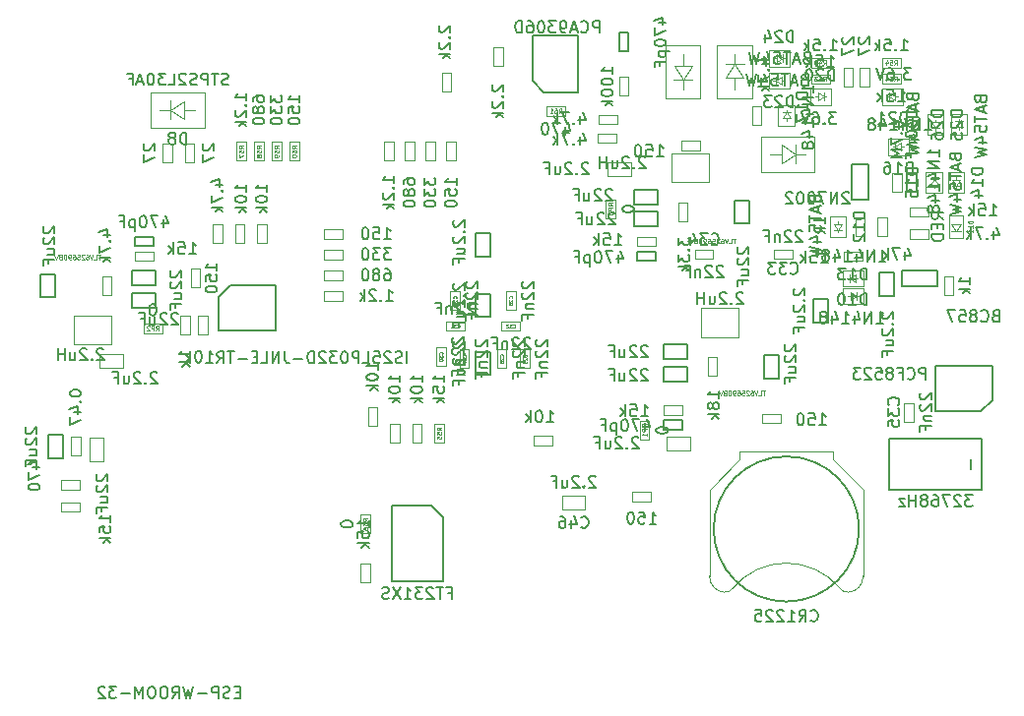
<source format=gbr>
G04 #@! TF.FileFunction,Other,Fab,Bot*
%FSLAX46Y46*%
G04 Gerber Fmt 4.6, Leading zero omitted, Abs format (unit mm)*
G04 Created by KiCad (PCBNEW 4.0.7+dfsg1-1) date Tue Feb 27 12:54:00 2018*
%MOMM*%
%LPD*%
G01*
G04 APERTURE LIST*
%ADD10C,0.100000*%
%ADD11C,0.150000*%
%ADD12C,0.075000*%
G04 APERTURE END LIST*
D10*
X103098000Y-99558000D02*
X103898000Y-99558000D01*
X103098000Y-97958000D02*
X103098000Y-99558000D01*
X103898000Y-97958000D02*
X103098000Y-97958000D01*
X103898000Y-99558000D02*
X103898000Y-97958000D01*
X154195000Y-64200000D02*
X154195000Y-68800000D01*
X154195000Y-68800000D02*
X157195000Y-68800000D01*
X157195000Y-64200000D02*
X154195000Y-64200000D01*
X157195000Y-64200000D02*
X157195000Y-68800000D01*
X155693980Y-67149440D02*
X155693980Y-68051140D01*
X155693980Y-65998820D02*
X155693980Y-65000600D01*
X156494080Y-67149440D02*
X154893880Y-67149440D01*
X154944680Y-65998820D02*
X156494080Y-65998820D01*
X155693980Y-67149440D02*
X154944680Y-65998820D01*
X155693980Y-67149440D02*
X156494080Y-65998820D01*
X157130000Y-73250000D02*
X157130000Y-72450000D01*
X155530000Y-73250000D02*
X157130000Y-73250000D01*
X155530000Y-72450000D02*
X155530000Y-73250000D01*
X157130000Y-72450000D02*
X155530000Y-72450000D01*
X160470000Y-89340000D02*
X160470000Y-86840000D01*
X157270000Y-89340000D02*
X160470000Y-89340000D01*
X157270000Y-86840000D02*
X157270000Y-89340000D01*
X160470000Y-86840000D02*
X157270000Y-86840000D01*
X103295000Y-87475000D02*
X103295000Y-89975000D01*
X106495000Y-87475000D02*
X103295000Y-87475000D01*
X106495000Y-89975000D02*
X106495000Y-87475000D01*
X103295000Y-89975000D02*
X106495000Y-89975000D01*
X157930000Y-76005000D02*
X157930000Y-73505000D01*
X154730000Y-76005000D02*
X157930000Y-76005000D01*
X154730000Y-73505000D02*
X154730000Y-76005000D01*
X157930000Y-73505000D02*
X154730000Y-73505000D01*
D11*
X101710000Y-83915000D02*
X100460000Y-83915000D01*
X101710000Y-85915000D02*
X101710000Y-83915000D01*
X100460000Y-85915000D02*
X101710000Y-85915000D01*
X100460000Y-83915000D02*
X100460000Y-85915000D01*
X154060000Y-90005000D02*
X154060000Y-91255000D01*
X156060000Y-90005000D02*
X154060000Y-90005000D01*
X156060000Y-91255000D02*
X156060000Y-90005000D01*
X154060000Y-91255000D02*
X156060000Y-91255000D01*
X154060000Y-91910000D02*
X154060000Y-93160000D01*
X156060000Y-91910000D02*
X154060000Y-91910000D01*
X156060000Y-93160000D02*
X156060000Y-91910000D01*
X154060000Y-93160000D02*
X156060000Y-93160000D01*
X162690000Y-92900000D02*
X163940000Y-92900000D01*
X162690000Y-90900000D02*
X162690000Y-92900000D01*
X163940000Y-90900000D02*
X162690000Y-90900000D01*
X163940000Y-92900000D02*
X163940000Y-90900000D01*
X151520000Y-78575000D02*
X151520000Y-79825000D01*
X153520000Y-78575000D02*
X151520000Y-78575000D01*
X153520000Y-79825000D02*
X153520000Y-78575000D01*
X151520000Y-79825000D02*
X153520000Y-79825000D01*
X151520000Y-76670000D02*
X151520000Y-77920000D01*
X153520000Y-76670000D02*
X151520000Y-76670000D01*
X153520000Y-77920000D02*
X153520000Y-76670000D01*
X151520000Y-77920000D02*
X153520000Y-77920000D01*
X160150000Y-79565000D02*
X161400000Y-79565000D01*
X160150000Y-77565000D02*
X160150000Y-79565000D01*
X161400000Y-77565000D02*
X160150000Y-77565000D01*
X161400000Y-79565000D02*
X161400000Y-77565000D01*
X110340000Y-84905000D02*
X110340000Y-83655000D01*
X108340000Y-84905000D02*
X110340000Y-84905000D01*
X108340000Y-83655000D02*
X108340000Y-84905000D01*
X110340000Y-83655000D02*
X108340000Y-83655000D01*
X110340000Y-86810000D02*
X110340000Y-85560000D01*
X108340000Y-86810000D02*
X110340000Y-86810000D01*
X108340000Y-85560000D02*
X108340000Y-86810000D01*
X110340000Y-85560000D02*
X108340000Y-85560000D01*
X172596000Y-85788000D02*
X173846000Y-85788000D01*
X172596000Y-83788000D02*
X172596000Y-85788000D01*
X173846000Y-83788000D02*
X172596000Y-83788000D01*
X173846000Y-85788000D02*
X173846000Y-83788000D01*
X177535000Y-83580000D02*
X174495000Y-83580000D01*
X174495000Y-84980000D02*
X174495000Y-83580000D01*
X177535000Y-84980000D02*
X177535000Y-83580000D01*
X177535000Y-84980000D02*
X174495000Y-84980000D01*
X170235000Y-74505000D02*
X170235000Y-77545000D01*
X171635000Y-77545000D02*
X170235000Y-77545000D01*
X171635000Y-74505000D02*
X170235000Y-74505000D01*
X171635000Y-74505000D02*
X171635000Y-77545000D01*
X154060000Y-96510000D02*
X154060000Y-97310000D01*
X155660000Y-96510000D02*
X154060000Y-96510000D01*
X155660000Y-97310000D02*
X155660000Y-96510000D01*
X154060000Y-97310000D02*
X155660000Y-97310000D01*
X151720000Y-81975000D02*
X151720000Y-82775000D01*
X153320000Y-81975000D02*
X151720000Y-81975000D01*
X153320000Y-82775000D02*
X153320000Y-81975000D01*
X151720000Y-82775000D02*
X153320000Y-82775000D01*
X110140000Y-81505000D02*
X110140000Y-80705000D01*
X108540000Y-81505000D02*
X110140000Y-81505000D01*
X108540000Y-80705000D02*
X108540000Y-81505000D01*
X110140000Y-80705000D02*
X108540000Y-80705000D01*
X175780000Y-75225000D02*
X174980000Y-75225000D01*
X175780000Y-76825000D02*
X175780000Y-75225000D01*
X174980000Y-76825000D02*
X175780000Y-76825000D01*
X174980000Y-75225000D02*
X174980000Y-76825000D01*
D10*
X169500000Y-81975000D02*
X169500000Y-82775000D01*
X171100000Y-81975000D02*
X169500000Y-81975000D01*
X171100000Y-82775000D02*
X171100000Y-81975000D01*
X169500000Y-82775000D02*
X171100000Y-82775000D01*
X172440000Y-80635000D02*
X173240000Y-80635000D01*
X172440000Y-79035000D02*
X172440000Y-80635000D01*
X173240000Y-79035000D02*
X172440000Y-79035000D01*
X173240000Y-80635000D02*
X173240000Y-79035000D01*
X176815000Y-80870000D02*
X176815000Y-80070000D01*
X175215000Y-80870000D02*
X176815000Y-80870000D01*
X175215000Y-80070000D02*
X175215000Y-80870000D01*
X176815000Y-80070000D02*
X175215000Y-80070000D01*
X174510000Y-75225000D02*
X173710000Y-75225000D01*
X174510000Y-76825000D02*
X174510000Y-75225000D01*
X173710000Y-76825000D02*
X174510000Y-76825000D01*
X173710000Y-75225000D02*
X173710000Y-76825000D01*
X178955000Y-84115000D02*
X178155000Y-84115000D01*
X178955000Y-85715000D02*
X178955000Y-84115000D01*
X178155000Y-85715000D02*
X178955000Y-85715000D01*
X178155000Y-84115000D02*
X178155000Y-85715000D01*
X114185000Y-83480000D02*
X113385000Y-83480000D01*
X114185000Y-85080000D02*
X114185000Y-83480000D01*
X113385000Y-85080000D02*
X114185000Y-85080000D01*
X113385000Y-83480000D02*
X113385000Y-85080000D01*
X170535000Y-80635000D02*
X171335000Y-80635000D01*
X170535000Y-79035000D02*
X170535000Y-80635000D01*
X171335000Y-79035000D02*
X170535000Y-79035000D01*
X171335000Y-80635000D02*
X171335000Y-79035000D01*
X128790000Y-108880000D02*
X127990000Y-108880000D01*
X128790000Y-110480000D02*
X128790000Y-108880000D01*
X127990000Y-110480000D02*
X128790000Y-110480000D01*
X127990000Y-108880000D02*
X127990000Y-110480000D01*
X152939000Y-103476000D02*
X152939000Y-102676000D01*
X151339000Y-103476000D02*
X152939000Y-103476000D01*
X151339000Y-102676000D02*
X151339000Y-103476000D01*
X152939000Y-102676000D02*
X151339000Y-102676000D01*
X176815000Y-78965000D02*
X176815000Y-78165000D01*
X175215000Y-78965000D02*
X176815000Y-78965000D01*
X175215000Y-78165000D02*
X175215000Y-78965000D01*
X176815000Y-78165000D02*
X175215000Y-78165000D01*
X154060000Y-95240000D02*
X154060000Y-96040000D01*
X155660000Y-95240000D02*
X154060000Y-95240000D01*
X155660000Y-96040000D02*
X155660000Y-95240000D01*
X154060000Y-96040000D02*
X155660000Y-96040000D01*
X110140000Y-82775000D02*
X110140000Y-81975000D01*
X108540000Y-82775000D02*
X110140000Y-82775000D01*
X108540000Y-81975000D02*
X108540000Y-82775000D01*
X110140000Y-81975000D02*
X108540000Y-81975000D01*
X151720000Y-80705000D02*
X151720000Y-81505000D01*
X153320000Y-80705000D02*
X151720000Y-80705000D01*
X153320000Y-81505000D02*
X153320000Y-80705000D01*
X151720000Y-81505000D02*
X153320000Y-81505000D01*
X158635000Y-91100000D02*
X157835000Y-91100000D01*
X158635000Y-92700000D02*
X158635000Y-91100000D01*
X157835000Y-92700000D02*
X158635000Y-92700000D01*
X157835000Y-91100000D02*
X157835000Y-92700000D01*
X105765000Y-85715000D02*
X106565000Y-85715000D01*
X105765000Y-84115000D02*
X105765000Y-85715000D01*
X106565000Y-84115000D02*
X105765000Y-84115000D01*
X106565000Y-85715000D02*
X106565000Y-84115000D01*
X156095000Y-77765000D02*
X155295000Y-77765000D01*
X156095000Y-79365000D02*
X156095000Y-77765000D01*
X155295000Y-79365000D02*
X156095000Y-79365000D01*
X155295000Y-77765000D02*
X155295000Y-79365000D01*
X126396000Y-86204000D02*
X126396000Y-85404000D01*
X124796000Y-86204000D02*
X126396000Y-86204000D01*
X124796000Y-85404000D02*
X124796000Y-86204000D01*
X126396000Y-85404000D02*
X124796000Y-85404000D01*
X126396000Y-84426000D02*
X126396000Y-83626000D01*
X124796000Y-84426000D02*
X126396000Y-84426000D01*
X124796000Y-83626000D02*
X124796000Y-84426000D01*
X126396000Y-83626000D02*
X124796000Y-83626000D01*
X126396000Y-82648000D02*
X126396000Y-81848000D01*
X124796000Y-82648000D02*
X126396000Y-82648000D01*
X124796000Y-81848000D02*
X124796000Y-82648000D01*
X126396000Y-81848000D02*
X124796000Y-81848000D01*
X126396000Y-80870000D02*
X126396000Y-80070000D01*
X124796000Y-80870000D02*
X126396000Y-80870000D01*
X124796000Y-80070000D02*
X124796000Y-80870000D01*
X126396000Y-80070000D02*
X124796000Y-80070000D01*
X130022000Y-74158000D02*
X130822000Y-74158000D01*
X130022000Y-72558000D02*
X130022000Y-74158000D01*
X130822000Y-72558000D02*
X130022000Y-72558000D01*
X130822000Y-74158000D02*
X130822000Y-72558000D01*
X131800000Y-74158000D02*
X132600000Y-74158000D01*
X131800000Y-72558000D02*
X131800000Y-74158000D01*
X132600000Y-72558000D02*
X131800000Y-72558000D01*
X132600000Y-74158000D02*
X132600000Y-72558000D01*
X133578000Y-74158000D02*
X134378000Y-74158000D01*
X133578000Y-72558000D02*
X133578000Y-74158000D01*
X134378000Y-72558000D02*
X133578000Y-72558000D01*
X134378000Y-74158000D02*
X134378000Y-72558000D01*
X135356000Y-74158000D02*
X136156000Y-74158000D01*
X135356000Y-72558000D02*
X135356000Y-74158000D01*
X136156000Y-72558000D02*
X135356000Y-72558000D01*
X136156000Y-74158000D02*
X136156000Y-72558000D01*
D11*
X150189600Y-64760000D02*
X150989600Y-64760000D01*
X150189600Y-63160000D02*
X150189600Y-64760000D01*
X150989600Y-63160000D02*
X150189600Y-63160000D01*
X150989600Y-64760000D02*
X150989600Y-63160000D01*
D10*
X161645000Y-71110000D02*
X162445000Y-71110000D01*
X161645000Y-69510000D02*
X161645000Y-71110000D01*
X162445000Y-69510000D02*
X161645000Y-69510000D01*
X162445000Y-71110000D02*
X162445000Y-69510000D01*
X139420000Y-66030000D02*
X140220000Y-66030000D01*
X139420000Y-64430000D02*
X139420000Y-66030000D01*
X140220000Y-64430000D02*
X139420000Y-64430000D01*
X140220000Y-66030000D02*
X140220000Y-64430000D01*
X134975000Y-68232000D02*
X135775000Y-68232000D01*
X134975000Y-66632000D02*
X134975000Y-68232000D01*
X135775000Y-66632000D02*
X134975000Y-66632000D01*
X135775000Y-68232000D02*
X135775000Y-66632000D01*
X150215000Y-68570000D02*
X151015000Y-68570000D01*
X150215000Y-66970000D02*
X150215000Y-68570000D01*
X151015000Y-66970000D02*
X150215000Y-66970000D01*
X151015000Y-68570000D02*
X151015000Y-66970000D01*
X149975000Y-72615000D02*
X149975000Y-71815000D01*
X148375000Y-72615000D02*
X149975000Y-72615000D01*
X148375000Y-71815000D02*
X148375000Y-72615000D01*
X149975000Y-71815000D02*
X148375000Y-71815000D01*
X150080000Y-71000000D02*
X150080000Y-70200000D01*
X148480000Y-71000000D02*
X150080000Y-71000000D01*
X148480000Y-70200000D02*
X148480000Y-71000000D01*
X150080000Y-70200000D02*
X148480000Y-70200000D01*
D11*
X134035000Y-103890000D02*
X130635000Y-103890000D01*
X130635000Y-103890000D02*
X130635000Y-110390000D01*
X130635000Y-110390000D02*
X135035000Y-110390000D01*
X135035000Y-110390000D02*
X135035000Y-104890000D01*
X135035000Y-104890000D02*
X134035000Y-103890000D01*
D10*
X119900000Y-79670000D02*
X119100000Y-79670000D01*
X119900000Y-81270000D02*
X119900000Y-79670000D01*
X119100000Y-81270000D02*
X119900000Y-81270000D01*
X119100000Y-79670000D02*
X119100000Y-81270000D01*
X114020000Y-89144000D02*
X114820000Y-89144000D01*
X114020000Y-87544000D02*
X114020000Y-89144000D01*
X114820000Y-87544000D02*
X114020000Y-87544000D01*
X114820000Y-89144000D02*
X114820000Y-87544000D01*
X128625000Y-96975000D02*
X129425000Y-96975000D01*
X128625000Y-95375000D02*
X128625000Y-96975000D01*
X129425000Y-95375000D02*
X128625000Y-95375000D01*
X129425000Y-96975000D02*
X129425000Y-95375000D01*
X117995000Y-79670000D02*
X117195000Y-79670000D01*
X117995000Y-81270000D02*
X117995000Y-79670000D01*
X117195000Y-81270000D02*
X117995000Y-81270000D01*
X117195000Y-79670000D02*
X117195000Y-81270000D01*
X112496000Y-89144000D02*
X113296000Y-89144000D01*
X112496000Y-87544000D02*
X112496000Y-89144000D01*
X113296000Y-87544000D02*
X112496000Y-87544000D01*
X113296000Y-89144000D02*
X113296000Y-87544000D01*
X116090000Y-79670000D02*
X115290000Y-79670000D01*
X116090000Y-81270000D02*
X116090000Y-79670000D01*
X115290000Y-81270000D02*
X116090000Y-81270000D01*
X115290000Y-79670000D02*
X115290000Y-81270000D01*
X144430000Y-98650000D02*
X144430000Y-97850000D01*
X142830000Y-98650000D02*
X144430000Y-98650000D01*
X142830000Y-97850000D02*
X142830000Y-98650000D01*
X144430000Y-97850000D02*
X142830000Y-97850000D01*
X132435000Y-98415000D02*
X133235000Y-98415000D01*
X132435000Y-96815000D02*
X132435000Y-98415000D01*
X133235000Y-96815000D02*
X132435000Y-96815000D01*
X133235000Y-98415000D02*
X133235000Y-96815000D01*
X130530000Y-98415000D02*
X131330000Y-98415000D01*
X130530000Y-96815000D02*
X130530000Y-98415000D01*
X131330000Y-96815000D02*
X130530000Y-96815000D01*
X131330000Y-98415000D02*
X131330000Y-96815000D01*
X102190000Y-103565000D02*
X102190000Y-104365000D01*
X103790000Y-103565000D02*
X102190000Y-103565000D01*
X103790000Y-104365000D02*
X103790000Y-103565000D01*
X102190000Y-104365000D02*
X103790000Y-104365000D01*
X103790000Y-102460000D02*
X103790000Y-101660000D01*
X102190000Y-102460000D02*
X103790000Y-102460000D01*
X102190000Y-101660000D02*
X102190000Y-102460000D01*
X103790000Y-101660000D02*
X102190000Y-101660000D01*
D11*
X166881000Y-88074000D02*
X168131000Y-88074000D01*
X166881000Y-86074000D02*
X166881000Y-88074000D01*
X168131000Y-86074000D02*
X166881000Y-86074000D01*
X168131000Y-88074000D02*
X168131000Y-86074000D01*
D10*
X164115000Y-96745000D02*
X164115000Y-95945000D01*
X162515000Y-96745000D02*
X164115000Y-96745000D01*
X162515000Y-95945000D02*
X162515000Y-96745000D01*
X164115000Y-95945000D02*
X162515000Y-95945000D01*
D11*
X139125000Y-90620000D02*
X137875000Y-90620000D01*
X139125000Y-92620000D02*
X139125000Y-90620000D01*
X137875000Y-92620000D02*
X139125000Y-92620000D01*
X137875000Y-90620000D02*
X137875000Y-92620000D01*
X137875000Y-82420000D02*
X139125000Y-82420000D01*
X137875000Y-80420000D02*
X137875000Y-82420000D01*
X139125000Y-80420000D02*
X137875000Y-80420000D01*
X139125000Y-82420000D02*
X139125000Y-80420000D01*
X139125000Y-85620000D02*
X137875000Y-85620000D01*
X139125000Y-87620000D02*
X139125000Y-85620000D01*
X137875000Y-87620000D02*
X139125000Y-87620000D01*
X137875000Y-85620000D02*
X137875000Y-87620000D01*
X102345000Y-97758000D02*
X101095000Y-97758000D01*
X102345000Y-99758000D02*
X102345000Y-97758000D01*
X101095000Y-99758000D02*
X102345000Y-99758000D01*
X101095000Y-97758000D02*
X101095000Y-99758000D01*
D10*
X112877000Y-74285000D02*
X113677000Y-74285000D01*
X112877000Y-72685000D02*
X112877000Y-74285000D01*
X113677000Y-72685000D02*
X112877000Y-72685000D01*
X113677000Y-74285000D02*
X113677000Y-72685000D01*
X110972000Y-74285000D02*
X111772000Y-74285000D01*
X110972000Y-72685000D02*
X110972000Y-74285000D01*
X111772000Y-72685000D02*
X110972000Y-72685000D01*
X111772000Y-74285000D02*
X111772000Y-72685000D01*
X170916000Y-67765000D02*
X171716000Y-67765000D01*
X170916000Y-66165000D02*
X170916000Y-67765000D01*
X171716000Y-66165000D02*
X170916000Y-66165000D01*
X171716000Y-67765000D02*
X171716000Y-66165000D01*
X169519000Y-67765000D02*
X170319000Y-67765000D01*
X169519000Y-66165000D02*
X169519000Y-67765000D01*
X170319000Y-66165000D02*
X169519000Y-66165000D01*
X170319000Y-67765000D02*
X170319000Y-66165000D01*
X104656000Y-100012000D02*
X105896000Y-100012000D01*
X104656000Y-98012000D02*
X104656000Y-100012000D01*
X105896000Y-98012000D02*
X104656000Y-98012000D01*
X105896000Y-100012000D02*
X105896000Y-98012000D01*
X114561000Y-68302000D02*
X109961000Y-68302000D01*
X109961000Y-68302000D02*
X109961000Y-71302000D01*
X114561000Y-71302000D02*
X114561000Y-68302000D01*
X114561000Y-71302000D02*
X109961000Y-71302000D01*
X111611560Y-69800980D02*
X110709860Y-69800980D01*
X112762180Y-69800980D02*
X113760400Y-69800980D01*
X111611560Y-70601080D02*
X111611560Y-69000880D01*
X112762180Y-69051680D02*
X112762180Y-70601080D01*
X111611560Y-69800980D02*
X112762180Y-69051680D01*
X111611560Y-69800980D02*
X112762180Y-70601080D01*
X162412000Y-75112000D02*
X167012000Y-75112000D01*
X167012000Y-75112000D02*
X167012000Y-72112000D01*
X162412000Y-72112000D02*
X162412000Y-75112000D01*
X162412000Y-72112000D02*
X167012000Y-72112000D01*
X165361440Y-73613020D02*
X166263140Y-73613020D01*
X164210820Y-73613020D02*
X163212600Y-73613020D01*
X165361440Y-72812920D02*
X165361440Y-74413120D01*
X164210820Y-74362320D02*
X164210820Y-72812920D01*
X165361440Y-73613020D02*
X164210820Y-74362320D01*
X165361440Y-73613020D02*
X164210820Y-72812920D01*
X161640000Y-68800000D02*
X161640000Y-64200000D01*
X161640000Y-64200000D02*
X158640000Y-64200000D01*
X158640000Y-68800000D02*
X161640000Y-68800000D01*
X158640000Y-68800000D02*
X158640000Y-64200000D01*
X160141020Y-65850560D02*
X160141020Y-64948860D01*
X160141020Y-67001180D02*
X160141020Y-67999400D01*
X159340920Y-65850560D02*
X160941120Y-65850560D01*
X160890320Y-67001180D02*
X159340920Y-67001180D01*
X160141020Y-65850560D02*
X160890320Y-67001180D01*
X160141020Y-65850560D02*
X159340920Y-67001180D01*
X154314000Y-97884000D02*
X154314000Y-99124000D01*
X156314000Y-97884000D02*
X154314000Y-97884000D01*
X156314000Y-99124000D02*
X156314000Y-97884000D01*
X154314000Y-99124000D02*
X156314000Y-99124000D01*
X107546000Y-92012000D02*
X107546000Y-90772000D01*
X105546000Y-92012000D02*
X107546000Y-92012000D01*
X105546000Y-90772000D02*
X105546000Y-92012000D01*
X107546000Y-90772000D02*
X105546000Y-90772000D01*
X151234000Y-75502000D02*
X151234000Y-74262000D01*
X149234000Y-75502000D02*
X151234000Y-75502000D01*
X149234000Y-74262000D02*
X149234000Y-75502000D01*
X151234000Y-74262000D02*
X149234000Y-74262000D01*
X135140000Y-96815000D02*
X134340000Y-96815000D01*
X135140000Y-98415000D02*
X135140000Y-96815000D01*
X134340000Y-98415000D02*
X135140000Y-98415000D01*
X134340000Y-96815000D02*
X134340000Y-98415000D01*
D11*
X170835000Y-105870000D02*
G75*
G03X170835000Y-105870000I-6250000J0D01*
G01*
D10*
X159206987Y-111317558D02*
G75*
G03X159985000Y-110970000I88013J847558D01*
G01*
X169963013Y-111317558D02*
G75*
G02X169185000Y-110970000I-88013J847558D01*
G01*
X159977095Y-110979589D02*
G75*
G02X169185000Y-110970000I4607905J-3790411D01*
G01*
X157985000Y-109920000D02*
G75*
G03X159285000Y-111320000I1350000J-50000D01*
G01*
X171185000Y-109920000D02*
G75*
G02X169885000Y-111320000I-1350000J-50000D01*
G01*
X157985000Y-102470000D02*
X157985000Y-109970000D01*
X171185000Y-102470000D02*
X171185000Y-109970000D01*
X160585000Y-99870000D02*
X157985000Y-102470000D01*
X168585000Y-99870000D02*
X171185000Y-102470000D01*
X160585000Y-99170000D02*
X160585000Y-99870000D01*
X168585000Y-99170000D02*
X168585000Y-99870000D01*
X168585000Y-99170000D02*
X160585000Y-99170000D01*
X167306000Y-68659000D02*
X167056000Y-68659000D01*
X167306000Y-69009000D02*
X167806000Y-68659000D01*
X167306000Y-68309000D02*
X167306000Y-69009000D01*
X167806000Y-68659000D02*
X167306000Y-68309000D01*
X167806000Y-68659000D02*
X168006000Y-68659000D01*
X167806000Y-68309000D02*
X167806000Y-69009000D01*
X168406000Y-69359000D02*
X168406000Y-67959000D01*
X166606000Y-69359000D02*
X168406000Y-69359000D01*
X166606000Y-67959000D02*
X166606000Y-69359000D01*
X168406000Y-67959000D02*
X166606000Y-67959000D01*
X173929000Y-68659000D02*
X174179000Y-68659000D01*
X173929000Y-68309000D02*
X173429000Y-68659000D01*
X173929000Y-69009000D02*
X173929000Y-68309000D01*
X173429000Y-68659000D02*
X173929000Y-69009000D01*
X173429000Y-68659000D02*
X173229000Y-68659000D01*
X173429000Y-69009000D02*
X173429000Y-68309000D01*
X172829000Y-67959000D02*
X172829000Y-69359000D01*
X174629000Y-67959000D02*
X172829000Y-67959000D01*
X174629000Y-69359000D02*
X174629000Y-67959000D01*
X172829000Y-69359000D02*
X174629000Y-69359000D01*
X170500000Y-84280000D02*
X170750000Y-84280000D01*
X170500000Y-83930000D02*
X170000000Y-84280000D01*
X170500000Y-84630000D02*
X170500000Y-83930000D01*
X170000000Y-84280000D02*
X170500000Y-84630000D01*
X170000000Y-84280000D02*
X169800000Y-84280000D01*
X170000000Y-84630000D02*
X170000000Y-83930000D01*
X169400000Y-83580000D02*
X169400000Y-84980000D01*
X171200000Y-83580000D02*
X169400000Y-83580000D01*
X171200000Y-84980000D02*
X171200000Y-83580000D01*
X169400000Y-84980000D02*
X171200000Y-84980000D01*
X169030000Y-79635000D02*
X169030000Y-79385000D01*
X168680000Y-79635000D02*
X169030000Y-80135000D01*
X169380000Y-79635000D02*
X168680000Y-79635000D01*
X169030000Y-80135000D02*
X169380000Y-79635000D01*
X169030000Y-80135000D02*
X169030000Y-80335000D01*
X169380000Y-80135000D02*
X168680000Y-80135000D01*
X168330000Y-80735000D02*
X169730000Y-80735000D01*
X168330000Y-78935000D02*
X168330000Y-80735000D01*
X169730000Y-78935000D02*
X168330000Y-78935000D01*
X169730000Y-80735000D02*
X169730000Y-78935000D01*
X170100000Y-85804000D02*
X169850000Y-85804000D01*
X170100000Y-86154000D02*
X170600000Y-85804000D01*
X170100000Y-85454000D02*
X170100000Y-86154000D01*
X170600000Y-85804000D02*
X170100000Y-85454000D01*
X170600000Y-85804000D02*
X170800000Y-85804000D01*
X170600000Y-85454000D02*
X170600000Y-86154000D01*
X171200000Y-86504000D02*
X171200000Y-85104000D01*
X169400000Y-86504000D02*
X171200000Y-86504000D01*
X169400000Y-85104000D02*
X169400000Y-86504000D01*
X171200000Y-85104000D02*
X169400000Y-85104000D01*
X179190000Y-75825000D02*
X179190000Y-75575000D01*
X178840000Y-75825000D02*
X179190000Y-76325000D01*
X179540000Y-75825000D02*
X178840000Y-75825000D01*
X179190000Y-76325000D02*
X179540000Y-75825000D01*
X179190000Y-76325000D02*
X179190000Y-76525000D01*
X179540000Y-76325000D02*
X178840000Y-76325000D01*
X178490000Y-76925000D02*
X179890000Y-76925000D01*
X178490000Y-75125000D02*
X178490000Y-76925000D01*
X179890000Y-75125000D02*
X178490000Y-75125000D01*
X179890000Y-76925000D02*
X179890000Y-75125000D01*
X177285000Y-76225000D02*
X177285000Y-76475000D01*
X177635000Y-76225000D02*
X177285000Y-75725000D01*
X176935000Y-76225000D02*
X177635000Y-76225000D01*
X177285000Y-75725000D02*
X176935000Y-76225000D01*
X177285000Y-75725000D02*
X177285000Y-75525000D01*
X176935000Y-75725000D02*
X177635000Y-75725000D01*
X177985000Y-75125000D02*
X176585000Y-75125000D01*
X177985000Y-76925000D02*
X177985000Y-75125000D01*
X176585000Y-76925000D02*
X177985000Y-76925000D01*
X176585000Y-75125000D02*
X176585000Y-76925000D01*
X174437000Y-72977000D02*
X174687000Y-72977000D01*
X174437000Y-72627000D02*
X173937000Y-72977000D01*
X174437000Y-73327000D02*
X174437000Y-72627000D01*
X173937000Y-72977000D02*
X174437000Y-73327000D01*
X173937000Y-72977000D02*
X173737000Y-72977000D01*
X173937000Y-73327000D02*
X173937000Y-72627000D01*
X173337000Y-72277000D02*
X173337000Y-73677000D01*
X175137000Y-72277000D02*
X173337000Y-72277000D01*
X175137000Y-73677000D02*
X175137000Y-72277000D01*
X173337000Y-73677000D02*
X175137000Y-73677000D01*
X164585000Y-70510000D02*
X164585000Y-70760000D01*
X164935000Y-70510000D02*
X164585000Y-70010000D01*
X164235000Y-70510000D02*
X164935000Y-70510000D01*
X164585000Y-70010000D02*
X164235000Y-70510000D01*
X164585000Y-70010000D02*
X164585000Y-69810000D01*
X164235000Y-70010000D02*
X164935000Y-70010000D01*
X165285000Y-69410000D02*
X163885000Y-69410000D01*
X165285000Y-71210000D02*
X165285000Y-69410000D01*
X163885000Y-71210000D02*
X165285000Y-71210000D01*
X163885000Y-69410000D02*
X163885000Y-71210000D01*
X127990000Y-106246000D02*
X128790000Y-106246000D01*
X127990000Y-104646000D02*
X127990000Y-106246000D01*
X128790000Y-104646000D02*
X127990000Y-104646000D01*
X128790000Y-106246000D02*
X128790000Y-104646000D01*
X117322000Y-74158000D02*
X118122000Y-74158000D01*
X117322000Y-72558000D02*
X117322000Y-74158000D01*
X118122000Y-72558000D02*
X117322000Y-72558000D01*
X118122000Y-74158000D02*
X118122000Y-72558000D01*
X118846000Y-74158000D02*
X119646000Y-74158000D01*
X118846000Y-72558000D02*
X118846000Y-74158000D01*
X119646000Y-72558000D02*
X118846000Y-72558000D01*
X119646000Y-74158000D02*
X119646000Y-72558000D01*
X120370000Y-74158000D02*
X121170000Y-74158000D01*
X120370000Y-72558000D02*
X120370000Y-74158000D01*
X121170000Y-72558000D02*
X120370000Y-72558000D01*
X121170000Y-74158000D02*
X121170000Y-72558000D01*
X121894000Y-74158000D02*
X122694000Y-74158000D01*
X121894000Y-72558000D02*
X121894000Y-74158000D01*
X122694000Y-72558000D02*
X121894000Y-72558000D01*
X122694000Y-74158000D02*
X122694000Y-72558000D01*
X145580000Y-70300000D02*
X145580000Y-69500000D01*
X143980000Y-70300000D02*
X145580000Y-70300000D01*
X143980000Y-69500000D02*
X143980000Y-70300000D01*
X145580000Y-69500000D02*
X143980000Y-69500000D01*
D11*
X182275000Y-94755000D02*
X182275000Y-91855000D01*
X182275000Y-91855000D02*
X177375000Y-91855000D01*
X177375000Y-91855000D02*
X177375000Y-95755000D01*
X177375000Y-95755000D02*
X181275000Y-95755000D01*
X181275000Y-95755000D02*
X182275000Y-94755000D01*
X143730000Y-68251500D02*
X146630000Y-68251500D01*
X146630000Y-68251500D02*
X146630000Y-63351500D01*
X146630000Y-63351500D02*
X142730000Y-63351500D01*
X142730000Y-63351500D02*
X142730000Y-67251500D01*
X142730000Y-67251500D02*
X143730000Y-68251500D01*
X115780000Y-85870000D02*
X115780000Y-88770000D01*
X115780000Y-88770000D02*
X120680000Y-88770000D01*
X120680000Y-88770000D02*
X120680000Y-84870000D01*
X120680000Y-84870000D02*
X116780000Y-84870000D01*
X116780000Y-84870000D02*
X115780000Y-85870000D01*
X181412000Y-98082000D02*
X181412000Y-102482000D01*
X173412000Y-98082000D02*
X181412000Y-98082000D01*
X173412000Y-102482000D02*
X173412000Y-98082000D01*
X181412000Y-102482000D02*
X173412000Y-102482000D01*
X180412000Y-99882000D02*
X180412000Y-100682000D01*
D10*
X179590000Y-80235000D02*
X178790000Y-80235000D01*
X179190000Y-80235000D02*
X179590000Y-79635000D01*
X178790000Y-79635000D02*
X179190000Y-80235000D01*
X179590000Y-79635000D02*
X178790000Y-79635000D01*
X178590000Y-78835000D02*
X178590000Y-80835000D01*
X179790000Y-78835000D02*
X178590000Y-78835000D01*
X179790000Y-80835000D02*
X179790000Y-78835000D01*
X178590000Y-80835000D02*
X179790000Y-80835000D01*
X140500000Y-85420000D02*
X140500000Y-87020000D01*
X140500000Y-87020000D02*
X141300000Y-87020000D01*
X141300000Y-87020000D02*
X141300000Y-85420000D01*
X141300000Y-85420000D02*
X140500000Y-85420000D01*
X135700000Y-85420000D02*
X135700000Y-87020000D01*
X135700000Y-87020000D02*
X136500000Y-87020000D01*
X136500000Y-87020000D02*
X136500000Y-85420000D01*
X136500000Y-85420000D02*
X135700000Y-85420000D01*
X136500000Y-90420000D02*
X136500000Y-92020000D01*
X136500000Y-92020000D02*
X137300000Y-92020000D01*
X137300000Y-92020000D02*
X137300000Y-90420000D01*
X137300000Y-90420000D02*
X136500000Y-90420000D01*
X139700000Y-90420000D02*
X139700000Y-92020000D01*
X139700000Y-92020000D02*
X140500000Y-92020000D01*
X140500000Y-92020000D02*
X140500000Y-90420000D01*
X140500000Y-90420000D02*
X139700000Y-90420000D01*
X141700000Y-90420000D02*
X141700000Y-92020000D01*
X141700000Y-92020000D02*
X142500000Y-92020000D01*
X142500000Y-92020000D02*
X142500000Y-90420000D01*
X142500000Y-90420000D02*
X141700000Y-90420000D01*
X134500000Y-90220000D02*
X134500000Y-91820000D01*
X134500000Y-91820000D02*
X135300000Y-91820000D01*
X135300000Y-91820000D02*
X135300000Y-90220000D01*
X135300000Y-90220000D02*
X134500000Y-90220000D01*
X135300000Y-88820000D02*
X136900000Y-88820000D01*
X136900000Y-88820000D02*
X136900000Y-88020000D01*
X136900000Y-88020000D02*
X135300000Y-88020000D01*
X135300000Y-88020000D02*
X135300000Y-88820000D01*
X141700000Y-88020000D02*
X140100000Y-88020000D01*
X140100000Y-88020000D02*
X140100000Y-88820000D01*
X140100000Y-88820000D02*
X141700000Y-88820000D01*
X141700000Y-88820000D02*
X141700000Y-88020000D01*
X163500000Y-81820000D02*
X163500000Y-82620000D01*
X165100000Y-81820000D02*
X163500000Y-81820000D01*
X165100000Y-82620000D02*
X165100000Y-81820000D01*
X163500000Y-82620000D02*
X165100000Y-82620000D01*
X158300000Y-82620000D02*
X158300000Y-81820000D01*
X156700000Y-82620000D02*
X158300000Y-82620000D01*
X156700000Y-81820000D02*
X156700000Y-82620000D01*
X158300000Y-81820000D02*
X156700000Y-81820000D01*
X175500000Y-95020000D02*
X174700000Y-95020000D01*
X175500000Y-96620000D02*
X175500000Y-95020000D01*
X174700000Y-96620000D02*
X175500000Y-96620000D01*
X174700000Y-95020000D02*
X174700000Y-96620000D01*
X166706000Y-66735000D02*
X166706000Y-67535000D01*
X168306000Y-66735000D02*
X166706000Y-66735000D01*
X168306000Y-67535000D02*
X168306000Y-66735000D01*
X166706000Y-67535000D02*
X168306000Y-67535000D01*
X174400000Y-67520000D02*
X174400000Y-66720000D01*
X172800000Y-67520000D02*
X174400000Y-67520000D01*
X172800000Y-66720000D02*
X172800000Y-67520000D01*
X174400000Y-66720000D02*
X172800000Y-66720000D01*
X164150000Y-67262000D02*
X164400000Y-67262000D01*
X164150000Y-66912000D02*
X163650000Y-67262000D01*
X164150000Y-67612000D02*
X164150000Y-66912000D01*
X163650000Y-67262000D02*
X164150000Y-67612000D01*
X163650000Y-67262000D02*
X163450000Y-67262000D01*
X163650000Y-67612000D02*
X163650000Y-66912000D01*
X163050000Y-66562000D02*
X163050000Y-67962000D01*
X164850000Y-66562000D02*
X163050000Y-66562000D01*
X164850000Y-67962000D02*
X164850000Y-66562000D01*
X163050000Y-67962000D02*
X164850000Y-67962000D01*
X163750000Y-65357000D02*
X163500000Y-65357000D01*
X163750000Y-65707000D02*
X164250000Y-65357000D01*
X163750000Y-65007000D02*
X163750000Y-65707000D01*
X164250000Y-65357000D02*
X163750000Y-65007000D01*
X164250000Y-65357000D02*
X164450000Y-65357000D01*
X164250000Y-65007000D02*
X164250000Y-65707000D01*
X164850000Y-66057000D02*
X164850000Y-64657000D01*
X163050000Y-66057000D02*
X164850000Y-66057000D01*
X163050000Y-64657000D02*
X163050000Y-66057000D01*
X164850000Y-64657000D02*
X163050000Y-64657000D01*
X177412000Y-70872000D02*
X177412000Y-70622000D01*
X177062000Y-70872000D02*
X177412000Y-71372000D01*
X177762000Y-70872000D02*
X177062000Y-70872000D01*
X177412000Y-71372000D02*
X177762000Y-70872000D01*
X177412000Y-71372000D02*
X177412000Y-71572000D01*
X177762000Y-71372000D02*
X177062000Y-71372000D01*
X176712000Y-71972000D02*
X178112000Y-71972000D01*
X176712000Y-70172000D02*
X176712000Y-71972000D01*
X178112000Y-70172000D02*
X176712000Y-70172000D01*
X178112000Y-71972000D02*
X178112000Y-70172000D01*
X179444000Y-71272000D02*
X179444000Y-71522000D01*
X179794000Y-71272000D02*
X179444000Y-70772000D01*
X179094000Y-71272000D02*
X179794000Y-71272000D01*
X179444000Y-70772000D02*
X179094000Y-71272000D01*
X179444000Y-70772000D02*
X179444000Y-70572000D01*
X179094000Y-70772000D02*
X179794000Y-70772000D01*
X180144000Y-70172000D02*
X178744000Y-70172000D01*
X180144000Y-71972000D02*
X180144000Y-70172000D01*
X178744000Y-71972000D02*
X180144000Y-71972000D01*
X178744000Y-70172000D02*
X178744000Y-71972000D01*
X166706000Y-65338000D02*
X166706000Y-66138000D01*
X168306000Y-65338000D02*
X166706000Y-65338000D01*
X168306000Y-66138000D02*
X168306000Y-65338000D01*
X166706000Y-66138000D02*
X168306000Y-66138000D01*
X172802000Y-65338000D02*
X172802000Y-66138000D01*
X174402000Y-65338000D02*
X172802000Y-65338000D01*
X174402000Y-66138000D02*
X174402000Y-65338000D01*
X172802000Y-66138000D02*
X174402000Y-66138000D01*
X152793000Y-96561000D02*
X151993000Y-96561000D01*
X152793000Y-98161000D02*
X152793000Y-96561000D01*
X151993000Y-98161000D02*
X152793000Y-98161000D01*
X151993000Y-96561000D02*
X151993000Y-98161000D01*
X109302000Y-88198000D02*
X109302000Y-88998000D01*
X110902000Y-88198000D02*
X109302000Y-88198000D01*
X110902000Y-88998000D02*
X110902000Y-88198000D01*
X109302000Y-88998000D02*
X110902000Y-88998000D01*
X149872000Y-77511000D02*
X149072000Y-77511000D01*
X149872000Y-79111000D02*
X149872000Y-77511000D01*
X149072000Y-79111000D02*
X149872000Y-79111000D01*
X149072000Y-77511000D02*
X149072000Y-79111000D01*
X145297000Y-102964000D02*
X145297000Y-104204000D01*
X147297000Y-102964000D02*
X145297000Y-102964000D01*
X147297000Y-104204000D02*
X147297000Y-102964000D01*
X145297000Y-104204000D02*
X147297000Y-104204000D01*
D11*
X102950381Y-94133905D02*
X102950381Y-94229144D01*
X102998000Y-94324382D01*
X103045619Y-94372001D01*
X103140857Y-94419620D01*
X103331333Y-94467239D01*
X103569429Y-94467239D01*
X103759905Y-94419620D01*
X103855143Y-94372001D01*
X103902762Y-94324382D01*
X103950381Y-94229144D01*
X103950381Y-94133905D01*
X103902762Y-94038667D01*
X103855143Y-93991048D01*
X103759905Y-93943429D01*
X103569429Y-93895810D01*
X103331333Y-93895810D01*
X103140857Y-93943429D01*
X103045619Y-93991048D01*
X102998000Y-94038667D01*
X102950381Y-94133905D01*
X103855143Y-94895810D02*
X103902762Y-94943429D01*
X103950381Y-94895810D01*
X103902762Y-94848191D01*
X103855143Y-94895810D01*
X103950381Y-94895810D01*
X103283714Y-95800572D02*
X103950381Y-95800572D01*
X102902762Y-95562476D02*
X103617048Y-95324381D01*
X103617048Y-95943429D01*
X102950381Y-96229143D02*
X102950381Y-96895810D01*
X103950381Y-96467238D01*
X153440666Y-73810381D02*
X154012095Y-73810381D01*
X153726381Y-73810381D02*
X153726381Y-72810381D01*
X153821619Y-72953238D01*
X153916857Y-73048476D01*
X154012095Y-73096095D01*
X152535904Y-72810381D02*
X153012095Y-72810381D01*
X153059714Y-73286571D01*
X153012095Y-73238952D01*
X152916857Y-73191333D01*
X152678761Y-73191333D01*
X152583523Y-73238952D01*
X152535904Y-73286571D01*
X152488285Y-73381810D01*
X152488285Y-73619905D01*
X152535904Y-73715143D01*
X152583523Y-73762762D01*
X152678761Y-73810381D01*
X152916857Y-73810381D01*
X153012095Y-73762762D01*
X153059714Y-73715143D01*
X151869238Y-72810381D02*
X151773999Y-72810381D01*
X151678761Y-72858000D01*
X151631142Y-72905619D01*
X151583523Y-73000857D01*
X151535904Y-73191333D01*
X151535904Y-73429429D01*
X151583523Y-73619905D01*
X151631142Y-73715143D01*
X151678761Y-73762762D01*
X151773999Y-73810381D01*
X151869238Y-73810381D01*
X151964476Y-73762762D01*
X152012095Y-73715143D01*
X152059714Y-73619905D01*
X152107333Y-73429429D01*
X152107333Y-73191333D01*
X152059714Y-73000857D01*
X152012095Y-72905619D01*
X151964476Y-72858000D01*
X151869238Y-72810381D01*
X160846190Y-85605619D02*
X160798571Y-85558000D01*
X160703333Y-85510381D01*
X160465237Y-85510381D01*
X160369999Y-85558000D01*
X160322380Y-85605619D01*
X160274761Y-85700857D01*
X160274761Y-85796095D01*
X160322380Y-85938952D01*
X160893809Y-86510381D01*
X160274761Y-86510381D01*
X159846190Y-86415143D02*
X159798571Y-86462762D01*
X159846190Y-86510381D01*
X159893809Y-86462762D01*
X159846190Y-86415143D01*
X159846190Y-86510381D01*
X159417619Y-85605619D02*
X159370000Y-85558000D01*
X159274762Y-85510381D01*
X159036666Y-85510381D01*
X158941428Y-85558000D01*
X158893809Y-85605619D01*
X158846190Y-85700857D01*
X158846190Y-85796095D01*
X158893809Y-85938952D01*
X159465238Y-86510381D01*
X158846190Y-86510381D01*
X157989047Y-85843714D02*
X157989047Y-86510381D01*
X158417619Y-85843714D02*
X158417619Y-86367524D01*
X158370000Y-86462762D01*
X158274762Y-86510381D01*
X158131904Y-86510381D01*
X158036666Y-86462762D01*
X157989047Y-86415143D01*
X157512857Y-86510381D02*
X157512857Y-85510381D01*
X157512857Y-85986571D02*
X156941428Y-85986571D01*
X156941428Y-86510381D02*
X156941428Y-85510381D01*
D10*
X162746428Y-93966952D02*
X162517856Y-93966952D01*
X162632142Y-94366952D02*
X162632142Y-93966952D01*
X162194047Y-94366952D02*
X162384523Y-94366952D01*
X162384523Y-93966952D01*
X162117856Y-93966952D02*
X161984522Y-94366952D01*
X161851189Y-93966952D01*
X161546427Y-93966952D02*
X161622618Y-93966952D01*
X161660713Y-93986000D01*
X161679761Y-94005048D01*
X161717856Y-94062190D01*
X161736904Y-94138381D01*
X161736904Y-94290762D01*
X161717856Y-94328857D01*
X161698808Y-94347905D01*
X161660713Y-94366952D01*
X161584523Y-94366952D01*
X161546427Y-94347905D01*
X161527380Y-94328857D01*
X161508332Y-94290762D01*
X161508332Y-94195524D01*
X161527380Y-94157429D01*
X161546427Y-94138381D01*
X161584523Y-94119333D01*
X161660713Y-94119333D01*
X161698808Y-94138381D01*
X161717856Y-94157429D01*
X161736904Y-94195524D01*
X161355952Y-94005048D02*
X161336904Y-93986000D01*
X161298809Y-93966952D01*
X161203571Y-93966952D01*
X161165475Y-93986000D01*
X161146428Y-94005048D01*
X161127380Y-94043143D01*
X161127380Y-94081238D01*
X161146428Y-94138381D01*
X161374999Y-94366952D01*
X161127380Y-94366952D01*
X160765476Y-93966952D02*
X160955952Y-93966952D01*
X160975000Y-94157429D01*
X160955952Y-94138381D01*
X160917857Y-94119333D01*
X160822619Y-94119333D01*
X160784523Y-94138381D01*
X160765476Y-94157429D01*
X160746428Y-94195524D01*
X160746428Y-94290762D01*
X160765476Y-94328857D01*
X160784523Y-94347905D01*
X160822619Y-94366952D01*
X160917857Y-94366952D01*
X160955952Y-94347905D01*
X160975000Y-94328857D01*
X160403571Y-93966952D02*
X160479762Y-93966952D01*
X160517857Y-93986000D01*
X160536905Y-94005048D01*
X160575000Y-94062190D01*
X160594048Y-94138381D01*
X160594048Y-94290762D01*
X160575000Y-94328857D01*
X160555952Y-94347905D01*
X160517857Y-94366952D01*
X160441667Y-94366952D01*
X160403571Y-94347905D01*
X160384524Y-94328857D01*
X160365476Y-94290762D01*
X160365476Y-94195524D01*
X160384524Y-94157429D01*
X160403571Y-94138381D01*
X160441667Y-94119333D01*
X160517857Y-94119333D01*
X160555952Y-94138381D01*
X160575000Y-94157429D01*
X160594048Y-94195524D01*
X160175000Y-94366952D02*
X160098810Y-94366952D01*
X160060715Y-94347905D01*
X160041667Y-94328857D01*
X160003572Y-94271714D01*
X159984524Y-94195524D01*
X159984524Y-94043143D01*
X160003572Y-94005048D01*
X160022619Y-93986000D01*
X160060715Y-93966952D01*
X160136905Y-93966952D01*
X160175000Y-93986000D01*
X160194048Y-94005048D01*
X160213096Y-94043143D01*
X160213096Y-94138381D01*
X160194048Y-94176476D01*
X160175000Y-94195524D01*
X160136905Y-94214571D01*
X160060715Y-94214571D01*
X160022619Y-94195524D01*
X160003572Y-94176476D01*
X159984524Y-94138381D01*
X159813096Y-94366952D02*
X159813096Y-93966952D01*
X159717858Y-93966952D01*
X159660715Y-93986000D01*
X159622620Y-94024095D01*
X159603572Y-94062190D01*
X159584524Y-94138381D01*
X159584524Y-94195524D01*
X159603572Y-94271714D01*
X159622620Y-94309810D01*
X159660715Y-94347905D01*
X159717858Y-94366952D01*
X159813096Y-94366952D01*
X159279763Y-94157429D02*
X159222620Y-94176476D01*
X159203572Y-94195524D01*
X159184524Y-94233619D01*
X159184524Y-94290762D01*
X159203572Y-94328857D01*
X159222620Y-94347905D01*
X159260715Y-94366952D01*
X159413096Y-94366952D01*
X159413096Y-93966952D01*
X159279763Y-93966952D01*
X159241667Y-93986000D01*
X159222620Y-94005048D01*
X159203572Y-94043143D01*
X159203572Y-94081238D01*
X159222620Y-94119333D01*
X159241667Y-94138381D01*
X159279763Y-94157429D01*
X159413096Y-94157429D01*
X159070239Y-93966952D02*
X158936905Y-94366952D01*
X158803572Y-93966952D01*
D11*
X105855190Y-90431619D02*
X105807571Y-90384000D01*
X105712333Y-90336381D01*
X105474237Y-90336381D01*
X105378999Y-90384000D01*
X105331380Y-90431619D01*
X105283761Y-90526857D01*
X105283761Y-90622095D01*
X105331380Y-90764952D01*
X105902809Y-91336381D01*
X105283761Y-91336381D01*
X104855190Y-91241143D02*
X104807571Y-91288762D01*
X104855190Y-91336381D01*
X104902809Y-91288762D01*
X104855190Y-91241143D01*
X104855190Y-91336381D01*
X104426619Y-90431619D02*
X104379000Y-90384000D01*
X104283762Y-90336381D01*
X104045666Y-90336381D01*
X103950428Y-90384000D01*
X103902809Y-90431619D01*
X103855190Y-90526857D01*
X103855190Y-90622095D01*
X103902809Y-90764952D01*
X104474238Y-91336381D01*
X103855190Y-91336381D01*
X102998047Y-90669714D02*
X102998047Y-91336381D01*
X103426619Y-90669714D02*
X103426619Y-91193524D01*
X103379000Y-91288762D01*
X103283762Y-91336381D01*
X103140904Y-91336381D01*
X103045666Y-91288762D01*
X102998047Y-91241143D01*
X102521857Y-91336381D02*
X102521857Y-90336381D01*
X102521857Y-90812571D02*
X101950428Y-90812571D01*
X101950428Y-91336381D02*
X101950428Y-90336381D01*
D10*
X105596428Y-82252952D02*
X105367856Y-82252952D01*
X105482142Y-82652952D02*
X105482142Y-82252952D01*
X105044047Y-82652952D02*
X105234523Y-82652952D01*
X105234523Y-82252952D01*
X104967856Y-82252952D02*
X104834522Y-82652952D01*
X104701189Y-82252952D01*
X104396427Y-82252952D02*
X104472618Y-82252952D01*
X104510713Y-82272000D01*
X104529761Y-82291048D01*
X104567856Y-82348190D01*
X104586904Y-82424381D01*
X104586904Y-82576762D01*
X104567856Y-82614857D01*
X104548808Y-82633905D01*
X104510713Y-82652952D01*
X104434523Y-82652952D01*
X104396427Y-82633905D01*
X104377380Y-82614857D01*
X104358332Y-82576762D01*
X104358332Y-82481524D01*
X104377380Y-82443429D01*
X104396427Y-82424381D01*
X104434523Y-82405333D01*
X104510713Y-82405333D01*
X104548808Y-82424381D01*
X104567856Y-82443429D01*
X104586904Y-82481524D01*
X104205952Y-82291048D02*
X104186904Y-82272000D01*
X104148809Y-82252952D01*
X104053571Y-82252952D01*
X104015475Y-82272000D01*
X103996428Y-82291048D01*
X103977380Y-82329143D01*
X103977380Y-82367238D01*
X103996428Y-82424381D01*
X104224999Y-82652952D01*
X103977380Y-82652952D01*
X103615476Y-82252952D02*
X103805952Y-82252952D01*
X103825000Y-82443429D01*
X103805952Y-82424381D01*
X103767857Y-82405333D01*
X103672619Y-82405333D01*
X103634523Y-82424381D01*
X103615476Y-82443429D01*
X103596428Y-82481524D01*
X103596428Y-82576762D01*
X103615476Y-82614857D01*
X103634523Y-82633905D01*
X103672619Y-82652952D01*
X103767857Y-82652952D01*
X103805952Y-82633905D01*
X103825000Y-82614857D01*
X103253571Y-82252952D02*
X103329762Y-82252952D01*
X103367857Y-82272000D01*
X103386905Y-82291048D01*
X103425000Y-82348190D01*
X103444048Y-82424381D01*
X103444048Y-82576762D01*
X103425000Y-82614857D01*
X103405952Y-82633905D01*
X103367857Y-82652952D01*
X103291667Y-82652952D01*
X103253571Y-82633905D01*
X103234524Y-82614857D01*
X103215476Y-82576762D01*
X103215476Y-82481524D01*
X103234524Y-82443429D01*
X103253571Y-82424381D01*
X103291667Y-82405333D01*
X103367857Y-82405333D01*
X103405952Y-82424381D01*
X103425000Y-82443429D01*
X103444048Y-82481524D01*
X103025000Y-82652952D02*
X102948810Y-82652952D01*
X102910715Y-82633905D01*
X102891667Y-82614857D01*
X102853572Y-82557714D01*
X102834524Y-82481524D01*
X102834524Y-82329143D01*
X102853572Y-82291048D01*
X102872619Y-82272000D01*
X102910715Y-82252952D01*
X102986905Y-82252952D01*
X103025000Y-82272000D01*
X103044048Y-82291048D01*
X103063096Y-82329143D01*
X103063096Y-82424381D01*
X103044048Y-82462476D01*
X103025000Y-82481524D01*
X102986905Y-82500571D01*
X102910715Y-82500571D01*
X102872619Y-82481524D01*
X102853572Y-82462476D01*
X102834524Y-82424381D01*
X102663096Y-82652952D02*
X102663096Y-82252952D01*
X102567858Y-82252952D01*
X102510715Y-82272000D01*
X102472620Y-82310095D01*
X102453572Y-82348190D01*
X102434524Y-82424381D01*
X102434524Y-82481524D01*
X102453572Y-82557714D01*
X102472620Y-82595810D01*
X102510715Y-82633905D01*
X102567858Y-82652952D01*
X102663096Y-82652952D01*
X102129763Y-82443429D02*
X102072620Y-82462476D01*
X102053572Y-82481524D01*
X102034524Y-82519619D01*
X102034524Y-82576762D01*
X102053572Y-82614857D01*
X102072620Y-82633905D01*
X102110715Y-82652952D01*
X102263096Y-82652952D01*
X102263096Y-82252952D01*
X102129763Y-82252952D01*
X102091667Y-82272000D01*
X102072620Y-82291048D01*
X102053572Y-82329143D01*
X102053572Y-82367238D01*
X102072620Y-82405333D01*
X102091667Y-82424381D01*
X102129763Y-82443429D01*
X102263096Y-82443429D01*
X101920239Y-82252952D02*
X101786905Y-82652952D01*
X101653572Y-82252952D01*
D11*
X152464190Y-73921619D02*
X152416571Y-73874000D01*
X152321333Y-73826381D01*
X152083237Y-73826381D01*
X151987999Y-73874000D01*
X151940380Y-73921619D01*
X151892761Y-74016857D01*
X151892761Y-74112095D01*
X151940380Y-74254952D01*
X152511809Y-74826381D01*
X151892761Y-74826381D01*
X151464190Y-74731143D02*
X151416571Y-74778762D01*
X151464190Y-74826381D01*
X151511809Y-74778762D01*
X151464190Y-74731143D01*
X151464190Y-74826381D01*
X151035619Y-73921619D02*
X150988000Y-73874000D01*
X150892762Y-73826381D01*
X150654666Y-73826381D01*
X150559428Y-73874000D01*
X150511809Y-73921619D01*
X150464190Y-74016857D01*
X150464190Y-74112095D01*
X150511809Y-74254952D01*
X151083238Y-74826381D01*
X150464190Y-74826381D01*
X149607047Y-74159714D02*
X149607047Y-74826381D01*
X150035619Y-74159714D02*
X150035619Y-74683524D01*
X149988000Y-74778762D01*
X149892762Y-74826381D01*
X149749904Y-74826381D01*
X149654666Y-74778762D01*
X149607047Y-74731143D01*
X149130857Y-74826381D02*
X149130857Y-73826381D01*
X149130857Y-74302571D02*
X148559428Y-74302571D01*
X148559428Y-74826381D02*
X148559428Y-73826381D01*
D10*
X160206428Y-80885952D02*
X159977856Y-80885952D01*
X160092142Y-81285952D02*
X160092142Y-80885952D01*
X159654047Y-81285952D02*
X159844523Y-81285952D01*
X159844523Y-80885952D01*
X159577856Y-80885952D02*
X159444522Y-81285952D01*
X159311189Y-80885952D01*
X159006427Y-80885952D02*
X159082618Y-80885952D01*
X159120713Y-80905000D01*
X159139761Y-80924048D01*
X159177856Y-80981190D01*
X159196904Y-81057381D01*
X159196904Y-81209762D01*
X159177856Y-81247857D01*
X159158808Y-81266905D01*
X159120713Y-81285952D01*
X159044523Y-81285952D01*
X159006427Y-81266905D01*
X158987380Y-81247857D01*
X158968332Y-81209762D01*
X158968332Y-81114524D01*
X158987380Y-81076429D01*
X159006427Y-81057381D01*
X159044523Y-81038333D01*
X159120713Y-81038333D01*
X159158808Y-81057381D01*
X159177856Y-81076429D01*
X159196904Y-81114524D01*
X158815952Y-80924048D02*
X158796904Y-80905000D01*
X158758809Y-80885952D01*
X158663571Y-80885952D01*
X158625475Y-80905000D01*
X158606428Y-80924048D01*
X158587380Y-80962143D01*
X158587380Y-81000238D01*
X158606428Y-81057381D01*
X158834999Y-81285952D01*
X158587380Y-81285952D01*
X158225476Y-80885952D02*
X158415952Y-80885952D01*
X158435000Y-81076429D01*
X158415952Y-81057381D01*
X158377857Y-81038333D01*
X158282619Y-81038333D01*
X158244523Y-81057381D01*
X158225476Y-81076429D01*
X158206428Y-81114524D01*
X158206428Y-81209762D01*
X158225476Y-81247857D01*
X158244523Y-81266905D01*
X158282619Y-81285952D01*
X158377857Y-81285952D01*
X158415952Y-81266905D01*
X158435000Y-81247857D01*
X157863571Y-80885952D02*
X157939762Y-80885952D01*
X157977857Y-80905000D01*
X157996905Y-80924048D01*
X158035000Y-80981190D01*
X158054048Y-81057381D01*
X158054048Y-81209762D01*
X158035000Y-81247857D01*
X158015952Y-81266905D01*
X157977857Y-81285952D01*
X157901667Y-81285952D01*
X157863571Y-81266905D01*
X157844524Y-81247857D01*
X157825476Y-81209762D01*
X157825476Y-81114524D01*
X157844524Y-81076429D01*
X157863571Y-81057381D01*
X157901667Y-81038333D01*
X157977857Y-81038333D01*
X158015952Y-81057381D01*
X158035000Y-81076429D01*
X158054048Y-81114524D01*
X157635000Y-81285952D02*
X157558810Y-81285952D01*
X157520715Y-81266905D01*
X157501667Y-81247857D01*
X157463572Y-81190714D01*
X157444524Y-81114524D01*
X157444524Y-80962143D01*
X157463572Y-80924048D01*
X157482619Y-80905000D01*
X157520715Y-80885952D01*
X157596905Y-80885952D01*
X157635000Y-80905000D01*
X157654048Y-80924048D01*
X157673096Y-80962143D01*
X157673096Y-81057381D01*
X157654048Y-81095476D01*
X157635000Y-81114524D01*
X157596905Y-81133571D01*
X157520715Y-81133571D01*
X157482619Y-81114524D01*
X157463572Y-81095476D01*
X157444524Y-81057381D01*
X157273096Y-81285952D02*
X157273096Y-80885952D01*
X157177858Y-80885952D01*
X157120715Y-80905000D01*
X157082620Y-80943095D01*
X157063572Y-80981190D01*
X157044524Y-81057381D01*
X157044524Y-81114524D01*
X157063572Y-81190714D01*
X157082620Y-81228810D01*
X157120715Y-81266905D01*
X157177858Y-81285952D01*
X157273096Y-81285952D01*
X156739763Y-81076429D02*
X156682620Y-81095476D01*
X156663572Y-81114524D01*
X156644524Y-81152619D01*
X156644524Y-81209762D01*
X156663572Y-81247857D01*
X156682620Y-81266905D01*
X156720715Y-81285952D01*
X156873096Y-81285952D01*
X156873096Y-80885952D01*
X156739763Y-80885952D01*
X156701667Y-80905000D01*
X156682620Y-80924048D01*
X156663572Y-80962143D01*
X156663572Y-81000238D01*
X156682620Y-81038333D01*
X156701667Y-81057381D01*
X156739763Y-81076429D01*
X156873096Y-81076429D01*
X156530239Y-80885952D02*
X156396905Y-81285952D01*
X156263572Y-80885952D01*
D11*
X100759619Y-79843143D02*
X100712000Y-79890762D01*
X100664381Y-79986000D01*
X100664381Y-80224096D01*
X100712000Y-80319334D01*
X100759619Y-80366953D01*
X100854857Y-80414572D01*
X100950095Y-80414572D01*
X101092952Y-80366953D01*
X101664381Y-79795524D01*
X101664381Y-80414572D01*
X100759619Y-80795524D02*
X100712000Y-80843143D01*
X100664381Y-80938381D01*
X100664381Y-81176477D01*
X100712000Y-81271715D01*
X100759619Y-81319334D01*
X100854857Y-81366953D01*
X100950095Y-81366953D01*
X101092952Y-81319334D01*
X101664381Y-80747905D01*
X101664381Y-81366953D01*
X100997714Y-82224096D02*
X101664381Y-82224096D01*
X100997714Y-81795524D02*
X101521524Y-81795524D01*
X101616762Y-81843143D01*
X101664381Y-81938381D01*
X101664381Y-82081239D01*
X101616762Y-82176477D01*
X101569143Y-82224096D01*
X101140571Y-83033620D02*
X101140571Y-82700286D01*
X101664381Y-82700286D02*
X100664381Y-82700286D01*
X100664381Y-83176477D01*
X152638857Y-90177619D02*
X152591238Y-90130000D01*
X152496000Y-90082381D01*
X152257904Y-90082381D01*
X152162666Y-90130000D01*
X152115047Y-90177619D01*
X152067428Y-90272857D01*
X152067428Y-90368095D01*
X152115047Y-90510952D01*
X152686476Y-91082381D01*
X152067428Y-91082381D01*
X151686476Y-90177619D02*
X151638857Y-90130000D01*
X151543619Y-90082381D01*
X151305523Y-90082381D01*
X151210285Y-90130000D01*
X151162666Y-90177619D01*
X151115047Y-90272857D01*
X151115047Y-90368095D01*
X151162666Y-90510952D01*
X151734095Y-91082381D01*
X151115047Y-91082381D01*
X150257904Y-90415714D02*
X150257904Y-91082381D01*
X150686476Y-90415714D02*
X150686476Y-90939524D01*
X150638857Y-91034762D01*
X150543619Y-91082381D01*
X150400761Y-91082381D01*
X150305523Y-91034762D01*
X150257904Y-90987143D01*
X149448380Y-90558571D02*
X149781714Y-90558571D01*
X149781714Y-91082381D02*
X149781714Y-90082381D01*
X149305523Y-90082381D01*
X152638857Y-92209619D02*
X152591238Y-92162000D01*
X152496000Y-92114381D01*
X152257904Y-92114381D01*
X152162666Y-92162000D01*
X152115047Y-92209619D01*
X152067428Y-92304857D01*
X152067428Y-92400095D01*
X152115047Y-92542952D01*
X152686476Y-93114381D01*
X152067428Y-93114381D01*
X151686476Y-92209619D02*
X151638857Y-92162000D01*
X151543619Y-92114381D01*
X151305523Y-92114381D01*
X151210285Y-92162000D01*
X151162666Y-92209619D01*
X151115047Y-92304857D01*
X151115047Y-92400095D01*
X151162666Y-92542952D01*
X151734095Y-93114381D01*
X151115047Y-93114381D01*
X150257904Y-92447714D02*
X150257904Y-93114381D01*
X150686476Y-92447714D02*
X150686476Y-92971524D01*
X150638857Y-93066762D01*
X150543619Y-93114381D01*
X150400761Y-93114381D01*
X150305523Y-93066762D01*
X150257904Y-93019143D01*
X149448380Y-92590571D02*
X149781714Y-92590571D01*
X149781714Y-93114381D02*
X149781714Y-92114381D01*
X149305523Y-92114381D01*
X164513619Y-90003143D02*
X164466000Y-90050762D01*
X164418381Y-90146000D01*
X164418381Y-90384096D01*
X164466000Y-90479334D01*
X164513619Y-90526953D01*
X164608857Y-90574572D01*
X164704095Y-90574572D01*
X164846952Y-90526953D01*
X165418381Y-89955524D01*
X165418381Y-90574572D01*
X164513619Y-90955524D02*
X164466000Y-91003143D01*
X164418381Y-91098381D01*
X164418381Y-91336477D01*
X164466000Y-91431715D01*
X164513619Y-91479334D01*
X164608857Y-91526953D01*
X164704095Y-91526953D01*
X164846952Y-91479334D01*
X165418381Y-90907905D01*
X165418381Y-91526953D01*
X164751714Y-92384096D02*
X165418381Y-92384096D01*
X164751714Y-91955524D02*
X165275524Y-91955524D01*
X165370762Y-92003143D01*
X165418381Y-92098381D01*
X165418381Y-92241239D01*
X165370762Y-92336477D01*
X165323143Y-92384096D01*
X164894571Y-93193620D02*
X164894571Y-92860286D01*
X165418381Y-92860286D02*
X164418381Y-92860286D01*
X164418381Y-93336477D01*
X149844857Y-78747619D02*
X149797238Y-78700000D01*
X149702000Y-78652381D01*
X149463904Y-78652381D01*
X149368666Y-78700000D01*
X149321047Y-78747619D01*
X149273428Y-78842857D01*
X149273428Y-78938095D01*
X149321047Y-79080952D01*
X149892476Y-79652381D01*
X149273428Y-79652381D01*
X148892476Y-78747619D02*
X148844857Y-78700000D01*
X148749619Y-78652381D01*
X148511523Y-78652381D01*
X148416285Y-78700000D01*
X148368666Y-78747619D01*
X148321047Y-78842857D01*
X148321047Y-78938095D01*
X148368666Y-79080952D01*
X148940095Y-79652381D01*
X148321047Y-79652381D01*
X147463904Y-78985714D02*
X147463904Y-79652381D01*
X147892476Y-78985714D02*
X147892476Y-79509524D01*
X147844857Y-79604762D01*
X147749619Y-79652381D01*
X147606761Y-79652381D01*
X147511523Y-79604762D01*
X147463904Y-79557143D01*
X146654380Y-79128571D02*
X146987714Y-79128571D01*
X146987714Y-79652381D02*
X146987714Y-78652381D01*
X146511523Y-78652381D01*
X149590857Y-76715619D02*
X149543238Y-76668000D01*
X149448000Y-76620381D01*
X149209904Y-76620381D01*
X149114666Y-76668000D01*
X149067047Y-76715619D01*
X149019428Y-76810857D01*
X149019428Y-76906095D01*
X149067047Y-77048952D01*
X149638476Y-77620381D01*
X149019428Y-77620381D01*
X148638476Y-76715619D02*
X148590857Y-76668000D01*
X148495619Y-76620381D01*
X148257523Y-76620381D01*
X148162285Y-76668000D01*
X148114666Y-76715619D01*
X148067047Y-76810857D01*
X148067047Y-76906095D01*
X148114666Y-77048952D01*
X148686095Y-77620381D01*
X148067047Y-77620381D01*
X147209904Y-76953714D02*
X147209904Y-77620381D01*
X147638476Y-76953714D02*
X147638476Y-77477524D01*
X147590857Y-77572762D01*
X147495619Y-77620381D01*
X147352761Y-77620381D01*
X147257523Y-77572762D01*
X147209904Y-77525143D01*
X146400380Y-77096571D02*
X146733714Y-77096571D01*
X146733714Y-77620381D02*
X146733714Y-76620381D01*
X146257523Y-76620381D01*
X160449619Y-81621143D02*
X160402000Y-81668762D01*
X160354381Y-81764000D01*
X160354381Y-82002096D01*
X160402000Y-82097334D01*
X160449619Y-82144953D01*
X160544857Y-82192572D01*
X160640095Y-82192572D01*
X160782952Y-82144953D01*
X161354381Y-81573524D01*
X161354381Y-82192572D01*
X160449619Y-82573524D02*
X160402000Y-82621143D01*
X160354381Y-82716381D01*
X160354381Y-82954477D01*
X160402000Y-83049715D01*
X160449619Y-83097334D01*
X160544857Y-83144953D01*
X160640095Y-83144953D01*
X160782952Y-83097334D01*
X161354381Y-82525905D01*
X161354381Y-83144953D01*
X160687714Y-84002096D02*
X161354381Y-84002096D01*
X160687714Y-83573524D02*
X161211524Y-83573524D01*
X161306762Y-83621143D01*
X161354381Y-83716381D01*
X161354381Y-83859239D01*
X161306762Y-83954477D01*
X161259143Y-84002096D01*
X160830571Y-84811620D02*
X160830571Y-84478286D01*
X161354381Y-84478286D02*
X160354381Y-84478286D01*
X160354381Y-84954477D01*
X111681619Y-83653143D02*
X111634000Y-83700762D01*
X111586381Y-83796000D01*
X111586381Y-84034096D01*
X111634000Y-84129334D01*
X111681619Y-84176953D01*
X111776857Y-84224572D01*
X111872095Y-84224572D01*
X112014952Y-84176953D01*
X112586381Y-83605524D01*
X112586381Y-84224572D01*
X111681619Y-84605524D02*
X111634000Y-84653143D01*
X111586381Y-84748381D01*
X111586381Y-84986477D01*
X111634000Y-85081715D01*
X111681619Y-85129334D01*
X111776857Y-85176953D01*
X111872095Y-85176953D01*
X112014952Y-85129334D01*
X112586381Y-84557905D01*
X112586381Y-85176953D01*
X111919714Y-86034096D02*
X112586381Y-86034096D01*
X111919714Y-85605524D02*
X112443524Y-85605524D01*
X112538762Y-85653143D01*
X112586381Y-85748381D01*
X112586381Y-85891239D01*
X112538762Y-85986477D01*
X112491143Y-86034096D01*
X112062571Y-86843620D02*
X112062571Y-86510286D01*
X112586381Y-86510286D02*
X111586381Y-86510286D01*
X111586381Y-86986477D01*
X112252857Y-87383619D02*
X112205238Y-87336000D01*
X112110000Y-87288381D01*
X111871904Y-87288381D01*
X111776666Y-87336000D01*
X111729047Y-87383619D01*
X111681428Y-87478857D01*
X111681428Y-87574095D01*
X111729047Y-87716952D01*
X112300476Y-88288381D01*
X111681428Y-88288381D01*
X111300476Y-87383619D02*
X111252857Y-87336000D01*
X111157619Y-87288381D01*
X110919523Y-87288381D01*
X110824285Y-87336000D01*
X110776666Y-87383619D01*
X110729047Y-87478857D01*
X110729047Y-87574095D01*
X110776666Y-87716952D01*
X111348095Y-88288381D01*
X110729047Y-88288381D01*
X109871904Y-87621714D02*
X109871904Y-88288381D01*
X110300476Y-87621714D02*
X110300476Y-88145524D01*
X110252857Y-88240762D01*
X110157619Y-88288381D01*
X110014761Y-88288381D01*
X109919523Y-88240762D01*
X109871904Y-88193143D01*
X109062380Y-87764571D02*
X109395714Y-87764571D01*
X109395714Y-88288381D02*
X109395714Y-87288381D01*
X108919523Y-87288381D01*
X172895619Y-87225048D02*
X172848000Y-87272667D01*
X172800381Y-87367905D01*
X172800381Y-87606001D01*
X172848000Y-87701239D01*
X172895619Y-87748858D01*
X172990857Y-87796477D01*
X173086095Y-87796477D01*
X173228952Y-87748858D01*
X173800381Y-87177429D01*
X173800381Y-87796477D01*
X173705143Y-88225048D02*
X173752762Y-88272667D01*
X173800381Y-88225048D01*
X173752762Y-88177429D01*
X173705143Y-88225048D01*
X173800381Y-88225048D01*
X172895619Y-88653619D02*
X172848000Y-88701238D01*
X172800381Y-88796476D01*
X172800381Y-89034572D01*
X172848000Y-89129810D01*
X172895619Y-89177429D01*
X172990857Y-89225048D01*
X173086095Y-89225048D01*
X173228952Y-89177429D01*
X173800381Y-88606000D01*
X173800381Y-89225048D01*
X173133714Y-90082191D02*
X173800381Y-90082191D01*
X173133714Y-89653619D02*
X173657524Y-89653619D01*
X173752762Y-89701238D01*
X173800381Y-89796476D01*
X173800381Y-89939334D01*
X173752762Y-90034572D01*
X173705143Y-90082191D01*
X173276571Y-90891715D02*
X173276571Y-90558381D01*
X173800381Y-90558381D02*
X172800381Y-90558381D01*
X172800381Y-91034572D01*
X182571142Y-87510571D02*
X182428285Y-87558190D01*
X182380666Y-87605810D01*
X182333047Y-87701048D01*
X182333047Y-87843905D01*
X182380666Y-87939143D01*
X182428285Y-87986762D01*
X182523523Y-88034381D01*
X182904476Y-88034381D01*
X182904476Y-87034381D01*
X182571142Y-87034381D01*
X182475904Y-87082000D01*
X182428285Y-87129619D01*
X182380666Y-87224857D01*
X182380666Y-87320095D01*
X182428285Y-87415333D01*
X182475904Y-87462952D01*
X182571142Y-87510571D01*
X182904476Y-87510571D01*
X181333047Y-87939143D02*
X181380666Y-87986762D01*
X181523523Y-88034381D01*
X181618761Y-88034381D01*
X181761619Y-87986762D01*
X181856857Y-87891524D01*
X181904476Y-87796286D01*
X181952095Y-87605810D01*
X181952095Y-87462952D01*
X181904476Y-87272476D01*
X181856857Y-87177238D01*
X181761619Y-87082000D01*
X181618761Y-87034381D01*
X181523523Y-87034381D01*
X181380666Y-87082000D01*
X181333047Y-87129619D01*
X180761619Y-87462952D02*
X180856857Y-87415333D01*
X180904476Y-87367714D01*
X180952095Y-87272476D01*
X180952095Y-87224857D01*
X180904476Y-87129619D01*
X180856857Y-87082000D01*
X180761619Y-87034381D01*
X180571142Y-87034381D01*
X180475904Y-87082000D01*
X180428285Y-87129619D01*
X180380666Y-87224857D01*
X180380666Y-87272476D01*
X180428285Y-87367714D01*
X180475904Y-87415333D01*
X180571142Y-87462952D01*
X180761619Y-87462952D01*
X180856857Y-87510571D01*
X180904476Y-87558190D01*
X180952095Y-87653429D01*
X180952095Y-87843905D01*
X180904476Y-87939143D01*
X180856857Y-87986762D01*
X180761619Y-88034381D01*
X180571142Y-88034381D01*
X180475904Y-87986762D01*
X180428285Y-87939143D01*
X180380666Y-87843905D01*
X180380666Y-87653429D01*
X180428285Y-87558190D01*
X180475904Y-87510571D01*
X180571142Y-87462952D01*
X179475904Y-87034381D02*
X179952095Y-87034381D01*
X179999714Y-87510571D01*
X179952095Y-87462952D01*
X179856857Y-87415333D01*
X179618761Y-87415333D01*
X179523523Y-87462952D01*
X179475904Y-87510571D01*
X179428285Y-87605810D01*
X179428285Y-87843905D01*
X179475904Y-87939143D01*
X179523523Y-87986762D01*
X179618761Y-88034381D01*
X179856857Y-88034381D01*
X179952095Y-87986762D01*
X179999714Y-87939143D01*
X179094952Y-87034381D02*
X178428285Y-87034381D01*
X178856857Y-88034381D01*
X169966286Y-76969619D02*
X169918667Y-76922000D01*
X169823429Y-76874381D01*
X169585333Y-76874381D01*
X169490095Y-76922000D01*
X169442476Y-76969619D01*
X169394857Y-77064857D01*
X169394857Y-77160095D01*
X169442476Y-77302952D01*
X170013905Y-77874381D01*
X169394857Y-77874381D01*
X168966286Y-77874381D02*
X168966286Y-76874381D01*
X168394857Y-77874381D01*
X168394857Y-76874381D01*
X168013905Y-76874381D02*
X167347238Y-76874381D01*
X167775810Y-77874381D01*
X166775810Y-76874381D02*
X166680571Y-76874381D01*
X166585333Y-76922000D01*
X166537714Y-76969619D01*
X166490095Y-77064857D01*
X166442476Y-77255333D01*
X166442476Y-77493429D01*
X166490095Y-77683905D01*
X166537714Y-77779143D01*
X166585333Y-77826762D01*
X166680571Y-77874381D01*
X166775810Y-77874381D01*
X166871048Y-77826762D01*
X166918667Y-77779143D01*
X166966286Y-77683905D01*
X167013905Y-77493429D01*
X167013905Y-77255333D01*
X166966286Y-77064857D01*
X166918667Y-76969619D01*
X166871048Y-76922000D01*
X166775810Y-76874381D01*
X165823429Y-76874381D02*
X165728190Y-76874381D01*
X165632952Y-76922000D01*
X165585333Y-76969619D01*
X165537714Y-77064857D01*
X165490095Y-77255333D01*
X165490095Y-77493429D01*
X165537714Y-77683905D01*
X165585333Y-77779143D01*
X165632952Y-77826762D01*
X165728190Y-77874381D01*
X165823429Y-77874381D01*
X165918667Y-77826762D01*
X165966286Y-77779143D01*
X166013905Y-77683905D01*
X166061524Y-77493429D01*
X166061524Y-77255333D01*
X166013905Y-77064857D01*
X165966286Y-76969619D01*
X165918667Y-76922000D01*
X165823429Y-76874381D01*
X165109143Y-76969619D02*
X165061524Y-76922000D01*
X164966286Y-76874381D01*
X164728190Y-76874381D01*
X164632952Y-76922000D01*
X164585333Y-76969619D01*
X164537714Y-77064857D01*
X164537714Y-77160095D01*
X164585333Y-77302952D01*
X165156762Y-77874381D01*
X164537714Y-77874381D01*
X152384857Y-96765714D02*
X152384857Y-97432381D01*
X152622953Y-96384762D02*
X152861048Y-97099048D01*
X152242000Y-97099048D01*
X151956286Y-96432381D02*
X151289619Y-96432381D01*
X151718191Y-97432381D01*
X150718191Y-96432381D02*
X150622952Y-96432381D01*
X150527714Y-96480000D01*
X150480095Y-96527619D01*
X150432476Y-96622857D01*
X150384857Y-96813333D01*
X150384857Y-97051429D01*
X150432476Y-97241905D01*
X150480095Y-97337143D01*
X150527714Y-97384762D01*
X150622952Y-97432381D01*
X150718191Y-97432381D01*
X150813429Y-97384762D01*
X150861048Y-97337143D01*
X150908667Y-97241905D01*
X150956286Y-97051429D01*
X150956286Y-96813333D01*
X150908667Y-96622857D01*
X150861048Y-96527619D01*
X150813429Y-96480000D01*
X150718191Y-96432381D01*
X149956286Y-96765714D02*
X149956286Y-97765714D01*
X149956286Y-96813333D02*
X149861048Y-96765714D01*
X149670571Y-96765714D01*
X149575333Y-96813333D01*
X149527714Y-96860952D01*
X149480095Y-96956190D01*
X149480095Y-97241905D01*
X149527714Y-97337143D01*
X149575333Y-97384762D01*
X149670571Y-97432381D01*
X149861048Y-97432381D01*
X149956286Y-97384762D01*
X148718190Y-96908571D02*
X149051524Y-96908571D01*
X149051524Y-97432381D02*
X149051524Y-96432381D01*
X148575333Y-96432381D01*
X150098857Y-82287714D02*
X150098857Y-82954381D01*
X150336953Y-81906762D02*
X150575048Y-82621048D01*
X149956000Y-82621048D01*
X149670286Y-81954381D02*
X149003619Y-81954381D01*
X149432191Y-82954381D01*
X148432191Y-81954381D02*
X148336952Y-81954381D01*
X148241714Y-82002000D01*
X148194095Y-82049619D01*
X148146476Y-82144857D01*
X148098857Y-82335333D01*
X148098857Y-82573429D01*
X148146476Y-82763905D01*
X148194095Y-82859143D01*
X148241714Y-82906762D01*
X148336952Y-82954381D01*
X148432191Y-82954381D01*
X148527429Y-82906762D01*
X148575048Y-82859143D01*
X148622667Y-82763905D01*
X148670286Y-82573429D01*
X148670286Y-82335333D01*
X148622667Y-82144857D01*
X148575048Y-82049619D01*
X148527429Y-82002000D01*
X148432191Y-81954381D01*
X147670286Y-82287714D02*
X147670286Y-83287714D01*
X147670286Y-82335333D02*
X147575048Y-82287714D01*
X147384571Y-82287714D01*
X147289333Y-82335333D01*
X147241714Y-82382952D01*
X147194095Y-82478190D01*
X147194095Y-82763905D01*
X147241714Y-82859143D01*
X147289333Y-82906762D01*
X147384571Y-82954381D01*
X147575048Y-82954381D01*
X147670286Y-82906762D01*
X146432190Y-82430571D02*
X146765524Y-82430571D01*
X146765524Y-82954381D02*
X146765524Y-81954381D01*
X146289333Y-81954381D01*
X110982857Y-79239714D02*
X110982857Y-79906381D01*
X111220953Y-78858762D02*
X111459048Y-79573048D01*
X110840000Y-79573048D01*
X110554286Y-78906381D02*
X109887619Y-78906381D01*
X110316191Y-79906381D01*
X109316191Y-78906381D02*
X109220952Y-78906381D01*
X109125714Y-78954000D01*
X109078095Y-79001619D01*
X109030476Y-79096857D01*
X108982857Y-79287333D01*
X108982857Y-79525429D01*
X109030476Y-79715905D01*
X109078095Y-79811143D01*
X109125714Y-79858762D01*
X109220952Y-79906381D01*
X109316191Y-79906381D01*
X109411429Y-79858762D01*
X109459048Y-79811143D01*
X109506667Y-79715905D01*
X109554286Y-79525429D01*
X109554286Y-79287333D01*
X109506667Y-79096857D01*
X109459048Y-79001619D01*
X109411429Y-78954000D01*
X109316191Y-78906381D01*
X108554286Y-79239714D02*
X108554286Y-80239714D01*
X108554286Y-79287333D02*
X108459048Y-79239714D01*
X108268571Y-79239714D01*
X108173333Y-79287333D01*
X108125714Y-79334952D01*
X108078095Y-79430190D01*
X108078095Y-79715905D01*
X108125714Y-79811143D01*
X108173333Y-79858762D01*
X108268571Y-79906381D01*
X108459048Y-79906381D01*
X108554286Y-79858762D01*
X107316190Y-79382571D02*
X107649524Y-79382571D01*
X107649524Y-79906381D02*
X107649524Y-78906381D01*
X107173333Y-78906381D01*
X175832381Y-70286381D02*
X175832381Y-69714952D01*
X175832381Y-70000666D02*
X174832381Y-70000666D01*
X174975238Y-69905428D01*
X175070476Y-69810190D01*
X175118095Y-69714952D01*
X174832381Y-70905428D02*
X174832381Y-71000667D01*
X174880000Y-71095905D01*
X174927619Y-71143524D01*
X175022857Y-71191143D01*
X175213333Y-71238762D01*
X175451429Y-71238762D01*
X175641905Y-71191143D01*
X175737143Y-71143524D01*
X175784762Y-71095905D01*
X175832381Y-71000667D01*
X175832381Y-70905428D01*
X175784762Y-70810190D01*
X175737143Y-70762571D01*
X175641905Y-70714952D01*
X175451429Y-70667333D01*
X175213333Y-70667333D01*
X175022857Y-70714952D01*
X174927619Y-70762571D01*
X174880000Y-70810190D01*
X174832381Y-70905428D01*
X174832381Y-71857809D02*
X174832381Y-71953048D01*
X174880000Y-72048286D01*
X174927619Y-72095905D01*
X175022857Y-72143524D01*
X175213333Y-72191143D01*
X175451429Y-72191143D01*
X175641905Y-72143524D01*
X175737143Y-72095905D01*
X175784762Y-72048286D01*
X175832381Y-71953048D01*
X175832381Y-71857809D01*
X175784762Y-71762571D01*
X175737143Y-71714952D01*
X175641905Y-71667333D01*
X175451429Y-71619714D01*
X175213333Y-71619714D01*
X175022857Y-71667333D01*
X174927619Y-71714952D01*
X174880000Y-71762571D01*
X174832381Y-71857809D01*
X175165714Y-72619714D02*
X175832381Y-72619714D01*
X175260952Y-72619714D02*
X175213333Y-72667333D01*
X175165714Y-72762571D01*
X175165714Y-72905429D01*
X175213333Y-73000667D01*
X175308571Y-73048286D01*
X175832381Y-73048286D01*
X175308571Y-73857810D02*
X175308571Y-73524476D01*
X175832381Y-73524476D02*
X174832381Y-73524476D01*
X174832381Y-74000667D01*
X167593238Y-82954381D02*
X168164667Y-82954381D01*
X167878953Y-82954381D02*
X167878953Y-81954381D01*
X167974191Y-82097238D01*
X168069429Y-82192476D01*
X168164667Y-82240095D01*
X166688476Y-81954381D02*
X167164667Y-81954381D01*
X167212286Y-82430571D01*
X167164667Y-82382952D01*
X167069429Y-82335333D01*
X166831333Y-82335333D01*
X166736095Y-82382952D01*
X166688476Y-82430571D01*
X166640857Y-82525810D01*
X166640857Y-82763905D01*
X166688476Y-82859143D01*
X166736095Y-82906762D01*
X166831333Y-82954381D01*
X167069429Y-82954381D01*
X167164667Y-82906762D01*
X167212286Y-82859143D01*
X166212286Y-82954381D02*
X166212286Y-81954381D01*
X166117048Y-82573429D02*
X165831333Y-82954381D01*
X165831333Y-82287714D02*
X166212286Y-82668667D01*
X174800476Y-82033714D02*
X174800476Y-82700381D01*
X175038572Y-81652762D02*
X175276667Y-82367048D01*
X174657619Y-82367048D01*
X174371905Y-81700381D02*
X173705238Y-81700381D01*
X174133810Y-82700381D01*
X173324286Y-82700381D02*
X173324286Y-81700381D01*
X173229048Y-82319429D02*
X172943333Y-82700381D01*
X172943333Y-82033714D02*
X173324286Y-82414667D01*
X182404571Y-80255714D02*
X182404571Y-80922381D01*
X182642667Y-79874762D02*
X182880762Y-80589048D01*
X182261714Y-80589048D01*
X181880762Y-80827143D02*
X181833143Y-80874762D01*
X181880762Y-80922381D01*
X181928381Y-80874762D01*
X181880762Y-80827143D01*
X181880762Y-80922381D01*
X181499810Y-79922381D02*
X180833143Y-79922381D01*
X181261715Y-80922381D01*
X180452191Y-80922381D02*
X180452191Y-79922381D01*
X180356953Y-80541429D02*
X180071238Y-80922381D01*
X180071238Y-80255714D02*
X180452191Y-80636667D01*
X173895714Y-71246763D02*
X174562381Y-71246763D01*
X173514762Y-71008667D02*
X174229048Y-70770572D01*
X174229048Y-71389620D01*
X174467143Y-71770572D02*
X174514762Y-71818191D01*
X174562381Y-71770572D01*
X174514762Y-71722953D01*
X174467143Y-71770572D01*
X174562381Y-71770572D01*
X173562381Y-72151524D02*
X173562381Y-72818191D01*
X174562381Y-72389619D01*
X174562381Y-73199143D02*
X173562381Y-73199143D01*
X174276667Y-73532477D01*
X173562381Y-73865810D01*
X174562381Y-73865810D01*
X180404381Y-84795953D02*
X180404381Y-84224524D01*
X180404381Y-84510238D02*
X179404381Y-84510238D01*
X179547238Y-84415000D01*
X179642476Y-84319762D01*
X179690095Y-84224524D01*
X180404381Y-85224524D02*
X179404381Y-85224524D01*
X180023429Y-85319762D02*
X180404381Y-85605477D01*
X179737714Y-85605477D02*
X180118667Y-85224524D01*
X115634381Y-83613334D02*
X115634381Y-83041905D01*
X115634381Y-83327619D02*
X114634381Y-83327619D01*
X114777238Y-83232381D01*
X114872476Y-83137143D01*
X114920095Y-83041905D01*
X114634381Y-84518096D02*
X114634381Y-84041905D01*
X115110571Y-83994286D01*
X115062952Y-84041905D01*
X115015333Y-84137143D01*
X115015333Y-84375239D01*
X115062952Y-84470477D01*
X115110571Y-84518096D01*
X115205810Y-84565715D01*
X115443905Y-84565715D01*
X115539143Y-84518096D01*
X115586762Y-84470477D01*
X115634381Y-84375239D01*
X115634381Y-84137143D01*
X115586762Y-84041905D01*
X115539143Y-83994286D01*
X114634381Y-85184762D02*
X114634381Y-85280001D01*
X114682000Y-85375239D01*
X114729619Y-85422858D01*
X114824857Y-85470477D01*
X115015333Y-85518096D01*
X115253429Y-85518096D01*
X115443905Y-85470477D01*
X115539143Y-85422858D01*
X115586762Y-85375239D01*
X115634381Y-85280001D01*
X115634381Y-85184762D01*
X115586762Y-85089524D01*
X115539143Y-85041905D01*
X115443905Y-84994286D01*
X115253429Y-84946667D01*
X115015333Y-84946667D01*
X114824857Y-84994286D01*
X114729619Y-85041905D01*
X114682000Y-85089524D01*
X114634381Y-85184762D01*
X167958381Y-79588953D02*
X167958381Y-79017524D01*
X167958381Y-79303238D02*
X166958381Y-79303238D01*
X167101238Y-79208000D01*
X167196476Y-79112762D01*
X167244095Y-79017524D01*
X167958381Y-80017524D02*
X166958381Y-80017524D01*
X167577429Y-80112762D02*
X167958381Y-80398477D01*
X167291714Y-80398477D02*
X167672667Y-80017524D01*
X128714381Y-105700762D02*
X128714381Y-105129333D01*
X128714381Y-105415047D02*
X127714381Y-105415047D01*
X127857238Y-105319809D01*
X127952476Y-105224571D01*
X128000095Y-105129333D01*
X127714381Y-106605524D02*
X127714381Y-106129333D01*
X128190571Y-106081714D01*
X128142952Y-106129333D01*
X128095333Y-106224571D01*
X128095333Y-106462667D01*
X128142952Y-106557905D01*
X128190571Y-106605524D01*
X128285810Y-106653143D01*
X128523905Y-106653143D01*
X128619143Y-106605524D01*
X128666762Y-106557905D01*
X128714381Y-106462667D01*
X128714381Y-106224571D01*
X128666762Y-106129333D01*
X128619143Y-106081714D01*
X128714381Y-107081714D02*
X127714381Y-107081714D01*
X128333429Y-107176952D02*
X128714381Y-107462667D01*
X128047714Y-107462667D02*
X128428667Y-107081714D01*
X152805666Y-105428381D02*
X153377095Y-105428381D01*
X153091381Y-105428381D02*
X153091381Y-104428381D01*
X153186619Y-104571238D01*
X153281857Y-104666476D01*
X153377095Y-104714095D01*
X151900904Y-104428381D02*
X152377095Y-104428381D01*
X152424714Y-104904571D01*
X152377095Y-104856952D01*
X152281857Y-104809333D01*
X152043761Y-104809333D01*
X151948523Y-104856952D01*
X151900904Y-104904571D01*
X151853285Y-104999810D01*
X151853285Y-105237905D01*
X151900904Y-105333143D01*
X151948523Y-105380762D01*
X152043761Y-105428381D01*
X152281857Y-105428381D01*
X152377095Y-105380762D01*
X152424714Y-105333143D01*
X151234238Y-104428381D02*
X151138999Y-104428381D01*
X151043761Y-104476000D01*
X150996142Y-104523619D01*
X150948523Y-104618857D01*
X150900904Y-104809333D01*
X150900904Y-105047429D01*
X150948523Y-105237905D01*
X150996142Y-105333143D01*
X151043761Y-105380762D01*
X151138999Y-105428381D01*
X151234238Y-105428381D01*
X151329476Y-105380762D01*
X151377095Y-105333143D01*
X151424714Y-105237905D01*
X151472333Y-105047429D01*
X151472333Y-104809333D01*
X151424714Y-104618857D01*
X151377095Y-104523619D01*
X151329476Y-104476000D01*
X151234238Y-104428381D01*
X182071238Y-78890381D02*
X182642667Y-78890381D01*
X182356953Y-78890381D02*
X182356953Y-77890381D01*
X182452191Y-78033238D01*
X182547429Y-78128476D01*
X182642667Y-78176095D01*
X181166476Y-77890381D02*
X181642667Y-77890381D01*
X181690286Y-78366571D01*
X181642667Y-78318952D01*
X181547429Y-78271333D01*
X181309333Y-78271333D01*
X181214095Y-78318952D01*
X181166476Y-78366571D01*
X181118857Y-78461810D01*
X181118857Y-78699905D01*
X181166476Y-78795143D01*
X181214095Y-78842762D01*
X181309333Y-78890381D01*
X181547429Y-78890381D01*
X181642667Y-78842762D01*
X181690286Y-78795143D01*
X180690286Y-78890381D02*
X180690286Y-77890381D01*
X180595048Y-78509429D02*
X180309333Y-78890381D01*
X180309333Y-78223714D02*
X180690286Y-78604667D01*
X152099238Y-96162381D02*
X152670667Y-96162381D01*
X152384953Y-96162381D02*
X152384953Y-95162381D01*
X152480191Y-95305238D01*
X152575429Y-95400476D01*
X152670667Y-95448095D01*
X151194476Y-95162381D02*
X151670667Y-95162381D01*
X151718286Y-95638571D01*
X151670667Y-95590952D01*
X151575429Y-95543333D01*
X151337333Y-95543333D01*
X151242095Y-95590952D01*
X151194476Y-95638571D01*
X151146857Y-95733810D01*
X151146857Y-95971905D01*
X151194476Y-96067143D01*
X151242095Y-96114762D01*
X151337333Y-96162381D01*
X151575429Y-96162381D01*
X151670667Y-96114762D01*
X151718286Y-96067143D01*
X150718286Y-96162381D02*
X150718286Y-95162381D01*
X150623048Y-95781429D02*
X150337333Y-96162381D01*
X150337333Y-95495714D02*
X150718286Y-95876667D01*
X113237238Y-82192381D02*
X113808667Y-82192381D01*
X113522953Y-82192381D02*
X113522953Y-81192381D01*
X113618191Y-81335238D01*
X113713429Y-81430476D01*
X113808667Y-81478095D01*
X112332476Y-81192381D02*
X112808667Y-81192381D01*
X112856286Y-81668571D01*
X112808667Y-81620952D01*
X112713429Y-81573333D01*
X112475333Y-81573333D01*
X112380095Y-81620952D01*
X112332476Y-81668571D01*
X112284857Y-81763810D01*
X112284857Y-82001905D01*
X112332476Y-82097143D01*
X112380095Y-82144762D01*
X112475333Y-82192381D01*
X112713429Y-82192381D01*
X112808667Y-82144762D01*
X112856286Y-82097143D01*
X111856286Y-82192381D02*
X111856286Y-81192381D01*
X111761048Y-81811429D02*
X111475333Y-82192381D01*
X111475333Y-81525714D02*
X111856286Y-81906667D01*
X149813238Y-81430381D02*
X150384667Y-81430381D01*
X150098953Y-81430381D02*
X150098953Y-80430381D01*
X150194191Y-80573238D01*
X150289429Y-80668476D01*
X150384667Y-80716095D01*
X148908476Y-80430381D02*
X149384667Y-80430381D01*
X149432286Y-80906571D01*
X149384667Y-80858952D01*
X149289429Y-80811333D01*
X149051333Y-80811333D01*
X148956095Y-80858952D01*
X148908476Y-80906571D01*
X148860857Y-81001810D01*
X148860857Y-81239905D01*
X148908476Y-81335143D01*
X148956095Y-81382762D01*
X149051333Y-81430381D01*
X149289429Y-81430381D01*
X149384667Y-81382762D01*
X149432286Y-81335143D01*
X148432286Y-81430381D02*
X148432286Y-80430381D01*
X148337048Y-81049429D02*
X148051333Y-81430381D01*
X148051333Y-80763714D02*
X148432286Y-81144667D01*
X158814381Y-94606762D02*
X158814381Y-94035333D01*
X158814381Y-94321047D02*
X157814381Y-94321047D01*
X157957238Y-94225809D01*
X158052476Y-94130571D01*
X158100095Y-94035333D01*
X158242952Y-95178190D02*
X158195333Y-95082952D01*
X158147714Y-95035333D01*
X158052476Y-94987714D01*
X158004857Y-94987714D01*
X157909619Y-95035333D01*
X157862000Y-95082952D01*
X157814381Y-95178190D01*
X157814381Y-95368667D01*
X157862000Y-95463905D01*
X157909619Y-95511524D01*
X158004857Y-95559143D01*
X158052476Y-95559143D01*
X158147714Y-95511524D01*
X158195333Y-95463905D01*
X158242952Y-95368667D01*
X158242952Y-95178190D01*
X158290571Y-95082952D01*
X158338190Y-95035333D01*
X158433429Y-94987714D01*
X158623905Y-94987714D01*
X158719143Y-95035333D01*
X158766762Y-95082952D01*
X158814381Y-95178190D01*
X158814381Y-95368667D01*
X158766762Y-95463905D01*
X158719143Y-95511524D01*
X158623905Y-95559143D01*
X158433429Y-95559143D01*
X158338190Y-95511524D01*
X158290571Y-95463905D01*
X158242952Y-95368667D01*
X158814381Y-95987714D02*
X157814381Y-95987714D01*
X158433429Y-96082952D02*
X158814381Y-96368667D01*
X158147714Y-96368667D02*
X158528667Y-95987714D01*
X105823714Y-80557429D02*
X106490381Y-80557429D01*
X105442762Y-80319333D02*
X106157048Y-80081238D01*
X106157048Y-80700286D01*
X106395143Y-81081238D02*
X106442762Y-81128857D01*
X106490381Y-81081238D01*
X106442762Y-81033619D01*
X106395143Y-81081238D01*
X106490381Y-81081238D01*
X105490381Y-81462190D02*
X105490381Y-82128857D01*
X106490381Y-81700285D01*
X106490381Y-82509809D02*
X105490381Y-82509809D01*
X106109429Y-82605047D02*
X106490381Y-82890762D01*
X105823714Y-82890762D02*
X106204667Y-82509809D01*
X155274381Y-80795619D02*
X155274381Y-81414667D01*
X155655333Y-81081333D01*
X155655333Y-81224191D01*
X155702952Y-81319429D01*
X155750571Y-81367048D01*
X155845810Y-81414667D01*
X156083905Y-81414667D01*
X156179143Y-81367048D01*
X156226762Y-81319429D01*
X156274381Y-81224191D01*
X156274381Y-80938476D01*
X156226762Y-80843238D01*
X156179143Y-80795619D01*
X156179143Y-81843238D02*
X156226762Y-81890857D01*
X156274381Y-81843238D01*
X156226762Y-81795619D01*
X156179143Y-81843238D01*
X156274381Y-81843238D01*
X155274381Y-82224190D02*
X155274381Y-82843238D01*
X155655333Y-82509904D01*
X155655333Y-82652762D01*
X155702952Y-82748000D01*
X155750571Y-82795619D01*
X155845810Y-82843238D01*
X156083905Y-82843238D01*
X156179143Y-82795619D01*
X156226762Y-82748000D01*
X156274381Y-82652762D01*
X156274381Y-82367047D01*
X156226762Y-82271809D01*
X156179143Y-82224190D01*
X156274381Y-83271809D02*
X155274381Y-83271809D01*
X155893429Y-83367047D02*
X156274381Y-83652762D01*
X155607714Y-83652762D02*
X155988667Y-83271809D01*
X130153333Y-86256381D02*
X130724762Y-86256381D01*
X130439048Y-86256381D02*
X130439048Y-85256381D01*
X130534286Y-85399238D01*
X130629524Y-85494476D01*
X130724762Y-85542095D01*
X129724762Y-86161143D02*
X129677143Y-86208762D01*
X129724762Y-86256381D01*
X129772381Y-86208762D01*
X129724762Y-86161143D01*
X129724762Y-86256381D01*
X129296191Y-85351619D02*
X129248572Y-85304000D01*
X129153334Y-85256381D01*
X128915238Y-85256381D01*
X128820000Y-85304000D01*
X128772381Y-85351619D01*
X128724762Y-85446857D01*
X128724762Y-85542095D01*
X128772381Y-85684952D01*
X129343810Y-86256381D01*
X128724762Y-86256381D01*
X128296191Y-86256381D02*
X128296191Y-85256381D01*
X128200953Y-85875429D02*
X127915238Y-86256381D01*
X127915238Y-85589714D02*
X128296191Y-85970667D01*
X130081904Y-83478381D02*
X130272381Y-83478381D01*
X130367619Y-83526000D01*
X130415238Y-83573619D01*
X130510476Y-83716476D01*
X130558095Y-83906952D01*
X130558095Y-84287905D01*
X130510476Y-84383143D01*
X130462857Y-84430762D01*
X130367619Y-84478381D01*
X130177142Y-84478381D01*
X130081904Y-84430762D01*
X130034285Y-84383143D01*
X129986666Y-84287905D01*
X129986666Y-84049810D01*
X130034285Y-83954571D01*
X130081904Y-83906952D01*
X130177142Y-83859333D01*
X130367619Y-83859333D01*
X130462857Y-83906952D01*
X130510476Y-83954571D01*
X130558095Y-84049810D01*
X129415238Y-83906952D02*
X129510476Y-83859333D01*
X129558095Y-83811714D01*
X129605714Y-83716476D01*
X129605714Y-83668857D01*
X129558095Y-83573619D01*
X129510476Y-83526000D01*
X129415238Y-83478381D01*
X129224761Y-83478381D01*
X129129523Y-83526000D01*
X129081904Y-83573619D01*
X129034285Y-83668857D01*
X129034285Y-83716476D01*
X129081904Y-83811714D01*
X129129523Y-83859333D01*
X129224761Y-83906952D01*
X129415238Y-83906952D01*
X129510476Y-83954571D01*
X129558095Y-84002190D01*
X129605714Y-84097429D01*
X129605714Y-84287905D01*
X129558095Y-84383143D01*
X129510476Y-84430762D01*
X129415238Y-84478381D01*
X129224761Y-84478381D01*
X129129523Y-84430762D01*
X129081904Y-84383143D01*
X129034285Y-84287905D01*
X129034285Y-84097429D01*
X129081904Y-84002190D01*
X129129523Y-83954571D01*
X129224761Y-83906952D01*
X128415238Y-83478381D02*
X128319999Y-83478381D01*
X128224761Y-83526000D01*
X128177142Y-83573619D01*
X128129523Y-83668857D01*
X128081904Y-83859333D01*
X128081904Y-84097429D01*
X128129523Y-84287905D01*
X128177142Y-84383143D01*
X128224761Y-84430762D01*
X128319999Y-84478381D01*
X128415238Y-84478381D01*
X128510476Y-84430762D01*
X128558095Y-84383143D01*
X128605714Y-84287905D01*
X128653333Y-84097429D01*
X128653333Y-83859333D01*
X128605714Y-83668857D01*
X128558095Y-83573619D01*
X128510476Y-83526000D01*
X128415238Y-83478381D01*
X130605714Y-81700381D02*
X129986666Y-81700381D01*
X130320000Y-82081333D01*
X130177142Y-82081333D01*
X130081904Y-82128952D01*
X130034285Y-82176571D01*
X129986666Y-82271810D01*
X129986666Y-82509905D01*
X130034285Y-82605143D01*
X130081904Y-82652762D01*
X130177142Y-82700381D01*
X130462857Y-82700381D01*
X130558095Y-82652762D01*
X130605714Y-82605143D01*
X129653333Y-81700381D02*
X129034285Y-81700381D01*
X129367619Y-82081333D01*
X129224761Y-82081333D01*
X129129523Y-82128952D01*
X129081904Y-82176571D01*
X129034285Y-82271810D01*
X129034285Y-82509905D01*
X129081904Y-82605143D01*
X129129523Y-82652762D01*
X129224761Y-82700381D01*
X129510476Y-82700381D01*
X129605714Y-82652762D01*
X129653333Y-82605143D01*
X128415238Y-81700381D02*
X128319999Y-81700381D01*
X128224761Y-81748000D01*
X128177142Y-81795619D01*
X128129523Y-81890857D01*
X128081904Y-82081333D01*
X128081904Y-82319429D01*
X128129523Y-82509905D01*
X128177142Y-82605143D01*
X128224761Y-82652762D01*
X128319999Y-82700381D01*
X128415238Y-82700381D01*
X128510476Y-82652762D01*
X128558095Y-82605143D01*
X128605714Y-82509905D01*
X128653333Y-82319429D01*
X128653333Y-82081333D01*
X128605714Y-81890857D01*
X128558095Y-81795619D01*
X128510476Y-81748000D01*
X128415238Y-81700381D01*
X129986666Y-80922381D02*
X130558095Y-80922381D01*
X130272381Y-80922381D02*
X130272381Y-79922381D01*
X130367619Y-80065238D01*
X130462857Y-80160476D01*
X130558095Y-80208095D01*
X129081904Y-79922381D02*
X129558095Y-79922381D01*
X129605714Y-80398571D01*
X129558095Y-80350952D01*
X129462857Y-80303333D01*
X129224761Y-80303333D01*
X129129523Y-80350952D01*
X129081904Y-80398571D01*
X129034285Y-80493810D01*
X129034285Y-80731905D01*
X129081904Y-80827143D01*
X129129523Y-80874762D01*
X129224761Y-80922381D01*
X129462857Y-80922381D01*
X129558095Y-80874762D01*
X129605714Y-80827143D01*
X128415238Y-79922381D02*
X128319999Y-79922381D01*
X128224761Y-79970000D01*
X128177142Y-80017619D01*
X128129523Y-80112857D01*
X128081904Y-80303333D01*
X128081904Y-80541429D01*
X128129523Y-80731905D01*
X128177142Y-80827143D01*
X128224761Y-80874762D01*
X128319999Y-80922381D01*
X128415238Y-80922381D01*
X128510476Y-80874762D01*
X128558095Y-80827143D01*
X128605714Y-80731905D01*
X128653333Y-80541429D01*
X128653333Y-80303333D01*
X128605714Y-80112857D01*
X128558095Y-80017619D01*
X128510476Y-79970000D01*
X128415238Y-79922381D01*
X130874381Y-76080667D02*
X130874381Y-75509238D01*
X130874381Y-75794952D02*
X129874381Y-75794952D01*
X130017238Y-75699714D01*
X130112476Y-75604476D01*
X130160095Y-75509238D01*
X130779143Y-76509238D02*
X130826762Y-76556857D01*
X130874381Y-76509238D01*
X130826762Y-76461619D01*
X130779143Y-76509238D01*
X130874381Y-76509238D01*
X129969619Y-76937809D02*
X129922000Y-76985428D01*
X129874381Y-77080666D01*
X129874381Y-77318762D01*
X129922000Y-77414000D01*
X129969619Y-77461619D01*
X130064857Y-77509238D01*
X130160095Y-77509238D01*
X130302952Y-77461619D01*
X130874381Y-76890190D01*
X130874381Y-77509238D01*
X130874381Y-77937809D02*
X129874381Y-77937809D01*
X130493429Y-78033047D02*
X130874381Y-78318762D01*
X130207714Y-78318762D02*
X130588667Y-77937809D01*
X131652381Y-76152096D02*
X131652381Y-75961619D01*
X131700000Y-75866381D01*
X131747619Y-75818762D01*
X131890476Y-75723524D01*
X132080952Y-75675905D01*
X132461905Y-75675905D01*
X132557143Y-75723524D01*
X132604762Y-75771143D01*
X132652381Y-75866381D01*
X132652381Y-76056858D01*
X132604762Y-76152096D01*
X132557143Y-76199715D01*
X132461905Y-76247334D01*
X132223810Y-76247334D01*
X132128571Y-76199715D01*
X132080952Y-76152096D01*
X132033333Y-76056858D01*
X132033333Y-75866381D01*
X132080952Y-75771143D01*
X132128571Y-75723524D01*
X132223810Y-75675905D01*
X132080952Y-76818762D02*
X132033333Y-76723524D01*
X131985714Y-76675905D01*
X131890476Y-76628286D01*
X131842857Y-76628286D01*
X131747619Y-76675905D01*
X131700000Y-76723524D01*
X131652381Y-76818762D01*
X131652381Y-77009239D01*
X131700000Y-77104477D01*
X131747619Y-77152096D01*
X131842857Y-77199715D01*
X131890476Y-77199715D01*
X131985714Y-77152096D01*
X132033333Y-77104477D01*
X132080952Y-77009239D01*
X132080952Y-76818762D01*
X132128571Y-76723524D01*
X132176190Y-76675905D01*
X132271429Y-76628286D01*
X132461905Y-76628286D01*
X132557143Y-76675905D01*
X132604762Y-76723524D01*
X132652381Y-76818762D01*
X132652381Y-77009239D01*
X132604762Y-77104477D01*
X132557143Y-77152096D01*
X132461905Y-77199715D01*
X132271429Y-77199715D01*
X132176190Y-77152096D01*
X132128571Y-77104477D01*
X132080952Y-77009239D01*
X131652381Y-77818762D02*
X131652381Y-77914001D01*
X131700000Y-78009239D01*
X131747619Y-78056858D01*
X131842857Y-78104477D01*
X132033333Y-78152096D01*
X132271429Y-78152096D01*
X132461905Y-78104477D01*
X132557143Y-78056858D01*
X132604762Y-78009239D01*
X132652381Y-77914001D01*
X132652381Y-77818762D01*
X132604762Y-77723524D01*
X132557143Y-77675905D01*
X132461905Y-77628286D01*
X132271429Y-77580667D01*
X132033333Y-77580667D01*
X131842857Y-77628286D01*
X131747619Y-77675905D01*
X131700000Y-77723524D01*
X131652381Y-77818762D01*
X133430381Y-75628286D02*
X133430381Y-76247334D01*
X133811333Y-75914000D01*
X133811333Y-76056858D01*
X133858952Y-76152096D01*
X133906571Y-76199715D01*
X134001810Y-76247334D01*
X134239905Y-76247334D01*
X134335143Y-76199715D01*
X134382762Y-76152096D01*
X134430381Y-76056858D01*
X134430381Y-75771143D01*
X134382762Y-75675905D01*
X134335143Y-75628286D01*
X133430381Y-76580667D02*
X133430381Y-77199715D01*
X133811333Y-76866381D01*
X133811333Y-77009239D01*
X133858952Y-77104477D01*
X133906571Y-77152096D01*
X134001810Y-77199715D01*
X134239905Y-77199715D01*
X134335143Y-77152096D01*
X134382762Y-77104477D01*
X134430381Y-77009239D01*
X134430381Y-76723524D01*
X134382762Y-76628286D01*
X134335143Y-76580667D01*
X133430381Y-77818762D02*
X133430381Y-77914001D01*
X133478000Y-78009239D01*
X133525619Y-78056858D01*
X133620857Y-78104477D01*
X133811333Y-78152096D01*
X134049429Y-78152096D01*
X134239905Y-78104477D01*
X134335143Y-78056858D01*
X134382762Y-78009239D01*
X134430381Y-77914001D01*
X134430381Y-77818762D01*
X134382762Y-77723524D01*
X134335143Y-77675905D01*
X134239905Y-77628286D01*
X134049429Y-77580667D01*
X133811333Y-77580667D01*
X133620857Y-77628286D01*
X133525619Y-77675905D01*
X133478000Y-77723524D01*
X133430381Y-77818762D01*
X136218380Y-76247334D02*
X136218380Y-75675905D01*
X136218380Y-75961619D02*
X135218380Y-75961619D01*
X135361237Y-75866381D01*
X135456475Y-75771143D01*
X135504094Y-75675905D01*
X135218380Y-77152096D02*
X135218380Y-76675905D01*
X135694570Y-76628286D01*
X135646951Y-76675905D01*
X135599332Y-76771143D01*
X135599332Y-77009239D01*
X135646951Y-77104477D01*
X135694570Y-77152096D01*
X135789809Y-77199715D01*
X136027904Y-77199715D01*
X136123142Y-77152096D01*
X136170761Y-77104477D01*
X136218380Y-77009239D01*
X136218380Y-76771143D01*
X136170761Y-76675905D01*
X136123142Y-76628286D01*
X135218380Y-77818762D02*
X135218380Y-77914001D01*
X135265999Y-78009239D01*
X135313618Y-78056858D01*
X135408856Y-78104477D01*
X135599332Y-78152096D01*
X135837428Y-78152096D01*
X136027904Y-78104477D01*
X136123142Y-78056858D01*
X136170761Y-78009239D01*
X136218380Y-77914001D01*
X136218380Y-77818762D01*
X136170761Y-77723524D01*
X136123142Y-77675905D01*
X136027904Y-77628286D01*
X135837428Y-77580667D01*
X135599332Y-77580667D01*
X135408856Y-77628286D01*
X135313618Y-77675905D01*
X135265999Y-77723524D01*
X135218380Y-77818762D01*
X153575714Y-62317143D02*
X154242381Y-62317143D01*
X153194762Y-62079047D02*
X153909048Y-61840952D01*
X153909048Y-62460000D01*
X153242381Y-62745714D02*
X153242381Y-63412381D01*
X154242381Y-62983809D01*
X153242381Y-63983809D02*
X153242381Y-64079048D01*
X153290000Y-64174286D01*
X153337619Y-64221905D01*
X153432857Y-64269524D01*
X153623333Y-64317143D01*
X153861429Y-64317143D01*
X154051905Y-64269524D01*
X154147143Y-64221905D01*
X154194762Y-64174286D01*
X154242381Y-64079048D01*
X154242381Y-63983809D01*
X154194762Y-63888571D01*
X154147143Y-63840952D01*
X154051905Y-63793333D01*
X153861429Y-63745714D01*
X153623333Y-63745714D01*
X153432857Y-63793333D01*
X153337619Y-63840952D01*
X153290000Y-63888571D01*
X153242381Y-63983809D01*
X153575714Y-64745714D02*
X154575714Y-64745714D01*
X153623333Y-64745714D02*
X153575714Y-64840952D01*
X153575714Y-65031429D01*
X153623333Y-65126667D01*
X153670952Y-65174286D01*
X153766190Y-65221905D01*
X154051905Y-65221905D01*
X154147143Y-65174286D01*
X154194762Y-65126667D01*
X154242381Y-65031429D01*
X154242381Y-64840952D01*
X154194762Y-64745714D01*
X153718571Y-65983810D02*
X153718571Y-65650476D01*
X154242381Y-65650476D02*
X153242381Y-65650476D01*
X153242381Y-66126667D01*
X162465714Y-65825429D02*
X163132381Y-65825429D01*
X162084762Y-65587333D02*
X162799048Y-65349238D01*
X162799048Y-65968286D01*
X163037143Y-66349238D02*
X163084762Y-66396857D01*
X163132381Y-66349238D01*
X163084762Y-66301619D01*
X163037143Y-66349238D01*
X163132381Y-66349238D01*
X162132381Y-66730190D02*
X162132381Y-67396857D01*
X163132381Y-66968285D01*
X163132381Y-67777809D02*
X162132381Y-67777809D01*
X162751429Y-67873047D02*
X163132381Y-68158762D01*
X162465714Y-68158762D02*
X162846667Y-67777809D01*
X139367619Y-67635238D02*
X139320000Y-67682857D01*
X139272381Y-67778095D01*
X139272381Y-68016191D01*
X139320000Y-68111429D01*
X139367619Y-68159048D01*
X139462857Y-68206667D01*
X139558095Y-68206667D01*
X139700952Y-68159048D01*
X140272381Y-67587619D01*
X140272381Y-68206667D01*
X140177143Y-68635238D02*
X140224762Y-68682857D01*
X140272381Y-68635238D01*
X140224762Y-68587619D01*
X140177143Y-68635238D01*
X140272381Y-68635238D01*
X139367619Y-69063809D02*
X139320000Y-69111428D01*
X139272381Y-69206666D01*
X139272381Y-69444762D01*
X139320000Y-69540000D01*
X139367619Y-69587619D01*
X139462857Y-69635238D01*
X139558095Y-69635238D01*
X139700952Y-69587619D01*
X140272381Y-69016190D01*
X140272381Y-69635238D01*
X140272381Y-70063809D02*
X139272381Y-70063809D01*
X139891429Y-70159047D02*
X140272381Y-70444762D01*
X139605714Y-70444762D02*
X139986667Y-70063809D01*
X134795619Y-62555238D02*
X134748000Y-62602857D01*
X134700381Y-62698095D01*
X134700381Y-62936191D01*
X134748000Y-63031429D01*
X134795619Y-63079048D01*
X134890857Y-63126667D01*
X134986095Y-63126667D01*
X135128952Y-63079048D01*
X135700381Y-62507619D01*
X135700381Y-63126667D01*
X135605143Y-63555238D02*
X135652762Y-63602857D01*
X135700381Y-63555238D01*
X135652762Y-63507619D01*
X135605143Y-63555238D01*
X135700381Y-63555238D01*
X134795619Y-63983809D02*
X134748000Y-64031428D01*
X134700381Y-64126666D01*
X134700381Y-64364762D01*
X134748000Y-64460000D01*
X134795619Y-64507619D01*
X134890857Y-64555238D01*
X134986095Y-64555238D01*
X135128952Y-64507619D01*
X135700381Y-63936190D01*
X135700381Y-64555238D01*
X135700381Y-64983809D02*
X134700381Y-64983809D01*
X135319429Y-65079047D02*
X135700381Y-65364762D01*
X135033714Y-65364762D02*
X135414667Y-64983809D01*
X149670381Y-66698572D02*
X149670381Y-66127143D01*
X149670381Y-66412857D02*
X148670381Y-66412857D01*
X148813238Y-66317619D01*
X148908476Y-66222381D01*
X148956095Y-66127143D01*
X148670381Y-67317619D02*
X148670381Y-67412858D01*
X148718000Y-67508096D01*
X148765619Y-67555715D01*
X148860857Y-67603334D01*
X149051333Y-67650953D01*
X149289429Y-67650953D01*
X149479905Y-67603334D01*
X149575143Y-67555715D01*
X149622762Y-67508096D01*
X149670381Y-67412858D01*
X149670381Y-67317619D01*
X149622762Y-67222381D01*
X149575143Y-67174762D01*
X149479905Y-67127143D01*
X149289429Y-67079524D01*
X149051333Y-67079524D01*
X148860857Y-67127143D01*
X148765619Y-67174762D01*
X148718000Y-67222381D01*
X148670381Y-67317619D01*
X148670381Y-68270000D02*
X148670381Y-68365239D01*
X148718000Y-68460477D01*
X148765619Y-68508096D01*
X148860857Y-68555715D01*
X149051333Y-68603334D01*
X149289429Y-68603334D01*
X149479905Y-68555715D01*
X149575143Y-68508096D01*
X149622762Y-68460477D01*
X149670381Y-68365239D01*
X149670381Y-68270000D01*
X149622762Y-68174762D01*
X149575143Y-68127143D01*
X149479905Y-68079524D01*
X149289429Y-68031905D01*
X149051333Y-68031905D01*
X148860857Y-68079524D01*
X148765619Y-68127143D01*
X148718000Y-68174762D01*
X148670381Y-68270000D01*
X149670381Y-69031905D02*
X148670381Y-69031905D01*
X149289429Y-69127143D02*
X149670381Y-69412858D01*
X149003714Y-69412858D02*
X149384667Y-69031905D01*
X146844571Y-72127714D02*
X146844571Y-72794381D01*
X147082667Y-71746762D02*
X147320762Y-72461048D01*
X146701714Y-72461048D01*
X146320762Y-72699143D02*
X146273143Y-72746762D01*
X146320762Y-72794381D01*
X146368381Y-72746762D01*
X146320762Y-72699143D01*
X146320762Y-72794381D01*
X145939810Y-71794381D02*
X145273143Y-71794381D01*
X145701715Y-72794381D01*
X144892191Y-72794381D02*
X144892191Y-71794381D01*
X144796953Y-72413429D02*
X144511238Y-72794381D01*
X144511238Y-72127714D02*
X144892191Y-72508667D01*
X146844571Y-70349714D02*
X146844571Y-71016381D01*
X147082667Y-69968762D02*
X147320762Y-70683048D01*
X146701714Y-70683048D01*
X146320762Y-70921143D02*
X146273143Y-70968762D01*
X146320762Y-71016381D01*
X146368381Y-70968762D01*
X146320762Y-70921143D01*
X146320762Y-71016381D01*
X145939810Y-70016381D02*
X145273143Y-70016381D01*
X145701715Y-71016381D01*
X144892191Y-71016381D02*
X144892191Y-70016381D01*
X144796953Y-70635429D02*
X144511238Y-71016381D01*
X144511238Y-70349714D02*
X144892191Y-70730667D01*
X135454047Y-111368571D02*
X135787381Y-111368571D01*
X135787381Y-111892381D02*
X135787381Y-110892381D01*
X135311190Y-110892381D01*
X135073095Y-110892381D02*
X134501666Y-110892381D01*
X134787381Y-111892381D02*
X134787381Y-110892381D01*
X134215952Y-110987619D02*
X134168333Y-110940000D01*
X134073095Y-110892381D01*
X133834999Y-110892381D01*
X133739761Y-110940000D01*
X133692142Y-110987619D01*
X133644523Y-111082857D01*
X133644523Y-111178095D01*
X133692142Y-111320952D01*
X134263571Y-111892381D01*
X133644523Y-111892381D01*
X133311190Y-110892381D02*
X132692142Y-110892381D01*
X133025476Y-111273333D01*
X132882618Y-111273333D01*
X132787380Y-111320952D01*
X132739761Y-111368571D01*
X132692142Y-111463810D01*
X132692142Y-111701905D01*
X132739761Y-111797143D01*
X132787380Y-111844762D01*
X132882618Y-111892381D01*
X133168333Y-111892381D01*
X133263571Y-111844762D01*
X133311190Y-111797143D01*
X131739761Y-111892381D02*
X132311190Y-111892381D01*
X132025476Y-111892381D02*
X132025476Y-110892381D01*
X132120714Y-111035238D01*
X132215952Y-111130476D01*
X132311190Y-111178095D01*
X131406428Y-110892381D02*
X130739761Y-111892381D01*
X130739761Y-110892381D02*
X131406428Y-111892381D01*
X130406428Y-111844762D02*
X130263571Y-111892381D01*
X130025475Y-111892381D01*
X129930237Y-111844762D01*
X129882618Y-111797143D01*
X129834999Y-111701905D01*
X129834999Y-111606667D01*
X129882618Y-111511429D01*
X129930237Y-111463810D01*
X130025475Y-111416190D01*
X130215952Y-111368571D01*
X130311190Y-111320952D01*
X130358809Y-111273333D01*
X130406428Y-111178095D01*
X130406428Y-111082857D01*
X130358809Y-110987619D01*
X130311190Y-110940000D01*
X130215952Y-110892381D01*
X129977856Y-110892381D01*
X129834999Y-110940000D01*
X119952381Y-76826762D02*
X119952381Y-76255333D01*
X119952381Y-76541047D02*
X118952381Y-76541047D01*
X119095238Y-76445809D01*
X119190476Y-76350571D01*
X119238095Y-76255333D01*
X118952381Y-77445809D02*
X118952381Y-77541048D01*
X119000000Y-77636286D01*
X119047619Y-77683905D01*
X119142857Y-77731524D01*
X119333333Y-77779143D01*
X119571429Y-77779143D01*
X119761905Y-77731524D01*
X119857143Y-77683905D01*
X119904762Y-77636286D01*
X119952381Y-77541048D01*
X119952381Y-77445809D01*
X119904762Y-77350571D01*
X119857143Y-77302952D01*
X119761905Y-77255333D01*
X119571429Y-77207714D01*
X119333333Y-77207714D01*
X119142857Y-77255333D01*
X119047619Y-77302952D01*
X119000000Y-77350571D01*
X118952381Y-77445809D01*
X119952381Y-78207714D02*
X118952381Y-78207714D01*
X119571429Y-78302952D02*
X119952381Y-78588667D01*
X119285714Y-78588667D02*
X119666667Y-78207714D01*
X114701238Y-91534381D02*
X115272667Y-91534381D01*
X114986953Y-91534381D02*
X114986953Y-90534381D01*
X115082191Y-90677238D01*
X115177429Y-90772476D01*
X115272667Y-90820095D01*
X114082191Y-90534381D02*
X113986952Y-90534381D01*
X113891714Y-90582000D01*
X113844095Y-90629619D01*
X113796476Y-90724857D01*
X113748857Y-90915333D01*
X113748857Y-91153429D01*
X113796476Y-91343905D01*
X113844095Y-91439143D01*
X113891714Y-91486762D01*
X113986952Y-91534381D01*
X114082191Y-91534381D01*
X114177429Y-91486762D01*
X114225048Y-91439143D01*
X114272667Y-91343905D01*
X114320286Y-91153429D01*
X114320286Y-90915333D01*
X114272667Y-90724857D01*
X114225048Y-90629619D01*
X114177429Y-90582000D01*
X114082191Y-90534381D01*
X113320286Y-91534381D02*
X113320286Y-90534381D01*
X113225048Y-91153429D02*
X112939333Y-91534381D01*
X112939333Y-90867714D02*
X113320286Y-91248667D01*
X129477381Y-92150762D02*
X129477381Y-91579333D01*
X129477381Y-91865047D02*
X128477381Y-91865047D01*
X128620238Y-91769809D01*
X128715476Y-91674571D01*
X128763095Y-91579333D01*
X128477381Y-92769809D02*
X128477381Y-92865048D01*
X128525000Y-92960286D01*
X128572619Y-93007905D01*
X128667857Y-93055524D01*
X128858333Y-93103143D01*
X129096429Y-93103143D01*
X129286905Y-93055524D01*
X129382143Y-93007905D01*
X129429762Y-92960286D01*
X129477381Y-92865048D01*
X129477381Y-92769809D01*
X129429762Y-92674571D01*
X129382143Y-92626952D01*
X129286905Y-92579333D01*
X129096429Y-92531714D01*
X128858333Y-92531714D01*
X128667857Y-92579333D01*
X128572619Y-92626952D01*
X128525000Y-92674571D01*
X128477381Y-92769809D01*
X129477381Y-93531714D02*
X128477381Y-93531714D01*
X129096429Y-93626952D02*
X129477381Y-93912667D01*
X128810714Y-93912667D02*
X129191667Y-93531714D01*
X118174381Y-76826762D02*
X118174381Y-76255333D01*
X118174381Y-76541047D02*
X117174381Y-76541047D01*
X117317238Y-76445809D01*
X117412476Y-76350571D01*
X117460095Y-76255333D01*
X117174381Y-77445809D02*
X117174381Y-77541048D01*
X117222000Y-77636286D01*
X117269619Y-77683905D01*
X117364857Y-77731524D01*
X117555333Y-77779143D01*
X117793429Y-77779143D01*
X117983905Y-77731524D01*
X118079143Y-77683905D01*
X118126762Y-77636286D01*
X118174381Y-77541048D01*
X118174381Y-77445809D01*
X118126762Y-77350571D01*
X118079143Y-77302952D01*
X117983905Y-77255333D01*
X117793429Y-77207714D01*
X117555333Y-77207714D01*
X117364857Y-77255333D01*
X117269619Y-77302952D01*
X117222000Y-77350571D01*
X117174381Y-77445809D01*
X118174381Y-78207714D02*
X117174381Y-78207714D01*
X117793429Y-78302952D02*
X118174381Y-78588667D01*
X117507714Y-78588667D02*
X117888667Y-78207714D01*
X113334381Y-91090953D02*
X113334381Y-90519524D01*
X113334381Y-90805238D02*
X112334381Y-90805238D01*
X112477238Y-90710000D01*
X112572476Y-90614762D01*
X112620095Y-90519524D01*
X113334381Y-91519524D02*
X112334381Y-91519524D01*
X112953429Y-91614762D02*
X113334381Y-91900477D01*
X112667714Y-91900477D02*
X113048667Y-91519524D01*
X115475714Y-76239429D02*
X116142381Y-76239429D01*
X115094762Y-76001333D02*
X115809048Y-75763238D01*
X115809048Y-76382286D01*
X116047143Y-76763238D02*
X116094762Y-76810857D01*
X116142381Y-76763238D01*
X116094762Y-76715619D01*
X116047143Y-76763238D01*
X116142381Y-76763238D01*
X115142381Y-77144190D02*
X115142381Y-77810857D01*
X116142381Y-77382285D01*
X116142381Y-78191809D02*
X115142381Y-78191809D01*
X115761429Y-78287047D02*
X116142381Y-78572762D01*
X115475714Y-78572762D02*
X115856667Y-78191809D01*
X143971238Y-96670381D02*
X144542667Y-96670381D01*
X144256953Y-96670381D02*
X144256953Y-95670381D01*
X144352191Y-95813238D01*
X144447429Y-95908476D01*
X144542667Y-95956095D01*
X143352191Y-95670381D02*
X143256952Y-95670381D01*
X143161714Y-95718000D01*
X143114095Y-95765619D01*
X143066476Y-95860857D01*
X143018857Y-96051333D01*
X143018857Y-96289429D01*
X143066476Y-96479905D01*
X143114095Y-96575143D01*
X143161714Y-96622762D01*
X143256952Y-96670381D01*
X143352191Y-96670381D01*
X143447429Y-96622762D01*
X143495048Y-96575143D01*
X143542667Y-96479905D01*
X143590286Y-96289429D01*
X143590286Y-96051333D01*
X143542667Y-95860857D01*
X143495048Y-95765619D01*
X143447429Y-95718000D01*
X143352191Y-95670381D01*
X142590286Y-96670381D02*
X142590286Y-95670381D01*
X142495048Y-96289429D02*
X142209333Y-96670381D01*
X142209333Y-96003714D02*
X142590286Y-96384667D01*
X133287381Y-93209762D02*
X133287381Y-92638333D01*
X133287381Y-92924047D02*
X132287381Y-92924047D01*
X132430238Y-92828809D01*
X132525476Y-92733571D01*
X132573095Y-92638333D01*
X132287381Y-93828809D02*
X132287381Y-93924048D01*
X132335000Y-94019286D01*
X132382619Y-94066905D01*
X132477857Y-94114524D01*
X132668333Y-94162143D01*
X132906429Y-94162143D01*
X133096905Y-94114524D01*
X133192143Y-94066905D01*
X133239762Y-94019286D01*
X133287381Y-93924048D01*
X133287381Y-93828809D01*
X133239762Y-93733571D01*
X133192143Y-93685952D01*
X133096905Y-93638333D01*
X132906429Y-93590714D01*
X132668333Y-93590714D01*
X132477857Y-93638333D01*
X132382619Y-93685952D01*
X132335000Y-93733571D01*
X132287381Y-93828809D01*
X133287381Y-94590714D02*
X132287381Y-94590714D01*
X132906429Y-94685952D02*
X133287381Y-94971667D01*
X132620714Y-94971667D02*
X133001667Y-94590714D01*
X131382381Y-93209762D02*
X131382381Y-92638333D01*
X131382381Y-92924047D02*
X130382381Y-92924047D01*
X130525238Y-92828809D01*
X130620476Y-92733571D01*
X130668095Y-92638333D01*
X130382381Y-93828809D02*
X130382381Y-93924048D01*
X130430000Y-94019286D01*
X130477619Y-94066905D01*
X130572857Y-94114524D01*
X130763333Y-94162143D01*
X131001429Y-94162143D01*
X131191905Y-94114524D01*
X131287143Y-94066905D01*
X131334762Y-94019286D01*
X131382381Y-93924048D01*
X131382381Y-93828809D01*
X131334762Y-93733571D01*
X131287143Y-93685952D01*
X131191905Y-93638333D01*
X131001429Y-93590714D01*
X130763333Y-93590714D01*
X130572857Y-93638333D01*
X130477619Y-93685952D01*
X130430000Y-93733571D01*
X130382381Y-93828809D01*
X131382381Y-94590714D02*
X130382381Y-94590714D01*
X131001429Y-94685952D02*
X131382381Y-94971667D01*
X130715714Y-94971667D02*
X131096667Y-94590714D01*
X106490381Y-105274762D02*
X106490381Y-104703333D01*
X106490381Y-104989047D02*
X105490381Y-104989047D01*
X105633238Y-104893809D01*
X105728476Y-104798571D01*
X105776095Y-104703333D01*
X105490381Y-106179524D02*
X105490381Y-105703333D01*
X105966571Y-105655714D01*
X105918952Y-105703333D01*
X105871333Y-105798571D01*
X105871333Y-106036667D01*
X105918952Y-106131905D01*
X105966571Y-106179524D01*
X106061810Y-106227143D01*
X106299905Y-106227143D01*
X106395143Y-106179524D01*
X106442762Y-106131905D01*
X106490381Y-106036667D01*
X106490381Y-105798571D01*
X106442762Y-105703333D01*
X106395143Y-105655714D01*
X106490381Y-106655714D02*
X105490381Y-106655714D01*
X106109429Y-106750952D02*
X106490381Y-107036667D01*
X105823714Y-107036667D02*
X106204667Y-106655714D01*
X99727714Y-100536096D02*
X100394381Y-100536096D01*
X99346762Y-100298000D02*
X100061048Y-100059905D01*
X100061048Y-100678953D01*
X99394381Y-100964667D02*
X99394381Y-101631334D01*
X100394381Y-101202762D01*
X99394381Y-102202762D02*
X99394381Y-102298001D01*
X99442000Y-102393239D01*
X99489619Y-102440858D01*
X99584857Y-102488477D01*
X99775333Y-102536096D01*
X100013429Y-102536096D01*
X100203905Y-102488477D01*
X100299143Y-102440858D01*
X100346762Y-102393239D01*
X100394381Y-102298001D01*
X100394381Y-102202762D01*
X100346762Y-102107524D01*
X100299143Y-102059905D01*
X100203905Y-102012286D01*
X100013429Y-101964667D01*
X99775333Y-101964667D01*
X99584857Y-102012286D01*
X99489619Y-102059905D01*
X99442000Y-102107524D01*
X99394381Y-102202762D01*
X165275619Y-85193048D02*
X165228000Y-85240667D01*
X165180381Y-85335905D01*
X165180381Y-85574001D01*
X165228000Y-85669239D01*
X165275619Y-85716858D01*
X165370857Y-85764477D01*
X165466095Y-85764477D01*
X165608952Y-85716858D01*
X166180381Y-85145429D01*
X166180381Y-85764477D01*
X166085143Y-86193048D02*
X166132762Y-86240667D01*
X166180381Y-86193048D01*
X166132762Y-86145429D01*
X166085143Y-86193048D01*
X166180381Y-86193048D01*
X165275619Y-86621619D02*
X165228000Y-86669238D01*
X165180381Y-86764476D01*
X165180381Y-87002572D01*
X165228000Y-87097810D01*
X165275619Y-87145429D01*
X165370857Y-87193048D01*
X165466095Y-87193048D01*
X165608952Y-87145429D01*
X166180381Y-86574000D01*
X166180381Y-87193048D01*
X165513714Y-88050191D02*
X166180381Y-88050191D01*
X165513714Y-87621619D02*
X166037524Y-87621619D01*
X166132762Y-87669238D01*
X166180381Y-87764476D01*
X166180381Y-87907334D01*
X166132762Y-88002572D01*
X166085143Y-88050191D01*
X165656571Y-88859715D02*
X165656571Y-88526381D01*
X166180381Y-88526381D02*
X165180381Y-88526381D01*
X165180381Y-89002572D01*
X167410666Y-96924381D02*
X167982095Y-96924381D01*
X167696381Y-96924381D02*
X167696381Y-95924381D01*
X167791619Y-96067238D01*
X167886857Y-96162476D01*
X167982095Y-96210095D01*
X166505904Y-95924381D02*
X166982095Y-95924381D01*
X167029714Y-96400571D01*
X166982095Y-96352952D01*
X166886857Y-96305333D01*
X166648761Y-96305333D01*
X166553523Y-96352952D01*
X166505904Y-96400571D01*
X166458285Y-96495810D01*
X166458285Y-96733905D01*
X166505904Y-96829143D01*
X166553523Y-96876762D01*
X166648761Y-96924381D01*
X166886857Y-96924381D01*
X166982095Y-96876762D01*
X167029714Y-96829143D01*
X165839238Y-95924381D02*
X165743999Y-95924381D01*
X165648761Y-95972000D01*
X165601142Y-96019619D01*
X165553523Y-96114857D01*
X165505904Y-96305333D01*
X165505904Y-96543429D01*
X165553523Y-96733905D01*
X165601142Y-96829143D01*
X165648761Y-96876762D01*
X165743999Y-96924381D01*
X165839238Y-96924381D01*
X165934476Y-96876762D01*
X165982095Y-96829143D01*
X166029714Y-96733905D01*
X166077333Y-96543429D01*
X166077333Y-96305333D01*
X166029714Y-96114857D01*
X165982095Y-96019619D01*
X165934476Y-95972000D01*
X165839238Y-95924381D01*
X136015619Y-89739048D02*
X135968000Y-89786667D01*
X135920381Y-89881905D01*
X135920381Y-90120001D01*
X135968000Y-90215239D01*
X136015619Y-90262858D01*
X136110857Y-90310477D01*
X136206095Y-90310477D01*
X136348952Y-90262858D01*
X136920381Y-89691429D01*
X136920381Y-90310477D01*
X136825143Y-90739048D02*
X136872762Y-90786667D01*
X136920381Y-90739048D01*
X136872762Y-90691429D01*
X136825143Y-90739048D01*
X136920381Y-90739048D01*
X136015619Y-91167619D02*
X135968000Y-91215238D01*
X135920381Y-91310476D01*
X135920381Y-91548572D01*
X135968000Y-91643810D01*
X136015619Y-91691429D01*
X136110857Y-91739048D01*
X136206095Y-91739048D01*
X136348952Y-91691429D01*
X136920381Y-91120000D01*
X136920381Y-91739048D01*
X136253714Y-92596191D02*
X136920381Y-92596191D01*
X136253714Y-92167619D02*
X136777524Y-92167619D01*
X136872762Y-92215238D01*
X136920381Y-92310476D01*
X136920381Y-92453334D01*
X136872762Y-92548572D01*
X136825143Y-92596191D01*
X136396571Y-93405715D02*
X136396571Y-93072381D01*
X136920381Y-93072381D02*
X135920381Y-93072381D01*
X135920381Y-93548572D01*
X136015619Y-79285048D02*
X135968000Y-79332667D01*
X135920381Y-79427905D01*
X135920381Y-79666001D01*
X135968000Y-79761239D01*
X136015619Y-79808858D01*
X136110857Y-79856477D01*
X136206095Y-79856477D01*
X136348952Y-79808858D01*
X136920381Y-79237429D01*
X136920381Y-79856477D01*
X136825143Y-80285048D02*
X136872762Y-80332667D01*
X136920381Y-80285048D01*
X136872762Y-80237429D01*
X136825143Y-80285048D01*
X136920381Y-80285048D01*
X136015619Y-80713619D02*
X135968000Y-80761238D01*
X135920381Y-80856476D01*
X135920381Y-81094572D01*
X135968000Y-81189810D01*
X136015619Y-81237429D01*
X136110857Y-81285048D01*
X136206095Y-81285048D01*
X136348952Y-81237429D01*
X136920381Y-80666000D01*
X136920381Y-81285048D01*
X136253714Y-82142191D02*
X136920381Y-82142191D01*
X136253714Y-81713619D02*
X136777524Y-81713619D01*
X136872762Y-81761238D01*
X136920381Y-81856476D01*
X136920381Y-81999334D01*
X136872762Y-82094572D01*
X136825143Y-82142191D01*
X136396571Y-82951715D02*
X136396571Y-82618381D01*
X136920381Y-82618381D02*
X135920381Y-82618381D01*
X135920381Y-83094572D01*
X136015619Y-84739048D02*
X135968000Y-84786667D01*
X135920381Y-84881905D01*
X135920381Y-85120001D01*
X135968000Y-85215239D01*
X136015619Y-85262858D01*
X136110857Y-85310477D01*
X136206095Y-85310477D01*
X136348952Y-85262858D01*
X136920381Y-84691429D01*
X136920381Y-85310477D01*
X136825143Y-85739048D02*
X136872762Y-85786667D01*
X136920381Y-85739048D01*
X136872762Y-85691429D01*
X136825143Y-85739048D01*
X136920381Y-85739048D01*
X136015619Y-86167619D02*
X135968000Y-86215238D01*
X135920381Y-86310476D01*
X135920381Y-86548572D01*
X135968000Y-86643810D01*
X136015619Y-86691429D01*
X136110857Y-86739048D01*
X136206095Y-86739048D01*
X136348952Y-86691429D01*
X136920381Y-86120000D01*
X136920381Y-86739048D01*
X136253714Y-87596191D02*
X136920381Y-87596191D01*
X136253714Y-87167619D02*
X136777524Y-87167619D01*
X136872762Y-87215238D01*
X136920381Y-87310476D01*
X136920381Y-87453334D01*
X136872762Y-87548572D01*
X136825143Y-87596191D01*
X136396571Y-88405715D02*
X136396571Y-88072381D01*
X136920381Y-88072381D02*
X135920381Y-88072381D01*
X135920381Y-88548572D01*
X99235619Y-97115143D02*
X99188000Y-97162762D01*
X99140381Y-97258000D01*
X99140381Y-97496096D01*
X99188000Y-97591334D01*
X99235619Y-97638953D01*
X99330857Y-97686572D01*
X99426095Y-97686572D01*
X99568952Y-97638953D01*
X100140381Y-97067524D01*
X100140381Y-97686572D01*
X99235619Y-98067524D02*
X99188000Y-98115143D01*
X99140381Y-98210381D01*
X99140381Y-98448477D01*
X99188000Y-98543715D01*
X99235619Y-98591334D01*
X99330857Y-98638953D01*
X99426095Y-98638953D01*
X99568952Y-98591334D01*
X100140381Y-98019905D01*
X100140381Y-98638953D01*
X99473714Y-99496096D02*
X100140381Y-99496096D01*
X99473714Y-99067524D02*
X99997524Y-99067524D01*
X100092762Y-99115143D01*
X100140381Y-99210381D01*
X100140381Y-99353239D01*
X100092762Y-99448477D01*
X100045143Y-99496096D01*
X99616571Y-100305620D02*
X99616571Y-99972286D01*
X100140381Y-99972286D02*
X99140381Y-99972286D01*
X99140381Y-100448477D01*
X114475619Y-72723095D02*
X114428000Y-72770714D01*
X114380381Y-72865952D01*
X114380381Y-73104048D01*
X114428000Y-73199286D01*
X114475619Y-73246905D01*
X114570857Y-73294524D01*
X114666095Y-73294524D01*
X114808952Y-73246905D01*
X115380381Y-72675476D01*
X115380381Y-73294524D01*
X114380381Y-73627857D02*
X114380381Y-74294524D01*
X115380381Y-73865952D01*
X109395619Y-72723095D02*
X109348000Y-72770714D01*
X109300381Y-72865952D01*
X109300381Y-73104048D01*
X109348000Y-73199286D01*
X109395619Y-73246905D01*
X109490857Y-73294524D01*
X109586095Y-73294524D01*
X109728952Y-73246905D01*
X110300381Y-72675476D01*
X110300381Y-73294524D01*
X109300381Y-73627857D02*
X109300381Y-74294524D01*
X110300381Y-73865952D01*
X170863619Y-63536095D02*
X170816000Y-63583714D01*
X170768381Y-63678952D01*
X170768381Y-63917048D01*
X170816000Y-64012286D01*
X170863619Y-64059905D01*
X170958857Y-64107524D01*
X171054095Y-64107524D01*
X171196952Y-64059905D01*
X171768381Y-63488476D01*
X171768381Y-64107524D01*
X170768381Y-64440857D02*
X170768381Y-65107524D01*
X171768381Y-64678952D01*
X169466619Y-63536095D02*
X169419000Y-63583714D01*
X169371381Y-63678952D01*
X169371381Y-63917048D01*
X169419000Y-64012286D01*
X169466619Y-64059905D01*
X169561857Y-64107524D01*
X169657095Y-64107524D01*
X169799952Y-64059905D01*
X170371381Y-63488476D01*
X170371381Y-64107524D01*
X169371381Y-64440857D02*
X169371381Y-65107524D01*
X170371381Y-64678952D01*
X105331619Y-101179143D02*
X105284000Y-101226762D01*
X105236381Y-101322000D01*
X105236381Y-101560096D01*
X105284000Y-101655334D01*
X105331619Y-101702953D01*
X105426857Y-101750572D01*
X105522095Y-101750572D01*
X105664952Y-101702953D01*
X106236381Y-101131524D01*
X106236381Y-101750572D01*
X105331619Y-102131524D02*
X105284000Y-102179143D01*
X105236381Y-102274381D01*
X105236381Y-102512477D01*
X105284000Y-102607715D01*
X105331619Y-102655334D01*
X105426857Y-102702953D01*
X105522095Y-102702953D01*
X105664952Y-102655334D01*
X106236381Y-102083905D01*
X106236381Y-102702953D01*
X105569714Y-103560096D02*
X106236381Y-103560096D01*
X105569714Y-103131524D02*
X106093524Y-103131524D01*
X106188762Y-103179143D01*
X106236381Y-103274381D01*
X106236381Y-103417239D01*
X106188762Y-103512477D01*
X106141143Y-103560096D01*
X105712571Y-104369620D02*
X105712571Y-104036286D01*
X106236381Y-104036286D02*
X105236381Y-104036286D01*
X105236381Y-104512477D01*
X116594334Y-67606762D02*
X116451477Y-67654381D01*
X116213381Y-67654381D01*
X116118143Y-67606762D01*
X116070524Y-67559143D01*
X116022905Y-67463905D01*
X116022905Y-67368667D01*
X116070524Y-67273429D01*
X116118143Y-67225810D01*
X116213381Y-67178190D01*
X116403858Y-67130571D01*
X116499096Y-67082952D01*
X116546715Y-67035333D01*
X116594334Y-66940095D01*
X116594334Y-66844857D01*
X116546715Y-66749619D01*
X116499096Y-66702000D01*
X116403858Y-66654381D01*
X116165762Y-66654381D01*
X116022905Y-66702000D01*
X115737191Y-66654381D02*
X115165762Y-66654381D01*
X115451477Y-67654381D02*
X115451477Y-66654381D01*
X114832429Y-67654381D02*
X114832429Y-66654381D01*
X114451476Y-66654381D01*
X114356238Y-66702000D01*
X114308619Y-66749619D01*
X114261000Y-66844857D01*
X114261000Y-66987714D01*
X114308619Y-67082952D01*
X114356238Y-67130571D01*
X114451476Y-67178190D01*
X114832429Y-67178190D01*
X113880048Y-67606762D02*
X113737191Y-67654381D01*
X113499095Y-67654381D01*
X113403857Y-67606762D01*
X113356238Y-67559143D01*
X113308619Y-67463905D01*
X113308619Y-67368667D01*
X113356238Y-67273429D01*
X113403857Y-67225810D01*
X113499095Y-67178190D01*
X113689572Y-67130571D01*
X113784810Y-67082952D01*
X113832429Y-67035333D01*
X113880048Y-66940095D01*
X113880048Y-66844857D01*
X113832429Y-66749619D01*
X113784810Y-66702000D01*
X113689572Y-66654381D01*
X113451476Y-66654381D01*
X113308619Y-66702000D01*
X112927667Y-66749619D02*
X112880048Y-66702000D01*
X112784810Y-66654381D01*
X112546714Y-66654381D01*
X112451476Y-66702000D01*
X112403857Y-66749619D01*
X112356238Y-66844857D01*
X112356238Y-66940095D01*
X112403857Y-67082952D01*
X112975286Y-67654381D01*
X112356238Y-67654381D01*
X111451476Y-67654381D02*
X111927667Y-67654381D01*
X111927667Y-66654381D01*
X111213381Y-66654381D02*
X110594333Y-66654381D01*
X110927667Y-67035333D01*
X110784809Y-67035333D01*
X110689571Y-67082952D01*
X110641952Y-67130571D01*
X110594333Y-67225810D01*
X110594333Y-67463905D01*
X110641952Y-67559143D01*
X110689571Y-67606762D01*
X110784809Y-67654381D01*
X111070524Y-67654381D01*
X111165762Y-67606762D01*
X111213381Y-67559143D01*
X109975286Y-66654381D02*
X109880047Y-66654381D01*
X109784809Y-66702000D01*
X109737190Y-66749619D01*
X109689571Y-66844857D01*
X109641952Y-67035333D01*
X109641952Y-67273429D01*
X109689571Y-67463905D01*
X109737190Y-67559143D01*
X109784809Y-67606762D01*
X109880047Y-67654381D01*
X109975286Y-67654381D01*
X110070524Y-67606762D01*
X110118143Y-67559143D01*
X110165762Y-67463905D01*
X110213381Y-67273429D01*
X110213381Y-67035333D01*
X110165762Y-66844857D01*
X110118143Y-66749619D01*
X110070524Y-66702000D01*
X109975286Y-66654381D01*
X109261000Y-67368667D02*
X108784809Y-67368667D01*
X109356238Y-67654381D02*
X109022905Y-66654381D01*
X108689571Y-67654381D01*
X108022904Y-67130571D02*
X108356238Y-67130571D01*
X108356238Y-67654381D02*
X108356238Y-66654381D01*
X107880047Y-66654381D01*
X112999095Y-72754381D02*
X112999095Y-71754381D01*
X112761000Y-71754381D01*
X112618142Y-71802000D01*
X112522904Y-71897238D01*
X112475285Y-71992476D01*
X112427666Y-72182952D01*
X112427666Y-72325810D01*
X112475285Y-72516286D01*
X112522904Y-72611524D01*
X112618142Y-72706762D01*
X112761000Y-72754381D01*
X112999095Y-72754381D01*
X111856238Y-72182952D02*
X111951476Y-72135333D01*
X111999095Y-72087714D01*
X112046714Y-71992476D01*
X112046714Y-71944857D01*
X111999095Y-71849619D01*
X111951476Y-71802000D01*
X111856238Y-71754381D01*
X111665761Y-71754381D01*
X111570523Y-71802000D01*
X111522904Y-71849619D01*
X111475285Y-71944857D01*
X111475285Y-71992476D01*
X111522904Y-72087714D01*
X111570523Y-72135333D01*
X111665761Y-72182952D01*
X111856238Y-72182952D01*
X111951476Y-72230571D01*
X111999095Y-72278190D01*
X112046714Y-72373429D01*
X112046714Y-72563905D01*
X111999095Y-72659143D01*
X111951476Y-72706762D01*
X111856238Y-72754381D01*
X111665761Y-72754381D01*
X111570523Y-72706762D01*
X111522904Y-72659143D01*
X111475285Y-72563905D01*
X111475285Y-72373429D01*
X111522904Y-72278190D01*
X111570523Y-72230571D01*
X111665761Y-72182952D01*
X151860952Y-98051619D02*
X151813333Y-98004000D01*
X151718095Y-97956381D01*
X151479999Y-97956381D01*
X151384761Y-98004000D01*
X151337142Y-98051619D01*
X151289523Y-98146857D01*
X151289523Y-98242095D01*
X151337142Y-98384952D01*
X151908571Y-98956381D01*
X151289523Y-98956381D01*
X150860952Y-98861143D02*
X150813333Y-98908762D01*
X150860952Y-98956381D01*
X150908571Y-98908762D01*
X150860952Y-98861143D01*
X150860952Y-98956381D01*
X150432381Y-98051619D02*
X150384762Y-98004000D01*
X150289524Y-97956381D01*
X150051428Y-97956381D01*
X149956190Y-98004000D01*
X149908571Y-98051619D01*
X149860952Y-98146857D01*
X149860952Y-98242095D01*
X149908571Y-98384952D01*
X150480000Y-98956381D01*
X149860952Y-98956381D01*
X149003809Y-98289714D02*
X149003809Y-98956381D01*
X149432381Y-98289714D02*
X149432381Y-98813524D01*
X149384762Y-98908762D01*
X149289524Y-98956381D01*
X149146666Y-98956381D01*
X149051428Y-98908762D01*
X149003809Y-98861143D01*
X148194285Y-98432571D02*
X148527619Y-98432571D01*
X148527619Y-98956381D02*
X148527619Y-97956381D01*
X148051428Y-97956381D01*
X110458952Y-92463619D02*
X110411333Y-92416000D01*
X110316095Y-92368381D01*
X110077999Y-92368381D01*
X109982761Y-92416000D01*
X109935142Y-92463619D01*
X109887523Y-92558857D01*
X109887523Y-92654095D01*
X109935142Y-92796952D01*
X110506571Y-93368381D01*
X109887523Y-93368381D01*
X109458952Y-93273143D02*
X109411333Y-93320762D01*
X109458952Y-93368381D01*
X109506571Y-93320762D01*
X109458952Y-93273143D01*
X109458952Y-93368381D01*
X109030381Y-92463619D02*
X108982762Y-92416000D01*
X108887524Y-92368381D01*
X108649428Y-92368381D01*
X108554190Y-92416000D01*
X108506571Y-92463619D01*
X108458952Y-92558857D01*
X108458952Y-92654095D01*
X108506571Y-92796952D01*
X109078000Y-93368381D01*
X108458952Y-93368381D01*
X107601809Y-92701714D02*
X107601809Y-93368381D01*
X108030381Y-92701714D02*
X108030381Y-93225524D01*
X107982762Y-93320762D01*
X107887524Y-93368381D01*
X107744666Y-93368381D01*
X107649428Y-93320762D01*
X107601809Y-93273143D01*
X106792285Y-92844571D02*
X107125619Y-92844571D01*
X107125619Y-93368381D02*
X107125619Y-92368381D01*
X106649428Y-92368381D01*
X147542952Y-74429619D02*
X147495333Y-74382000D01*
X147400095Y-74334381D01*
X147161999Y-74334381D01*
X147066761Y-74382000D01*
X147019142Y-74429619D01*
X146971523Y-74524857D01*
X146971523Y-74620095D01*
X147019142Y-74762952D01*
X147590571Y-75334381D01*
X146971523Y-75334381D01*
X146542952Y-75239143D02*
X146495333Y-75286762D01*
X146542952Y-75334381D01*
X146590571Y-75286762D01*
X146542952Y-75239143D01*
X146542952Y-75334381D01*
X146114381Y-74429619D02*
X146066762Y-74382000D01*
X145971524Y-74334381D01*
X145733428Y-74334381D01*
X145638190Y-74382000D01*
X145590571Y-74429619D01*
X145542952Y-74524857D01*
X145542952Y-74620095D01*
X145590571Y-74762952D01*
X146162000Y-75334381D01*
X145542952Y-75334381D01*
X144685809Y-74667714D02*
X144685809Y-75334381D01*
X145114381Y-74667714D02*
X145114381Y-75191524D01*
X145066762Y-75286762D01*
X144971524Y-75334381D01*
X144828666Y-75334381D01*
X144733428Y-75286762D01*
X144685809Y-75239143D01*
X143876285Y-74810571D02*
X144209619Y-74810571D01*
X144209619Y-75334381D02*
X144209619Y-74334381D01*
X143733428Y-74334381D01*
X135192381Y-93209762D02*
X135192381Y-92638333D01*
X135192381Y-92924047D02*
X134192381Y-92924047D01*
X134335238Y-92828809D01*
X134430476Y-92733571D01*
X134478095Y-92638333D01*
X134192381Y-94114524D02*
X134192381Y-93638333D01*
X134668571Y-93590714D01*
X134620952Y-93638333D01*
X134573333Y-93733571D01*
X134573333Y-93971667D01*
X134620952Y-94066905D01*
X134668571Y-94114524D01*
X134763810Y-94162143D01*
X135001905Y-94162143D01*
X135097143Y-94114524D01*
X135144762Y-94066905D01*
X135192381Y-93971667D01*
X135192381Y-93733571D01*
X135144762Y-93638333D01*
X135097143Y-93590714D01*
X135192381Y-94590714D02*
X134192381Y-94590714D01*
X134811429Y-94685952D02*
X135192381Y-94971667D01*
X134525714Y-94971667D02*
X134906667Y-94590714D01*
D12*
X134920952Y-97357858D02*
X134730476Y-97224524D01*
X134920952Y-97129286D02*
X134520952Y-97129286D01*
X134520952Y-97281667D01*
X134540000Y-97319762D01*
X134559048Y-97338810D01*
X134597143Y-97357858D01*
X134654286Y-97357858D01*
X134692381Y-97338810D01*
X134711429Y-97319762D01*
X134730476Y-97281667D01*
X134730476Y-97129286D01*
X134520952Y-97719762D02*
X134520952Y-97529286D01*
X134711429Y-97510238D01*
X134692381Y-97529286D01*
X134673333Y-97567381D01*
X134673333Y-97662619D01*
X134692381Y-97700715D01*
X134711429Y-97719762D01*
X134749524Y-97738810D01*
X134844762Y-97738810D01*
X134882857Y-97719762D01*
X134901905Y-97700715D01*
X134920952Y-97662619D01*
X134920952Y-97567381D01*
X134901905Y-97529286D01*
X134882857Y-97510238D01*
X134520952Y-98100714D02*
X134520952Y-97910238D01*
X134711429Y-97891190D01*
X134692381Y-97910238D01*
X134673333Y-97948333D01*
X134673333Y-98043571D01*
X134692381Y-98081667D01*
X134711429Y-98100714D01*
X134749524Y-98119762D01*
X134844762Y-98119762D01*
X134882857Y-98100714D01*
X134901905Y-98081667D01*
X134920952Y-98043571D01*
X134920952Y-97948333D01*
X134901905Y-97910238D01*
X134882857Y-97891190D01*
D11*
X166680238Y-113727143D02*
X166727857Y-113774762D01*
X166870714Y-113822381D01*
X166965952Y-113822381D01*
X167108810Y-113774762D01*
X167204048Y-113679524D01*
X167251667Y-113584286D01*
X167299286Y-113393810D01*
X167299286Y-113250952D01*
X167251667Y-113060476D01*
X167204048Y-112965238D01*
X167108810Y-112870000D01*
X166965952Y-112822381D01*
X166870714Y-112822381D01*
X166727857Y-112870000D01*
X166680238Y-112917619D01*
X165680238Y-113822381D02*
X166013572Y-113346190D01*
X166251667Y-113822381D02*
X166251667Y-112822381D01*
X165870714Y-112822381D01*
X165775476Y-112870000D01*
X165727857Y-112917619D01*
X165680238Y-113012857D01*
X165680238Y-113155714D01*
X165727857Y-113250952D01*
X165775476Y-113298571D01*
X165870714Y-113346190D01*
X166251667Y-113346190D01*
X164727857Y-113822381D02*
X165299286Y-113822381D01*
X165013572Y-113822381D02*
X165013572Y-112822381D01*
X165108810Y-112965238D01*
X165204048Y-113060476D01*
X165299286Y-113108095D01*
X164346905Y-112917619D02*
X164299286Y-112870000D01*
X164204048Y-112822381D01*
X163965952Y-112822381D01*
X163870714Y-112870000D01*
X163823095Y-112917619D01*
X163775476Y-113012857D01*
X163775476Y-113108095D01*
X163823095Y-113250952D01*
X164394524Y-113822381D01*
X163775476Y-113822381D01*
X163394524Y-112917619D02*
X163346905Y-112870000D01*
X163251667Y-112822381D01*
X163013571Y-112822381D01*
X162918333Y-112870000D01*
X162870714Y-112917619D01*
X162823095Y-113012857D01*
X162823095Y-113108095D01*
X162870714Y-113250952D01*
X163442143Y-113822381D01*
X162823095Y-113822381D01*
X161918333Y-112822381D02*
X162394524Y-112822381D01*
X162442143Y-113298571D01*
X162394524Y-113250952D01*
X162299286Y-113203333D01*
X162061190Y-113203333D01*
X161965952Y-113250952D01*
X161918333Y-113298571D01*
X161870714Y-113393810D01*
X161870714Y-113631905D01*
X161918333Y-113727143D01*
X161965952Y-113774762D01*
X162061190Y-113822381D01*
X162299286Y-113822381D01*
X162394524Y-113774762D01*
X162442143Y-113727143D01*
X168882190Y-70011381D02*
X168263142Y-70011381D01*
X168596476Y-70392333D01*
X168453618Y-70392333D01*
X168358380Y-70439952D01*
X168310761Y-70487571D01*
X168263142Y-70582810D01*
X168263142Y-70820905D01*
X168310761Y-70916143D01*
X168358380Y-70963762D01*
X168453618Y-71011381D01*
X168739333Y-71011381D01*
X168834571Y-70963762D01*
X168882190Y-70916143D01*
X167834571Y-70916143D02*
X167786952Y-70963762D01*
X167834571Y-71011381D01*
X167882190Y-70963762D01*
X167834571Y-70916143D01*
X167834571Y-71011381D01*
X166929809Y-70011381D02*
X167120286Y-70011381D01*
X167215524Y-70059000D01*
X167263143Y-70106619D01*
X167358381Y-70249476D01*
X167406000Y-70439952D01*
X167406000Y-70820905D01*
X167358381Y-70916143D01*
X167310762Y-70963762D01*
X167215524Y-71011381D01*
X167025047Y-71011381D01*
X166929809Y-70963762D01*
X166882190Y-70916143D01*
X166834571Y-70820905D01*
X166834571Y-70582810D01*
X166882190Y-70487571D01*
X166929809Y-70439952D01*
X167025047Y-70392333D01*
X167215524Y-70392333D01*
X167310762Y-70439952D01*
X167358381Y-70487571D01*
X167406000Y-70582810D01*
X166548857Y-70011381D02*
X166215524Y-71011381D01*
X165882190Y-70011381D01*
X168720286Y-67261381D02*
X168720286Y-66261381D01*
X168482191Y-66261381D01*
X168339333Y-66309000D01*
X168244095Y-66404238D01*
X168196476Y-66499476D01*
X168148857Y-66689952D01*
X168148857Y-66832810D01*
X168196476Y-67023286D01*
X168244095Y-67118524D01*
X168339333Y-67213762D01*
X168482191Y-67261381D01*
X168720286Y-67261381D01*
X167767905Y-66356619D02*
X167720286Y-66309000D01*
X167625048Y-66261381D01*
X167386952Y-66261381D01*
X167291714Y-66309000D01*
X167244095Y-66356619D01*
X167196476Y-66451857D01*
X167196476Y-66547095D01*
X167244095Y-66689952D01*
X167815524Y-67261381D01*
X167196476Y-67261381D01*
X166577429Y-66261381D02*
X166482190Y-66261381D01*
X166386952Y-66309000D01*
X166339333Y-66356619D01*
X166291714Y-66451857D01*
X166244095Y-66642333D01*
X166244095Y-66880429D01*
X166291714Y-67070905D01*
X166339333Y-67166143D01*
X166386952Y-67213762D01*
X166482190Y-67261381D01*
X166577429Y-67261381D01*
X166672667Y-67213762D01*
X166720286Y-67166143D01*
X166767905Y-67070905D01*
X166815524Y-66880429D01*
X166815524Y-66642333D01*
X166767905Y-66451857D01*
X166720286Y-66356619D01*
X166672667Y-66309000D01*
X166577429Y-66261381D01*
X175305190Y-66211381D02*
X174686142Y-66211381D01*
X175019476Y-66592333D01*
X174876618Y-66592333D01*
X174781380Y-66639952D01*
X174733761Y-66687571D01*
X174686142Y-66782810D01*
X174686142Y-67020905D01*
X174733761Y-67116143D01*
X174781380Y-67163762D01*
X174876618Y-67211381D01*
X175162333Y-67211381D01*
X175257571Y-67163762D01*
X175305190Y-67116143D01*
X174257571Y-67116143D02*
X174209952Y-67163762D01*
X174257571Y-67211381D01*
X174305190Y-67163762D01*
X174257571Y-67116143D01*
X174257571Y-67211381D01*
X173352809Y-66211381D02*
X173543286Y-66211381D01*
X173638524Y-66259000D01*
X173686143Y-66306619D01*
X173781381Y-66449476D01*
X173829000Y-66639952D01*
X173829000Y-67020905D01*
X173781381Y-67116143D01*
X173733762Y-67163762D01*
X173638524Y-67211381D01*
X173448047Y-67211381D01*
X173352809Y-67163762D01*
X173305190Y-67116143D01*
X173257571Y-67020905D01*
X173257571Y-66782810D01*
X173305190Y-66687571D01*
X173352809Y-66639952D01*
X173448047Y-66592333D01*
X173638524Y-66592333D01*
X173733762Y-66639952D01*
X173781381Y-66687571D01*
X173829000Y-66782810D01*
X172971857Y-66211381D02*
X172638524Y-67211381D01*
X172305190Y-66211381D01*
X174943286Y-70961381D02*
X174943286Y-69961381D01*
X174705191Y-69961381D01*
X174562333Y-70009000D01*
X174467095Y-70104238D01*
X174419476Y-70199476D01*
X174371857Y-70389952D01*
X174371857Y-70532810D01*
X174419476Y-70723286D01*
X174467095Y-70818524D01*
X174562333Y-70913762D01*
X174705191Y-70961381D01*
X174943286Y-70961381D01*
X173990905Y-70056619D02*
X173943286Y-70009000D01*
X173848048Y-69961381D01*
X173609952Y-69961381D01*
X173514714Y-70009000D01*
X173467095Y-70056619D01*
X173419476Y-70151857D01*
X173419476Y-70247095D01*
X173467095Y-70389952D01*
X174038524Y-70961381D01*
X173419476Y-70961381D01*
X172467095Y-70961381D02*
X173038524Y-70961381D01*
X172752810Y-70961381D02*
X172752810Y-69961381D01*
X172848048Y-70104238D01*
X172943286Y-70199476D01*
X173038524Y-70247095D01*
X172542857Y-82832381D02*
X173114286Y-82832381D01*
X172828572Y-82832381D02*
X172828572Y-81832381D01*
X172923810Y-81975238D01*
X173019048Y-82070476D01*
X173114286Y-82118095D01*
X172114286Y-82832381D02*
X172114286Y-81832381D01*
X171542857Y-82832381D01*
X171542857Y-81832381D01*
X170638095Y-82165714D02*
X170638095Y-82832381D01*
X170876191Y-81784762D02*
X171114286Y-82499048D01*
X170495238Y-82499048D01*
X169590476Y-82832381D02*
X170161905Y-82832381D01*
X169876191Y-82832381D02*
X169876191Y-81832381D01*
X169971429Y-81975238D01*
X170066667Y-82070476D01*
X170161905Y-82118095D01*
X168733333Y-82165714D02*
X168733333Y-82832381D01*
X168971429Y-81784762D02*
X169209524Y-82499048D01*
X168590476Y-82499048D01*
X168066667Y-82260952D02*
X168161905Y-82213333D01*
X168209524Y-82165714D01*
X168257143Y-82070476D01*
X168257143Y-82022857D01*
X168209524Y-81927619D01*
X168161905Y-81880000D01*
X168066667Y-81832381D01*
X167876190Y-81832381D01*
X167780952Y-81880000D01*
X167733333Y-81927619D01*
X167685714Y-82022857D01*
X167685714Y-82070476D01*
X167733333Y-82165714D01*
X167780952Y-82213333D01*
X167876190Y-82260952D01*
X168066667Y-82260952D01*
X168161905Y-82308571D01*
X168209524Y-82356190D01*
X168257143Y-82451429D01*
X168257143Y-82641905D01*
X168209524Y-82737143D01*
X168161905Y-82784762D01*
X168066667Y-82832381D01*
X167876190Y-82832381D01*
X167780952Y-82784762D01*
X167733333Y-82737143D01*
X167685714Y-82641905D01*
X167685714Y-82451429D01*
X167733333Y-82356190D01*
X167780952Y-82308571D01*
X167876190Y-82260952D01*
X171514286Y-86582381D02*
X171514286Y-85582381D01*
X171276191Y-85582381D01*
X171133333Y-85630000D01*
X171038095Y-85725238D01*
X170990476Y-85820476D01*
X170942857Y-86010952D01*
X170942857Y-86153810D01*
X170990476Y-86344286D01*
X171038095Y-86439524D01*
X171133333Y-86534762D01*
X171276191Y-86582381D01*
X171514286Y-86582381D01*
X169990476Y-86582381D02*
X170561905Y-86582381D01*
X170276191Y-86582381D02*
X170276191Y-85582381D01*
X170371429Y-85725238D01*
X170466667Y-85820476D01*
X170561905Y-85868095D01*
X169371429Y-85582381D02*
X169276190Y-85582381D01*
X169180952Y-85630000D01*
X169133333Y-85677619D01*
X169085714Y-85772857D01*
X169038095Y-85963333D01*
X169038095Y-86201429D01*
X169085714Y-86391905D01*
X169133333Y-86487143D01*
X169180952Y-86534762D01*
X169276190Y-86582381D01*
X169371429Y-86582381D01*
X169466667Y-86534762D01*
X169514286Y-86487143D01*
X169561905Y-86391905D01*
X169609524Y-86201429D01*
X169609524Y-85963333D01*
X169561905Y-85772857D01*
X169514286Y-85677619D01*
X169466667Y-85630000D01*
X169371429Y-85582381D01*
X167058571Y-77473096D02*
X167106190Y-77615953D01*
X167153810Y-77663572D01*
X167249048Y-77711191D01*
X167391905Y-77711191D01*
X167487143Y-77663572D01*
X167534762Y-77615953D01*
X167582381Y-77520715D01*
X167582381Y-77139762D01*
X166582381Y-77139762D01*
X166582381Y-77473096D01*
X166630000Y-77568334D01*
X166677619Y-77615953D01*
X166772857Y-77663572D01*
X166868095Y-77663572D01*
X166963333Y-77615953D01*
X167010952Y-77568334D01*
X167058571Y-77473096D01*
X167058571Y-77139762D01*
X167296667Y-78092143D02*
X167296667Y-78568334D01*
X167582381Y-77996905D02*
X166582381Y-78330238D01*
X167582381Y-78663572D01*
X166582381Y-78854048D02*
X166582381Y-79425477D01*
X167582381Y-79139762D02*
X166582381Y-79139762D01*
X166582381Y-80235001D02*
X166582381Y-79758810D01*
X167058571Y-79711191D01*
X167010952Y-79758810D01*
X166963333Y-79854048D01*
X166963333Y-80092144D01*
X167010952Y-80187382D01*
X167058571Y-80235001D01*
X167153810Y-80282620D01*
X167391905Y-80282620D01*
X167487143Y-80235001D01*
X167534762Y-80187382D01*
X167582381Y-80092144D01*
X167582381Y-79854048D01*
X167534762Y-79758810D01*
X167487143Y-79711191D01*
X166915714Y-81139763D02*
X167582381Y-81139763D01*
X166534762Y-80901667D02*
X167249048Y-80663572D01*
X167249048Y-81282620D01*
X166582381Y-81568334D02*
X167582381Y-81806429D01*
X166868095Y-81996906D01*
X167582381Y-82187382D01*
X166582381Y-82425477D01*
X171332381Y-78620714D02*
X170332381Y-78620714D01*
X170332381Y-78858809D01*
X170380000Y-79001667D01*
X170475238Y-79096905D01*
X170570476Y-79144524D01*
X170760952Y-79192143D01*
X170903810Y-79192143D01*
X171094286Y-79144524D01*
X171189524Y-79096905D01*
X171284762Y-79001667D01*
X171332381Y-78858809D01*
X171332381Y-78620714D01*
X171332381Y-80144524D02*
X171332381Y-79573095D01*
X171332381Y-79858809D02*
X170332381Y-79858809D01*
X170475238Y-79763571D01*
X170570476Y-79668333D01*
X170618095Y-79573095D01*
X170427619Y-80525476D02*
X170380000Y-80573095D01*
X170332381Y-80668333D01*
X170332381Y-80906429D01*
X170380000Y-81001667D01*
X170427619Y-81049286D01*
X170522857Y-81096905D01*
X170618095Y-81096905D01*
X170760952Y-81049286D01*
X171332381Y-80477857D01*
X171332381Y-81096905D01*
X172342857Y-88156381D02*
X172914286Y-88156381D01*
X172628572Y-88156381D02*
X172628572Y-87156381D01*
X172723810Y-87299238D01*
X172819048Y-87394476D01*
X172914286Y-87442095D01*
X171914286Y-88156381D02*
X171914286Y-87156381D01*
X171342857Y-88156381D01*
X171342857Y-87156381D01*
X170438095Y-87489714D02*
X170438095Y-88156381D01*
X170676191Y-87108762D02*
X170914286Y-87823048D01*
X170295238Y-87823048D01*
X169390476Y-88156381D02*
X169961905Y-88156381D01*
X169676191Y-88156381D02*
X169676191Y-87156381D01*
X169771429Y-87299238D01*
X169866667Y-87394476D01*
X169961905Y-87442095D01*
X168533333Y-87489714D02*
X168533333Y-88156381D01*
X168771429Y-87108762D02*
X169009524Y-87823048D01*
X168390476Y-87823048D01*
X167866667Y-87584952D02*
X167961905Y-87537333D01*
X168009524Y-87489714D01*
X168057143Y-87394476D01*
X168057143Y-87346857D01*
X168009524Y-87251619D01*
X167961905Y-87204000D01*
X167866667Y-87156381D01*
X167676190Y-87156381D01*
X167580952Y-87204000D01*
X167533333Y-87251619D01*
X167485714Y-87346857D01*
X167485714Y-87394476D01*
X167533333Y-87489714D01*
X167580952Y-87537333D01*
X167676190Y-87584952D01*
X167866667Y-87584952D01*
X167961905Y-87632571D01*
X168009524Y-87680190D01*
X168057143Y-87775429D01*
X168057143Y-87965905D01*
X168009524Y-88061143D01*
X167961905Y-88108762D01*
X167866667Y-88156381D01*
X167676190Y-88156381D01*
X167580952Y-88108762D01*
X167533333Y-88061143D01*
X167485714Y-87965905D01*
X167485714Y-87775429D01*
X167533333Y-87680190D01*
X167580952Y-87632571D01*
X167676190Y-87584952D01*
X171514286Y-84406381D02*
X171514286Y-83406381D01*
X171276191Y-83406381D01*
X171133333Y-83454000D01*
X171038095Y-83549238D01*
X170990476Y-83644476D01*
X170942857Y-83834952D01*
X170942857Y-83977810D01*
X170990476Y-84168286D01*
X171038095Y-84263524D01*
X171133333Y-84358762D01*
X171276191Y-84406381D01*
X171514286Y-84406381D01*
X169990476Y-84406381D02*
X170561905Y-84406381D01*
X170276191Y-84406381D02*
X170276191Y-83406381D01*
X170371429Y-83549238D01*
X170466667Y-83644476D01*
X170561905Y-83692095D01*
X169657143Y-83406381D02*
X169038095Y-83406381D01*
X169371429Y-83787333D01*
X169228571Y-83787333D01*
X169133333Y-83834952D01*
X169085714Y-83882571D01*
X169038095Y-83977810D01*
X169038095Y-84215905D01*
X169085714Y-84311143D01*
X169133333Y-84358762D01*
X169228571Y-84406381D01*
X169514286Y-84406381D01*
X169609524Y-84358762D01*
X169657143Y-84311143D01*
X177742381Y-73782143D02*
X177742381Y-73210714D01*
X177742381Y-73496428D02*
X176742381Y-73496428D01*
X176885238Y-73401190D01*
X176980476Y-73305952D01*
X177028095Y-73210714D01*
X177742381Y-74210714D02*
X176742381Y-74210714D01*
X177742381Y-74782143D01*
X176742381Y-74782143D01*
X177075714Y-75686905D02*
X177742381Y-75686905D01*
X176694762Y-75448809D02*
X177409048Y-75210714D01*
X177409048Y-75829762D01*
X177742381Y-76734524D02*
X177742381Y-76163095D01*
X177742381Y-76448809D02*
X176742381Y-76448809D01*
X176885238Y-76353571D01*
X176980476Y-76258333D01*
X177028095Y-76163095D01*
X177075714Y-77591667D02*
X177742381Y-77591667D01*
X176694762Y-77353571D02*
X177409048Y-77115476D01*
X177409048Y-77734524D01*
X177170952Y-78258333D02*
X177123333Y-78163095D01*
X177075714Y-78115476D01*
X176980476Y-78067857D01*
X176932857Y-78067857D01*
X176837619Y-78115476D01*
X176790000Y-78163095D01*
X176742381Y-78258333D01*
X176742381Y-78448810D01*
X176790000Y-78544048D01*
X176837619Y-78591667D01*
X176932857Y-78639286D01*
X176980476Y-78639286D01*
X177075714Y-78591667D01*
X177123333Y-78544048D01*
X177170952Y-78448810D01*
X177170952Y-78258333D01*
X177218571Y-78163095D01*
X177266190Y-78115476D01*
X177361429Y-78067857D01*
X177551905Y-78067857D01*
X177647143Y-78115476D01*
X177694762Y-78163095D01*
X177742381Y-78258333D01*
X177742381Y-78448810D01*
X177694762Y-78544048D01*
X177647143Y-78591667D01*
X177551905Y-78639286D01*
X177361429Y-78639286D01*
X177266190Y-78591667D01*
X177218571Y-78544048D01*
X177170952Y-78448810D01*
X181492381Y-74810714D02*
X180492381Y-74810714D01*
X180492381Y-75048809D01*
X180540000Y-75191667D01*
X180635238Y-75286905D01*
X180730476Y-75334524D01*
X180920952Y-75382143D01*
X181063810Y-75382143D01*
X181254286Y-75334524D01*
X181349524Y-75286905D01*
X181444762Y-75191667D01*
X181492381Y-75048809D01*
X181492381Y-74810714D01*
X181492381Y-76334524D02*
X181492381Y-75763095D01*
X181492381Y-76048809D02*
X180492381Y-76048809D01*
X180635238Y-75953571D01*
X180730476Y-75858333D01*
X180778095Y-75763095D01*
X180825714Y-77191667D02*
X181492381Y-77191667D01*
X180444762Y-76953571D02*
X181159048Y-76715476D01*
X181159048Y-77334524D01*
X179113571Y-73863096D02*
X179161190Y-74005953D01*
X179208810Y-74053572D01*
X179304048Y-74101191D01*
X179446905Y-74101191D01*
X179542143Y-74053572D01*
X179589762Y-74005953D01*
X179637381Y-73910715D01*
X179637381Y-73529762D01*
X178637381Y-73529762D01*
X178637381Y-73863096D01*
X178685000Y-73958334D01*
X178732619Y-74005953D01*
X178827857Y-74053572D01*
X178923095Y-74053572D01*
X179018333Y-74005953D01*
X179065952Y-73958334D01*
X179113571Y-73863096D01*
X179113571Y-73529762D01*
X179351667Y-74482143D02*
X179351667Y-74958334D01*
X179637381Y-74386905D02*
X178637381Y-74720238D01*
X179637381Y-75053572D01*
X178637381Y-75244048D02*
X178637381Y-75815477D01*
X179637381Y-75529762D02*
X178637381Y-75529762D01*
X178637381Y-76625001D02*
X178637381Y-76148810D01*
X179113571Y-76101191D01*
X179065952Y-76148810D01*
X179018333Y-76244048D01*
X179018333Y-76482144D01*
X179065952Y-76577382D01*
X179113571Y-76625001D01*
X179208810Y-76672620D01*
X179446905Y-76672620D01*
X179542143Y-76625001D01*
X179589762Y-76577382D01*
X179637381Y-76482144D01*
X179637381Y-76244048D01*
X179589762Y-76148810D01*
X179542143Y-76101191D01*
X178970714Y-77529763D02*
X179637381Y-77529763D01*
X178589762Y-77291667D02*
X179304048Y-77053572D01*
X179304048Y-77672620D01*
X178637381Y-77958334D02*
X179637381Y-78196429D01*
X178923095Y-78386906D01*
X179637381Y-78577382D01*
X178637381Y-78815477D01*
X175887381Y-74810714D02*
X174887381Y-74810714D01*
X174887381Y-75048809D01*
X174935000Y-75191667D01*
X175030238Y-75286905D01*
X175125476Y-75334524D01*
X175315952Y-75382143D01*
X175458810Y-75382143D01*
X175649286Y-75334524D01*
X175744524Y-75286905D01*
X175839762Y-75191667D01*
X175887381Y-75048809D01*
X175887381Y-74810714D01*
X175887381Y-76334524D02*
X175887381Y-75763095D01*
X175887381Y-76048809D02*
X174887381Y-76048809D01*
X175030238Y-75953571D01*
X175125476Y-75858333D01*
X175173095Y-75763095D01*
X174887381Y-77239286D02*
X174887381Y-76763095D01*
X175363571Y-76715476D01*
X175315952Y-76763095D01*
X175268333Y-76858333D01*
X175268333Y-77096429D01*
X175315952Y-77191667D01*
X175363571Y-77239286D01*
X175458810Y-77286905D01*
X175696905Y-77286905D01*
X175792143Y-77239286D01*
X175839762Y-77191667D01*
X175887381Y-77096429D01*
X175887381Y-76858333D01*
X175839762Y-76763095D01*
X175792143Y-76715476D01*
X176479857Y-71529381D02*
X177051286Y-71529381D01*
X176765572Y-71529381D02*
X176765572Y-70529381D01*
X176860810Y-70672238D01*
X176956048Y-70767476D01*
X177051286Y-70815095D01*
X176051286Y-71529381D02*
X176051286Y-70529381D01*
X175479857Y-71529381D01*
X175479857Y-70529381D01*
X174575095Y-70862714D02*
X174575095Y-71529381D01*
X174813191Y-70481762D02*
X175051286Y-71196048D01*
X174432238Y-71196048D01*
X173527476Y-71529381D02*
X174098905Y-71529381D01*
X173813191Y-71529381D02*
X173813191Y-70529381D01*
X173908429Y-70672238D01*
X174003667Y-70767476D01*
X174098905Y-70815095D01*
X172670333Y-70862714D02*
X172670333Y-71529381D01*
X172908429Y-70481762D02*
X173146524Y-71196048D01*
X172527476Y-71196048D01*
X172003667Y-70957952D02*
X172098905Y-70910333D01*
X172146524Y-70862714D01*
X172194143Y-70767476D01*
X172194143Y-70719857D01*
X172146524Y-70624619D01*
X172098905Y-70577000D01*
X172003667Y-70529381D01*
X171813190Y-70529381D01*
X171717952Y-70577000D01*
X171670333Y-70624619D01*
X171622714Y-70719857D01*
X171622714Y-70767476D01*
X171670333Y-70862714D01*
X171717952Y-70910333D01*
X171813190Y-70957952D01*
X172003667Y-70957952D01*
X172098905Y-71005571D01*
X172146524Y-71053190D01*
X172194143Y-71148429D01*
X172194143Y-71338905D01*
X172146524Y-71434143D01*
X172098905Y-71481762D01*
X172003667Y-71529381D01*
X171813190Y-71529381D01*
X171717952Y-71481762D01*
X171670333Y-71434143D01*
X171622714Y-71338905D01*
X171622714Y-71148429D01*
X171670333Y-71053190D01*
X171717952Y-71005571D01*
X171813190Y-70957952D01*
X175451286Y-75279381D02*
X175451286Y-74279381D01*
X175213191Y-74279381D01*
X175070333Y-74327000D01*
X174975095Y-74422238D01*
X174927476Y-74517476D01*
X174879857Y-74707952D01*
X174879857Y-74850810D01*
X174927476Y-75041286D01*
X174975095Y-75136524D01*
X175070333Y-75231762D01*
X175213191Y-75279381D01*
X175451286Y-75279381D01*
X173927476Y-75279381D02*
X174498905Y-75279381D01*
X174213191Y-75279381D02*
X174213191Y-74279381D01*
X174308429Y-74422238D01*
X174403667Y-74517476D01*
X174498905Y-74565095D01*
X173070333Y-74279381D02*
X173260810Y-74279381D01*
X173356048Y-74327000D01*
X173403667Y-74374619D01*
X173498905Y-74517476D01*
X173546524Y-74707952D01*
X173546524Y-75088905D01*
X173498905Y-75184143D01*
X173451286Y-75231762D01*
X173356048Y-75279381D01*
X173165571Y-75279381D01*
X173070333Y-75231762D01*
X173022714Y-75184143D01*
X172975095Y-75088905D01*
X172975095Y-74850810D01*
X173022714Y-74755571D01*
X173070333Y-74707952D01*
X173165571Y-74660333D01*
X173356048Y-74660333D01*
X173451286Y-74707952D01*
X173498905Y-74755571D01*
X173546524Y-74850810D01*
X166937381Y-68267143D02*
X166937381Y-67695714D01*
X166937381Y-67981428D02*
X165937381Y-67981428D01*
X166080238Y-67886190D01*
X166175476Y-67790952D01*
X166223095Y-67695714D01*
X166937381Y-68695714D02*
X165937381Y-68695714D01*
X166937381Y-69267143D01*
X165937381Y-69267143D01*
X166270714Y-70171905D02*
X166937381Y-70171905D01*
X165889762Y-69933809D02*
X166604048Y-69695714D01*
X166604048Y-70314762D01*
X166937381Y-71219524D02*
X166937381Y-70648095D01*
X166937381Y-70933809D02*
X165937381Y-70933809D01*
X166080238Y-70838571D01*
X166175476Y-70743333D01*
X166223095Y-70648095D01*
X166270714Y-72076667D02*
X166937381Y-72076667D01*
X165889762Y-71838571D02*
X166604048Y-71600476D01*
X166604048Y-72219524D01*
X166365952Y-72743333D02*
X166318333Y-72648095D01*
X166270714Y-72600476D01*
X166175476Y-72552857D01*
X166127857Y-72552857D01*
X166032619Y-72600476D01*
X165985000Y-72648095D01*
X165937381Y-72743333D01*
X165937381Y-72933810D01*
X165985000Y-73029048D01*
X166032619Y-73076667D01*
X166127857Y-73124286D01*
X166175476Y-73124286D01*
X166270714Y-73076667D01*
X166318333Y-73029048D01*
X166365952Y-72933810D01*
X166365952Y-72743333D01*
X166413571Y-72648095D01*
X166461190Y-72600476D01*
X166556429Y-72552857D01*
X166746905Y-72552857D01*
X166842143Y-72600476D01*
X166889762Y-72648095D01*
X166937381Y-72743333D01*
X166937381Y-72933810D01*
X166889762Y-73029048D01*
X166842143Y-73076667D01*
X166746905Y-73124286D01*
X166556429Y-73124286D01*
X166461190Y-73076667D01*
X166413571Y-73029048D01*
X166365952Y-72933810D01*
X166434381Y-68333714D02*
X165434381Y-68333714D01*
X165434381Y-68571809D01*
X165482000Y-68714667D01*
X165577238Y-68809905D01*
X165672476Y-68857524D01*
X165862952Y-68905143D01*
X166005810Y-68905143D01*
X166196286Y-68857524D01*
X166291524Y-68809905D01*
X166386762Y-68714667D01*
X166434381Y-68571809D01*
X166434381Y-68333714D01*
X166434381Y-69857524D02*
X166434381Y-69286095D01*
X166434381Y-69571809D02*
X165434381Y-69571809D01*
X165577238Y-69476571D01*
X165672476Y-69381333D01*
X165720095Y-69286095D01*
X165434381Y-70190857D02*
X165434381Y-70857524D01*
X166434381Y-70428952D01*
X126292381Y-105398381D02*
X126292381Y-105493620D01*
X126340000Y-105588858D01*
X126387619Y-105636477D01*
X126482857Y-105684096D01*
X126673333Y-105731715D01*
X126911429Y-105731715D01*
X127101905Y-105684096D01*
X127197143Y-105636477D01*
X127244762Y-105588858D01*
X127292381Y-105493620D01*
X127292381Y-105398381D01*
X127244762Y-105303143D01*
X127197143Y-105255524D01*
X127101905Y-105207905D01*
X126911429Y-105160286D01*
X126673333Y-105160286D01*
X126482857Y-105207905D01*
X126387619Y-105255524D01*
X126340000Y-105303143D01*
X126292381Y-105398381D01*
D12*
X128570952Y-105188858D02*
X128380476Y-105055524D01*
X128570952Y-104960286D02*
X128170952Y-104960286D01*
X128170952Y-105112667D01*
X128190000Y-105150762D01*
X128209048Y-105169810D01*
X128247143Y-105188858D01*
X128304286Y-105188858D01*
X128342381Y-105169810D01*
X128361429Y-105150762D01*
X128380476Y-105112667D01*
X128380476Y-104960286D01*
X128170952Y-105550762D02*
X128170952Y-105360286D01*
X128361429Y-105341238D01*
X128342381Y-105360286D01*
X128323333Y-105398381D01*
X128323333Y-105493619D01*
X128342381Y-105531715D01*
X128361429Y-105550762D01*
X128399524Y-105569810D01*
X128494762Y-105569810D01*
X128532857Y-105550762D01*
X128551905Y-105531715D01*
X128570952Y-105493619D01*
X128570952Y-105398381D01*
X128551905Y-105360286D01*
X128532857Y-105341238D01*
X128170952Y-105912667D02*
X128170952Y-105836476D01*
X128190000Y-105798381D01*
X128209048Y-105779333D01*
X128266190Y-105741238D01*
X128342381Y-105722190D01*
X128494762Y-105722190D01*
X128532857Y-105741238D01*
X128551905Y-105760286D01*
X128570952Y-105798381D01*
X128570952Y-105874571D01*
X128551905Y-105912667D01*
X128532857Y-105931714D01*
X128494762Y-105950762D01*
X128399524Y-105950762D01*
X128361429Y-105931714D01*
X128342381Y-105912667D01*
X128323333Y-105874571D01*
X128323333Y-105798381D01*
X128342381Y-105760286D01*
X128361429Y-105741238D01*
X128399524Y-105722190D01*
D11*
X118174381Y-68968667D02*
X118174381Y-68397238D01*
X118174381Y-68682952D02*
X117174381Y-68682952D01*
X117317238Y-68587714D01*
X117412476Y-68492476D01*
X117460095Y-68397238D01*
X118079143Y-69397238D02*
X118126762Y-69444857D01*
X118174381Y-69397238D01*
X118126762Y-69349619D01*
X118079143Y-69397238D01*
X118174381Y-69397238D01*
X117269619Y-69825809D02*
X117222000Y-69873428D01*
X117174381Y-69968666D01*
X117174381Y-70206762D01*
X117222000Y-70302000D01*
X117269619Y-70349619D01*
X117364857Y-70397238D01*
X117460095Y-70397238D01*
X117602952Y-70349619D01*
X118174381Y-69778190D01*
X118174381Y-70397238D01*
X118174381Y-70825809D02*
X117174381Y-70825809D01*
X117793429Y-70921047D02*
X118174381Y-71206762D01*
X117507714Y-71206762D02*
X117888667Y-70825809D01*
D12*
X117902952Y-73100858D02*
X117712476Y-72967524D01*
X117902952Y-72872286D02*
X117502952Y-72872286D01*
X117502952Y-73024667D01*
X117522000Y-73062762D01*
X117541048Y-73081810D01*
X117579143Y-73100858D01*
X117636286Y-73100858D01*
X117674381Y-73081810D01*
X117693429Y-73062762D01*
X117712476Y-73024667D01*
X117712476Y-72872286D01*
X117502952Y-73462762D02*
X117502952Y-73272286D01*
X117693429Y-73253238D01*
X117674381Y-73272286D01*
X117655333Y-73310381D01*
X117655333Y-73405619D01*
X117674381Y-73443715D01*
X117693429Y-73462762D01*
X117731524Y-73481810D01*
X117826762Y-73481810D01*
X117864857Y-73462762D01*
X117883905Y-73443715D01*
X117902952Y-73405619D01*
X117902952Y-73310381D01*
X117883905Y-73272286D01*
X117864857Y-73253238D01*
X117502952Y-73615143D02*
X117502952Y-73881810D01*
X117902952Y-73710381D01*
D11*
X118698381Y-69040096D02*
X118698381Y-68849619D01*
X118746000Y-68754381D01*
X118793619Y-68706762D01*
X118936476Y-68611524D01*
X119126952Y-68563905D01*
X119507905Y-68563905D01*
X119603143Y-68611524D01*
X119650762Y-68659143D01*
X119698381Y-68754381D01*
X119698381Y-68944858D01*
X119650762Y-69040096D01*
X119603143Y-69087715D01*
X119507905Y-69135334D01*
X119269810Y-69135334D01*
X119174571Y-69087715D01*
X119126952Y-69040096D01*
X119079333Y-68944858D01*
X119079333Y-68754381D01*
X119126952Y-68659143D01*
X119174571Y-68611524D01*
X119269810Y-68563905D01*
X119126952Y-69706762D02*
X119079333Y-69611524D01*
X119031714Y-69563905D01*
X118936476Y-69516286D01*
X118888857Y-69516286D01*
X118793619Y-69563905D01*
X118746000Y-69611524D01*
X118698381Y-69706762D01*
X118698381Y-69897239D01*
X118746000Y-69992477D01*
X118793619Y-70040096D01*
X118888857Y-70087715D01*
X118936476Y-70087715D01*
X119031714Y-70040096D01*
X119079333Y-69992477D01*
X119126952Y-69897239D01*
X119126952Y-69706762D01*
X119174571Y-69611524D01*
X119222190Y-69563905D01*
X119317429Y-69516286D01*
X119507905Y-69516286D01*
X119603143Y-69563905D01*
X119650762Y-69611524D01*
X119698381Y-69706762D01*
X119698381Y-69897239D01*
X119650762Y-69992477D01*
X119603143Y-70040096D01*
X119507905Y-70087715D01*
X119317429Y-70087715D01*
X119222190Y-70040096D01*
X119174571Y-69992477D01*
X119126952Y-69897239D01*
X118698381Y-70706762D02*
X118698381Y-70802001D01*
X118746000Y-70897239D01*
X118793619Y-70944858D01*
X118888857Y-70992477D01*
X119079333Y-71040096D01*
X119317429Y-71040096D01*
X119507905Y-70992477D01*
X119603143Y-70944858D01*
X119650762Y-70897239D01*
X119698381Y-70802001D01*
X119698381Y-70706762D01*
X119650762Y-70611524D01*
X119603143Y-70563905D01*
X119507905Y-70516286D01*
X119317429Y-70468667D01*
X119079333Y-70468667D01*
X118888857Y-70516286D01*
X118793619Y-70563905D01*
X118746000Y-70611524D01*
X118698381Y-70706762D01*
D12*
X119426952Y-73100858D02*
X119236476Y-72967524D01*
X119426952Y-72872286D02*
X119026952Y-72872286D01*
X119026952Y-73024667D01*
X119046000Y-73062762D01*
X119065048Y-73081810D01*
X119103143Y-73100858D01*
X119160286Y-73100858D01*
X119198381Y-73081810D01*
X119217429Y-73062762D01*
X119236476Y-73024667D01*
X119236476Y-72872286D01*
X119026952Y-73462762D02*
X119026952Y-73272286D01*
X119217429Y-73253238D01*
X119198381Y-73272286D01*
X119179333Y-73310381D01*
X119179333Y-73405619D01*
X119198381Y-73443715D01*
X119217429Y-73462762D01*
X119255524Y-73481810D01*
X119350762Y-73481810D01*
X119388857Y-73462762D01*
X119407905Y-73443715D01*
X119426952Y-73405619D01*
X119426952Y-73310381D01*
X119407905Y-73272286D01*
X119388857Y-73253238D01*
X119198381Y-73710381D02*
X119179333Y-73672286D01*
X119160286Y-73653238D01*
X119122190Y-73634190D01*
X119103143Y-73634190D01*
X119065048Y-73653238D01*
X119046000Y-73672286D01*
X119026952Y-73710381D01*
X119026952Y-73786571D01*
X119046000Y-73824667D01*
X119065048Y-73843714D01*
X119103143Y-73862762D01*
X119122190Y-73862762D01*
X119160286Y-73843714D01*
X119179333Y-73824667D01*
X119198381Y-73786571D01*
X119198381Y-73710381D01*
X119217429Y-73672286D01*
X119236476Y-73653238D01*
X119274571Y-73634190D01*
X119350762Y-73634190D01*
X119388857Y-73653238D01*
X119407905Y-73672286D01*
X119426952Y-73710381D01*
X119426952Y-73786571D01*
X119407905Y-73824667D01*
X119388857Y-73843714D01*
X119350762Y-73862762D01*
X119274571Y-73862762D01*
X119236476Y-73843714D01*
X119217429Y-73824667D01*
X119198381Y-73786571D01*
D11*
X120222381Y-68516286D02*
X120222381Y-69135334D01*
X120603333Y-68802000D01*
X120603333Y-68944858D01*
X120650952Y-69040096D01*
X120698571Y-69087715D01*
X120793810Y-69135334D01*
X121031905Y-69135334D01*
X121127143Y-69087715D01*
X121174762Y-69040096D01*
X121222381Y-68944858D01*
X121222381Y-68659143D01*
X121174762Y-68563905D01*
X121127143Y-68516286D01*
X120222381Y-69468667D02*
X120222381Y-70087715D01*
X120603333Y-69754381D01*
X120603333Y-69897239D01*
X120650952Y-69992477D01*
X120698571Y-70040096D01*
X120793810Y-70087715D01*
X121031905Y-70087715D01*
X121127143Y-70040096D01*
X121174762Y-69992477D01*
X121222381Y-69897239D01*
X121222381Y-69611524D01*
X121174762Y-69516286D01*
X121127143Y-69468667D01*
X120222381Y-70706762D02*
X120222381Y-70802001D01*
X120270000Y-70897239D01*
X120317619Y-70944858D01*
X120412857Y-70992477D01*
X120603333Y-71040096D01*
X120841429Y-71040096D01*
X121031905Y-70992477D01*
X121127143Y-70944858D01*
X121174762Y-70897239D01*
X121222381Y-70802001D01*
X121222381Y-70706762D01*
X121174762Y-70611524D01*
X121127143Y-70563905D01*
X121031905Y-70516286D01*
X120841429Y-70468667D01*
X120603333Y-70468667D01*
X120412857Y-70516286D01*
X120317619Y-70563905D01*
X120270000Y-70611524D01*
X120222381Y-70706762D01*
D12*
X120950952Y-73100858D02*
X120760476Y-72967524D01*
X120950952Y-72872286D02*
X120550952Y-72872286D01*
X120550952Y-73024667D01*
X120570000Y-73062762D01*
X120589048Y-73081810D01*
X120627143Y-73100858D01*
X120684286Y-73100858D01*
X120722381Y-73081810D01*
X120741429Y-73062762D01*
X120760476Y-73024667D01*
X120760476Y-72872286D01*
X120550952Y-73462762D02*
X120550952Y-73272286D01*
X120741429Y-73253238D01*
X120722381Y-73272286D01*
X120703333Y-73310381D01*
X120703333Y-73405619D01*
X120722381Y-73443715D01*
X120741429Y-73462762D01*
X120779524Y-73481810D01*
X120874762Y-73481810D01*
X120912857Y-73462762D01*
X120931905Y-73443715D01*
X120950952Y-73405619D01*
X120950952Y-73310381D01*
X120931905Y-73272286D01*
X120912857Y-73253238D01*
X120950952Y-73672286D02*
X120950952Y-73748476D01*
X120931905Y-73786571D01*
X120912857Y-73805619D01*
X120855714Y-73843714D01*
X120779524Y-73862762D01*
X120627143Y-73862762D01*
X120589048Y-73843714D01*
X120570000Y-73824667D01*
X120550952Y-73786571D01*
X120550952Y-73710381D01*
X120570000Y-73672286D01*
X120589048Y-73653238D01*
X120627143Y-73634190D01*
X120722381Y-73634190D01*
X120760476Y-73653238D01*
X120779524Y-73672286D01*
X120798571Y-73710381D01*
X120798571Y-73786571D01*
X120779524Y-73824667D01*
X120760476Y-73843714D01*
X120722381Y-73862762D01*
D11*
X122746381Y-69135334D02*
X122746381Y-68563905D01*
X122746381Y-68849619D02*
X121746381Y-68849619D01*
X121889238Y-68754381D01*
X121984476Y-68659143D01*
X122032095Y-68563905D01*
X121746381Y-70040096D02*
X121746381Y-69563905D01*
X122222571Y-69516286D01*
X122174952Y-69563905D01*
X122127333Y-69659143D01*
X122127333Y-69897239D01*
X122174952Y-69992477D01*
X122222571Y-70040096D01*
X122317810Y-70087715D01*
X122555905Y-70087715D01*
X122651143Y-70040096D01*
X122698762Y-69992477D01*
X122746381Y-69897239D01*
X122746381Y-69659143D01*
X122698762Y-69563905D01*
X122651143Y-69516286D01*
X121746381Y-70706762D02*
X121746381Y-70802001D01*
X121794000Y-70897239D01*
X121841619Y-70944858D01*
X121936857Y-70992477D01*
X122127333Y-71040096D01*
X122365429Y-71040096D01*
X122555905Y-70992477D01*
X122651143Y-70944858D01*
X122698762Y-70897239D01*
X122746381Y-70802001D01*
X122746381Y-70706762D01*
X122698762Y-70611524D01*
X122651143Y-70563905D01*
X122555905Y-70516286D01*
X122365429Y-70468667D01*
X122127333Y-70468667D01*
X121936857Y-70516286D01*
X121841619Y-70563905D01*
X121794000Y-70611524D01*
X121746381Y-70706762D01*
D12*
X122474952Y-73100858D02*
X122284476Y-72967524D01*
X122474952Y-72872286D02*
X122074952Y-72872286D01*
X122074952Y-73024667D01*
X122094000Y-73062762D01*
X122113048Y-73081810D01*
X122151143Y-73100858D01*
X122208286Y-73100858D01*
X122246381Y-73081810D01*
X122265429Y-73062762D01*
X122284476Y-73024667D01*
X122284476Y-72872286D01*
X122074952Y-73443715D02*
X122074952Y-73367524D01*
X122094000Y-73329429D01*
X122113048Y-73310381D01*
X122170190Y-73272286D01*
X122246381Y-73253238D01*
X122398762Y-73253238D01*
X122436857Y-73272286D01*
X122455905Y-73291334D01*
X122474952Y-73329429D01*
X122474952Y-73405619D01*
X122455905Y-73443715D01*
X122436857Y-73462762D01*
X122398762Y-73481810D01*
X122303524Y-73481810D01*
X122265429Y-73462762D01*
X122246381Y-73443715D01*
X122227333Y-73405619D01*
X122227333Y-73329429D01*
X122246381Y-73291334D01*
X122265429Y-73272286D01*
X122303524Y-73253238D01*
X122074952Y-73729429D02*
X122074952Y-73767524D01*
X122094000Y-73805619D01*
X122113048Y-73824667D01*
X122151143Y-73843714D01*
X122227333Y-73862762D01*
X122322571Y-73862762D01*
X122398762Y-73843714D01*
X122436857Y-73824667D01*
X122455905Y-73805619D01*
X122474952Y-73767524D01*
X122474952Y-73729429D01*
X122455905Y-73691333D01*
X122436857Y-73672286D01*
X122398762Y-73653238D01*
X122322571Y-73634190D01*
X122227333Y-73634190D01*
X122151143Y-73653238D01*
X122113048Y-73672286D01*
X122094000Y-73691333D01*
X122074952Y-73729429D01*
D11*
X145541904Y-71235714D02*
X145541904Y-71902381D01*
X145780000Y-70854762D02*
X146018095Y-71569048D01*
X145399047Y-71569048D01*
X145113333Y-70902381D02*
X144446666Y-70902381D01*
X144875238Y-71902381D01*
X143875238Y-70902381D02*
X143779999Y-70902381D01*
X143684761Y-70950000D01*
X143637142Y-70997619D01*
X143589523Y-71092857D01*
X143541904Y-71283333D01*
X143541904Y-71521429D01*
X143589523Y-71711905D01*
X143637142Y-71807143D01*
X143684761Y-71854762D01*
X143779999Y-71902381D01*
X143875238Y-71902381D01*
X143970476Y-71854762D01*
X144018095Y-71807143D01*
X144065714Y-71711905D01*
X144113333Y-71521429D01*
X144113333Y-71283333D01*
X144065714Y-71092857D01*
X144018095Y-70997619D01*
X143970476Y-70950000D01*
X143875238Y-70902381D01*
D12*
X145037142Y-70080952D02*
X145170476Y-69890476D01*
X145265714Y-70080952D02*
X145265714Y-69680952D01*
X145113333Y-69680952D01*
X145075238Y-69700000D01*
X145056190Y-69719048D01*
X145037142Y-69757143D01*
X145037142Y-69814286D01*
X145056190Y-69852381D01*
X145075238Y-69871429D01*
X145113333Y-69890476D01*
X145265714Y-69890476D01*
X144694285Y-69680952D02*
X144770476Y-69680952D01*
X144808571Y-69700000D01*
X144827619Y-69719048D01*
X144865714Y-69776190D01*
X144884762Y-69852381D01*
X144884762Y-70004762D01*
X144865714Y-70042857D01*
X144846666Y-70061905D01*
X144808571Y-70080952D01*
X144732381Y-70080952D01*
X144694285Y-70061905D01*
X144675238Y-70042857D01*
X144656190Y-70004762D01*
X144656190Y-69909524D01*
X144675238Y-69871429D01*
X144694285Y-69852381D01*
X144732381Y-69833333D01*
X144808571Y-69833333D01*
X144846666Y-69852381D01*
X144865714Y-69871429D01*
X144884762Y-69909524D01*
X144275238Y-70080952D02*
X144503810Y-70080952D01*
X144389524Y-70080952D02*
X144389524Y-69680952D01*
X144427619Y-69738095D01*
X144465714Y-69776190D01*
X144503810Y-69795238D01*
D11*
X176570238Y-92987381D02*
X176570238Y-91987381D01*
X176189285Y-91987381D01*
X176094047Y-92035000D01*
X176046428Y-92082619D01*
X175998809Y-92177857D01*
X175998809Y-92320714D01*
X176046428Y-92415952D01*
X176094047Y-92463571D01*
X176189285Y-92511190D01*
X176570238Y-92511190D01*
X174998809Y-92892143D02*
X175046428Y-92939762D01*
X175189285Y-92987381D01*
X175284523Y-92987381D01*
X175427381Y-92939762D01*
X175522619Y-92844524D01*
X175570238Y-92749286D01*
X175617857Y-92558810D01*
X175617857Y-92415952D01*
X175570238Y-92225476D01*
X175522619Y-92130238D01*
X175427381Y-92035000D01*
X175284523Y-91987381D01*
X175189285Y-91987381D01*
X175046428Y-92035000D01*
X174998809Y-92082619D01*
X174236904Y-92463571D02*
X174570238Y-92463571D01*
X174570238Y-92987381D02*
X174570238Y-91987381D01*
X174094047Y-91987381D01*
X173570238Y-92415952D02*
X173665476Y-92368333D01*
X173713095Y-92320714D01*
X173760714Y-92225476D01*
X173760714Y-92177857D01*
X173713095Y-92082619D01*
X173665476Y-92035000D01*
X173570238Y-91987381D01*
X173379761Y-91987381D01*
X173284523Y-92035000D01*
X173236904Y-92082619D01*
X173189285Y-92177857D01*
X173189285Y-92225476D01*
X173236904Y-92320714D01*
X173284523Y-92368333D01*
X173379761Y-92415952D01*
X173570238Y-92415952D01*
X173665476Y-92463571D01*
X173713095Y-92511190D01*
X173760714Y-92606429D01*
X173760714Y-92796905D01*
X173713095Y-92892143D01*
X173665476Y-92939762D01*
X173570238Y-92987381D01*
X173379761Y-92987381D01*
X173284523Y-92939762D01*
X173236904Y-92892143D01*
X173189285Y-92796905D01*
X173189285Y-92606429D01*
X173236904Y-92511190D01*
X173284523Y-92463571D01*
X173379761Y-92415952D01*
X172284523Y-91987381D02*
X172760714Y-91987381D01*
X172808333Y-92463571D01*
X172760714Y-92415952D01*
X172665476Y-92368333D01*
X172427380Y-92368333D01*
X172332142Y-92415952D01*
X172284523Y-92463571D01*
X172236904Y-92558810D01*
X172236904Y-92796905D01*
X172284523Y-92892143D01*
X172332142Y-92939762D01*
X172427380Y-92987381D01*
X172665476Y-92987381D01*
X172760714Y-92939762D01*
X172808333Y-92892143D01*
X171855952Y-92082619D02*
X171808333Y-92035000D01*
X171713095Y-91987381D01*
X171474999Y-91987381D01*
X171379761Y-92035000D01*
X171332142Y-92082619D01*
X171284523Y-92177857D01*
X171284523Y-92273095D01*
X171332142Y-92415952D01*
X171903571Y-92987381D01*
X171284523Y-92987381D01*
X170951190Y-91987381D02*
X170332142Y-91987381D01*
X170665476Y-92368333D01*
X170522618Y-92368333D01*
X170427380Y-92415952D01*
X170379761Y-92463571D01*
X170332142Y-92558810D01*
X170332142Y-92796905D01*
X170379761Y-92892143D01*
X170427380Y-92939762D01*
X170522618Y-92987381D01*
X170808333Y-92987381D01*
X170903571Y-92939762D01*
X170951190Y-92892143D01*
X148495238Y-63142381D02*
X148495238Y-62142381D01*
X148114285Y-62142381D01*
X148019047Y-62190000D01*
X147971428Y-62237619D01*
X147923809Y-62332857D01*
X147923809Y-62475714D01*
X147971428Y-62570952D01*
X148019047Y-62618571D01*
X148114285Y-62666190D01*
X148495238Y-62666190D01*
X146923809Y-63047143D02*
X146971428Y-63094762D01*
X147114285Y-63142381D01*
X147209523Y-63142381D01*
X147352381Y-63094762D01*
X147447619Y-62999524D01*
X147495238Y-62904286D01*
X147542857Y-62713810D01*
X147542857Y-62570952D01*
X147495238Y-62380476D01*
X147447619Y-62285238D01*
X147352381Y-62190000D01*
X147209523Y-62142381D01*
X147114285Y-62142381D01*
X146971428Y-62190000D01*
X146923809Y-62237619D01*
X146542857Y-62856667D02*
X146066666Y-62856667D01*
X146638095Y-63142381D02*
X146304762Y-62142381D01*
X145971428Y-63142381D01*
X145590476Y-63142381D02*
X145400000Y-63142381D01*
X145304761Y-63094762D01*
X145257142Y-63047143D01*
X145161904Y-62904286D01*
X145114285Y-62713810D01*
X145114285Y-62332857D01*
X145161904Y-62237619D01*
X145209523Y-62190000D01*
X145304761Y-62142381D01*
X145495238Y-62142381D01*
X145590476Y-62190000D01*
X145638095Y-62237619D01*
X145685714Y-62332857D01*
X145685714Y-62570952D01*
X145638095Y-62666190D01*
X145590476Y-62713810D01*
X145495238Y-62761429D01*
X145304761Y-62761429D01*
X145209523Y-62713810D01*
X145161904Y-62666190D01*
X145114285Y-62570952D01*
X144780952Y-62142381D02*
X144161904Y-62142381D01*
X144495238Y-62523333D01*
X144352380Y-62523333D01*
X144257142Y-62570952D01*
X144209523Y-62618571D01*
X144161904Y-62713810D01*
X144161904Y-62951905D01*
X144209523Y-63047143D01*
X144257142Y-63094762D01*
X144352380Y-63142381D01*
X144638095Y-63142381D01*
X144733333Y-63094762D01*
X144780952Y-63047143D01*
X143542857Y-62142381D02*
X143447618Y-62142381D01*
X143352380Y-62190000D01*
X143304761Y-62237619D01*
X143257142Y-62332857D01*
X143209523Y-62523333D01*
X143209523Y-62761429D01*
X143257142Y-62951905D01*
X143304761Y-63047143D01*
X143352380Y-63094762D01*
X143447618Y-63142381D01*
X143542857Y-63142381D01*
X143638095Y-63094762D01*
X143685714Y-63047143D01*
X143733333Y-62951905D01*
X143780952Y-62761429D01*
X143780952Y-62523333D01*
X143733333Y-62332857D01*
X143685714Y-62237619D01*
X143638095Y-62190000D01*
X143542857Y-62142381D01*
X142352380Y-62142381D02*
X142542857Y-62142381D01*
X142638095Y-62190000D01*
X142685714Y-62237619D01*
X142780952Y-62380476D01*
X142828571Y-62570952D01*
X142828571Y-62951905D01*
X142780952Y-63047143D01*
X142733333Y-63094762D01*
X142638095Y-63142381D01*
X142447618Y-63142381D01*
X142352380Y-63094762D01*
X142304761Y-63047143D01*
X142257142Y-62951905D01*
X142257142Y-62713810D01*
X142304761Y-62618571D01*
X142352380Y-62570952D01*
X142447618Y-62523333D01*
X142638095Y-62523333D01*
X142733333Y-62570952D01*
X142780952Y-62618571D01*
X142828571Y-62713810D01*
X141828571Y-63142381D02*
X141828571Y-62142381D01*
X141590476Y-62142381D01*
X141447618Y-62190000D01*
X141352380Y-62285238D01*
X141304761Y-62380476D01*
X141257142Y-62570952D01*
X141257142Y-62713810D01*
X141304761Y-62904286D01*
X141352380Y-62999524D01*
X141447618Y-63094762D01*
X141590476Y-63142381D01*
X141828571Y-63142381D01*
X131960857Y-91590381D02*
X131960857Y-90590381D01*
X131532286Y-91542762D02*
X131389429Y-91590381D01*
X131151333Y-91590381D01*
X131056095Y-91542762D01*
X131008476Y-91495143D01*
X130960857Y-91399905D01*
X130960857Y-91304667D01*
X131008476Y-91209429D01*
X131056095Y-91161810D01*
X131151333Y-91114190D01*
X131341810Y-91066571D01*
X131437048Y-91018952D01*
X131484667Y-90971333D01*
X131532286Y-90876095D01*
X131532286Y-90780857D01*
X131484667Y-90685619D01*
X131437048Y-90638000D01*
X131341810Y-90590381D01*
X131103714Y-90590381D01*
X130960857Y-90638000D01*
X130579905Y-90685619D02*
X130532286Y-90638000D01*
X130437048Y-90590381D01*
X130198952Y-90590381D01*
X130103714Y-90638000D01*
X130056095Y-90685619D01*
X130008476Y-90780857D01*
X130008476Y-90876095D01*
X130056095Y-91018952D01*
X130627524Y-91590381D01*
X130008476Y-91590381D01*
X129103714Y-90590381D02*
X129579905Y-90590381D01*
X129627524Y-91066571D01*
X129579905Y-91018952D01*
X129484667Y-90971333D01*
X129246571Y-90971333D01*
X129151333Y-91018952D01*
X129103714Y-91066571D01*
X129056095Y-91161810D01*
X129056095Y-91399905D01*
X129103714Y-91495143D01*
X129151333Y-91542762D01*
X129246571Y-91590381D01*
X129484667Y-91590381D01*
X129579905Y-91542762D01*
X129627524Y-91495143D01*
X128151333Y-91590381D02*
X128627524Y-91590381D01*
X128627524Y-90590381D01*
X127818000Y-91590381D02*
X127818000Y-90590381D01*
X127437047Y-90590381D01*
X127341809Y-90638000D01*
X127294190Y-90685619D01*
X127246571Y-90780857D01*
X127246571Y-90923714D01*
X127294190Y-91018952D01*
X127341809Y-91066571D01*
X127437047Y-91114190D01*
X127818000Y-91114190D01*
X126627524Y-90590381D02*
X126532285Y-90590381D01*
X126437047Y-90638000D01*
X126389428Y-90685619D01*
X126341809Y-90780857D01*
X126294190Y-90971333D01*
X126294190Y-91209429D01*
X126341809Y-91399905D01*
X126389428Y-91495143D01*
X126437047Y-91542762D01*
X126532285Y-91590381D01*
X126627524Y-91590381D01*
X126722762Y-91542762D01*
X126770381Y-91495143D01*
X126818000Y-91399905D01*
X126865619Y-91209429D01*
X126865619Y-90971333D01*
X126818000Y-90780857D01*
X126770381Y-90685619D01*
X126722762Y-90638000D01*
X126627524Y-90590381D01*
X125960857Y-90590381D02*
X125341809Y-90590381D01*
X125675143Y-90971333D01*
X125532285Y-90971333D01*
X125437047Y-91018952D01*
X125389428Y-91066571D01*
X125341809Y-91161810D01*
X125341809Y-91399905D01*
X125389428Y-91495143D01*
X125437047Y-91542762D01*
X125532285Y-91590381D01*
X125818000Y-91590381D01*
X125913238Y-91542762D01*
X125960857Y-91495143D01*
X124960857Y-90685619D02*
X124913238Y-90638000D01*
X124818000Y-90590381D01*
X124579904Y-90590381D01*
X124484666Y-90638000D01*
X124437047Y-90685619D01*
X124389428Y-90780857D01*
X124389428Y-90876095D01*
X124437047Y-91018952D01*
X125008476Y-91590381D01*
X124389428Y-91590381D01*
X123960857Y-91590381D02*
X123960857Y-90590381D01*
X123722762Y-90590381D01*
X123579904Y-90638000D01*
X123484666Y-90733238D01*
X123437047Y-90828476D01*
X123389428Y-91018952D01*
X123389428Y-91161810D01*
X123437047Y-91352286D01*
X123484666Y-91447524D01*
X123579904Y-91542762D01*
X123722762Y-91590381D01*
X123960857Y-91590381D01*
X122960857Y-91209429D02*
X122198952Y-91209429D01*
X121437047Y-90590381D02*
X121437047Y-91304667D01*
X121484667Y-91447524D01*
X121579905Y-91542762D01*
X121722762Y-91590381D01*
X121818000Y-91590381D01*
X120960857Y-91590381D02*
X120960857Y-90590381D01*
X120389428Y-91590381D01*
X120389428Y-90590381D01*
X119437047Y-91590381D02*
X119913238Y-91590381D01*
X119913238Y-90590381D01*
X119103714Y-91066571D02*
X118770380Y-91066571D01*
X118627523Y-91590381D02*
X119103714Y-91590381D01*
X119103714Y-90590381D01*
X118627523Y-90590381D01*
X118198952Y-91209429D02*
X117437047Y-91209429D01*
X117103714Y-90590381D02*
X116532285Y-90590381D01*
X116818000Y-91590381D02*
X116818000Y-90590381D01*
X115627523Y-91590381D02*
X115960857Y-91114190D01*
X116198952Y-91590381D02*
X116198952Y-90590381D01*
X115817999Y-90590381D01*
X115722761Y-90638000D01*
X115675142Y-90685619D01*
X115627523Y-90780857D01*
X115627523Y-90923714D01*
X115675142Y-91018952D01*
X115722761Y-91066571D01*
X115817999Y-91114190D01*
X116198952Y-91114190D01*
X117586428Y-119902571D02*
X117253094Y-119902571D01*
X117110237Y-120426381D02*
X117586428Y-120426381D01*
X117586428Y-119426381D01*
X117110237Y-119426381D01*
X116729285Y-120378762D02*
X116586428Y-120426381D01*
X116348332Y-120426381D01*
X116253094Y-120378762D01*
X116205475Y-120331143D01*
X116157856Y-120235905D01*
X116157856Y-120140667D01*
X116205475Y-120045429D01*
X116253094Y-119997810D01*
X116348332Y-119950190D01*
X116538809Y-119902571D01*
X116634047Y-119854952D01*
X116681666Y-119807333D01*
X116729285Y-119712095D01*
X116729285Y-119616857D01*
X116681666Y-119521619D01*
X116634047Y-119474000D01*
X116538809Y-119426381D01*
X116300713Y-119426381D01*
X116157856Y-119474000D01*
X115729285Y-120426381D02*
X115729285Y-119426381D01*
X115348332Y-119426381D01*
X115253094Y-119474000D01*
X115205475Y-119521619D01*
X115157856Y-119616857D01*
X115157856Y-119759714D01*
X115205475Y-119854952D01*
X115253094Y-119902571D01*
X115348332Y-119950190D01*
X115729285Y-119950190D01*
X114729285Y-120045429D02*
X113967380Y-120045429D01*
X113586428Y-119426381D02*
X113348333Y-120426381D01*
X113157856Y-119712095D01*
X112967380Y-120426381D01*
X112729285Y-119426381D01*
X111776904Y-120426381D02*
X112110238Y-119950190D01*
X112348333Y-120426381D02*
X112348333Y-119426381D01*
X111967380Y-119426381D01*
X111872142Y-119474000D01*
X111824523Y-119521619D01*
X111776904Y-119616857D01*
X111776904Y-119759714D01*
X111824523Y-119854952D01*
X111872142Y-119902571D01*
X111967380Y-119950190D01*
X112348333Y-119950190D01*
X111157857Y-119426381D02*
X110967380Y-119426381D01*
X110872142Y-119474000D01*
X110776904Y-119569238D01*
X110729285Y-119759714D01*
X110729285Y-120093048D01*
X110776904Y-120283524D01*
X110872142Y-120378762D01*
X110967380Y-120426381D01*
X111157857Y-120426381D01*
X111253095Y-120378762D01*
X111348333Y-120283524D01*
X111395952Y-120093048D01*
X111395952Y-119759714D01*
X111348333Y-119569238D01*
X111253095Y-119474000D01*
X111157857Y-119426381D01*
X110110238Y-119426381D02*
X109919761Y-119426381D01*
X109824523Y-119474000D01*
X109729285Y-119569238D01*
X109681666Y-119759714D01*
X109681666Y-120093048D01*
X109729285Y-120283524D01*
X109824523Y-120378762D01*
X109919761Y-120426381D01*
X110110238Y-120426381D01*
X110205476Y-120378762D01*
X110300714Y-120283524D01*
X110348333Y-120093048D01*
X110348333Y-119759714D01*
X110300714Y-119569238D01*
X110205476Y-119474000D01*
X110110238Y-119426381D01*
X109253095Y-120426381D02*
X109253095Y-119426381D01*
X108919761Y-120140667D01*
X108586428Y-119426381D01*
X108586428Y-120426381D01*
X108110238Y-120045429D02*
X107348333Y-120045429D01*
X106967381Y-119426381D02*
X106348333Y-119426381D01*
X106681667Y-119807333D01*
X106538809Y-119807333D01*
X106443571Y-119854952D01*
X106395952Y-119902571D01*
X106348333Y-119997810D01*
X106348333Y-120235905D01*
X106395952Y-120331143D01*
X106443571Y-120378762D01*
X106538809Y-120426381D01*
X106824524Y-120426381D01*
X106919762Y-120378762D01*
X106967381Y-120331143D01*
X105967381Y-119521619D02*
X105919762Y-119474000D01*
X105824524Y-119426381D01*
X105586428Y-119426381D01*
X105491190Y-119474000D01*
X105443571Y-119521619D01*
X105395952Y-119616857D01*
X105395952Y-119712095D01*
X105443571Y-119854952D01*
X106015000Y-120426381D01*
X105395952Y-120426381D01*
X180578667Y-102934381D02*
X179959619Y-102934381D01*
X180292953Y-103315333D01*
X180150095Y-103315333D01*
X180054857Y-103362952D01*
X180007238Y-103410571D01*
X179959619Y-103505810D01*
X179959619Y-103743905D01*
X180007238Y-103839143D01*
X180054857Y-103886762D01*
X180150095Y-103934381D01*
X180435810Y-103934381D01*
X180531048Y-103886762D01*
X180578667Y-103839143D01*
X179578667Y-103029619D02*
X179531048Y-102982000D01*
X179435810Y-102934381D01*
X179197714Y-102934381D01*
X179102476Y-102982000D01*
X179054857Y-103029619D01*
X179007238Y-103124857D01*
X179007238Y-103220095D01*
X179054857Y-103362952D01*
X179626286Y-103934381D01*
X179007238Y-103934381D01*
X178673905Y-102934381D02*
X178007238Y-102934381D01*
X178435810Y-103934381D01*
X177197714Y-102934381D02*
X177388191Y-102934381D01*
X177483429Y-102982000D01*
X177531048Y-103029619D01*
X177626286Y-103172476D01*
X177673905Y-103362952D01*
X177673905Y-103743905D01*
X177626286Y-103839143D01*
X177578667Y-103886762D01*
X177483429Y-103934381D01*
X177292952Y-103934381D01*
X177197714Y-103886762D01*
X177150095Y-103839143D01*
X177102476Y-103743905D01*
X177102476Y-103505810D01*
X177150095Y-103410571D01*
X177197714Y-103362952D01*
X177292952Y-103315333D01*
X177483429Y-103315333D01*
X177578667Y-103362952D01*
X177626286Y-103410571D01*
X177673905Y-103505810D01*
X176531048Y-103362952D02*
X176626286Y-103315333D01*
X176673905Y-103267714D01*
X176721524Y-103172476D01*
X176721524Y-103124857D01*
X176673905Y-103029619D01*
X176626286Y-102982000D01*
X176531048Y-102934381D01*
X176340571Y-102934381D01*
X176245333Y-102982000D01*
X176197714Y-103029619D01*
X176150095Y-103124857D01*
X176150095Y-103172476D01*
X176197714Y-103267714D01*
X176245333Y-103315333D01*
X176340571Y-103362952D01*
X176531048Y-103362952D01*
X176626286Y-103410571D01*
X176673905Y-103458190D01*
X176721524Y-103553429D01*
X176721524Y-103743905D01*
X176673905Y-103839143D01*
X176626286Y-103886762D01*
X176531048Y-103934381D01*
X176340571Y-103934381D01*
X176245333Y-103886762D01*
X176197714Y-103839143D01*
X176150095Y-103743905D01*
X176150095Y-103553429D01*
X176197714Y-103458190D01*
X176245333Y-103410571D01*
X176340571Y-103362952D01*
X175721524Y-103934381D02*
X175721524Y-102934381D01*
X175721524Y-103410571D02*
X175150095Y-103410571D01*
X175150095Y-103934381D02*
X175150095Y-102934381D01*
X174769143Y-103267714D02*
X174245333Y-103267714D01*
X174769143Y-103934381D01*
X174245333Y-103934381D01*
X178092381Y-79192143D02*
X177616190Y-78858809D01*
X178092381Y-78620714D02*
X177092381Y-78620714D01*
X177092381Y-79001667D01*
X177140000Y-79096905D01*
X177187619Y-79144524D01*
X177282857Y-79192143D01*
X177425714Y-79192143D01*
X177520952Y-79144524D01*
X177568571Y-79096905D01*
X177616190Y-79001667D01*
X177616190Y-78620714D01*
X177568571Y-79620714D02*
X177568571Y-79954048D01*
X178092381Y-80096905D02*
X178092381Y-79620714D01*
X177092381Y-79620714D01*
X177092381Y-80096905D01*
X178092381Y-80525476D02*
X177092381Y-80525476D01*
X177092381Y-80763571D01*
X177140000Y-80906429D01*
X177235238Y-81001667D01*
X177330476Y-81049286D01*
X177520952Y-81096905D01*
X177663810Y-81096905D01*
X177854286Y-81049286D01*
X177949524Y-81001667D01*
X178044762Y-80906429D01*
X178092381Y-80763571D01*
X178092381Y-80525476D01*
D10*
X180620952Y-79349286D02*
X180220952Y-79349286D01*
X180220952Y-79444524D01*
X180240000Y-79501667D01*
X180278095Y-79539762D01*
X180316190Y-79558810D01*
X180392381Y-79577858D01*
X180449524Y-79577858D01*
X180525714Y-79558810D01*
X180563810Y-79539762D01*
X180601905Y-79501667D01*
X180620952Y-79444524D01*
X180620952Y-79349286D01*
X180620952Y-79958810D02*
X180620952Y-79730238D01*
X180620952Y-79844524D02*
X180220952Y-79844524D01*
X180278095Y-79806429D01*
X180316190Y-79768334D01*
X180335238Y-79730238D01*
X180620952Y-80339762D02*
X180620952Y-80111190D01*
X180620952Y-80225476D02*
X180220952Y-80225476D01*
X180278095Y-80187381D01*
X180316190Y-80149286D01*
X180335238Y-80111190D01*
D11*
X141947619Y-84577143D02*
X141900000Y-84624762D01*
X141852381Y-84720000D01*
X141852381Y-84958096D01*
X141900000Y-85053334D01*
X141947619Y-85100953D01*
X142042857Y-85148572D01*
X142138095Y-85148572D01*
X142280952Y-85100953D01*
X142852381Y-84529524D01*
X142852381Y-85148572D01*
X141947619Y-85529524D02*
X141900000Y-85577143D01*
X141852381Y-85672381D01*
X141852381Y-85910477D01*
X141900000Y-86005715D01*
X141947619Y-86053334D01*
X142042857Y-86100953D01*
X142138095Y-86100953D01*
X142280952Y-86053334D01*
X142852381Y-85481905D01*
X142852381Y-86100953D01*
X142185714Y-86529524D02*
X142852381Y-86529524D01*
X142280952Y-86529524D02*
X142233333Y-86577143D01*
X142185714Y-86672381D01*
X142185714Y-86815239D01*
X142233333Y-86910477D01*
X142328571Y-86958096D01*
X142852381Y-86958096D01*
X142328571Y-87767620D02*
X142328571Y-87434286D01*
X142852381Y-87434286D02*
X141852381Y-87434286D01*
X141852381Y-87910477D01*
D12*
X141007143Y-86027143D02*
X141021429Y-86012857D01*
X141035714Y-85970000D01*
X141035714Y-85941429D01*
X141021429Y-85898572D01*
X140992857Y-85870000D01*
X140964286Y-85855715D01*
X140907143Y-85841429D01*
X140864286Y-85841429D01*
X140807143Y-85855715D01*
X140778571Y-85870000D01*
X140750000Y-85898572D01*
X140735714Y-85941429D01*
X140735714Y-85970000D01*
X140750000Y-86012857D01*
X140764286Y-86027143D01*
X140764286Y-86141429D02*
X140750000Y-86155715D01*
X140735714Y-86184286D01*
X140735714Y-86255715D01*
X140750000Y-86284286D01*
X140764286Y-86298572D01*
X140792857Y-86312857D01*
X140821429Y-86312857D01*
X140864286Y-86298572D01*
X141035714Y-86127143D01*
X141035714Y-86312857D01*
X140735714Y-86584286D02*
X140735714Y-86441429D01*
X140878571Y-86427143D01*
X140864286Y-86441429D01*
X140850000Y-86470000D01*
X140850000Y-86541429D01*
X140864286Y-86570000D01*
X140878571Y-86584286D01*
X140907143Y-86598571D01*
X140978571Y-86598571D01*
X141007143Y-86584286D01*
X141021429Y-86570000D01*
X141035714Y-86541429D01*
X141035714Y-86470000D01*
X141021429Y-86441429D01*
X141007143Y-86427143D01*
D11*
X137147619Y-84577143D02*
X137100000Y-84624762D01*
X137052381Y-84720000D01*
X137052381Y-84958096D01*
X137100000Y-85053334D01*
X137147619Y-85100953D01*
X137242857Y-85148572D01*
X137338095Y-85148572D01*
X137480952Y-85100953D01*
X138052381Y-84529524D01*
X138052381Y-85148572D01*
X137147619Y-85529524D02*
X137100000Y-85577143D01*
X137052381Y-85672381D01*
X137052381Y-85910477D01*
X137100000Y-86005715D01*
X137147619Y-86053334D01*
X137242857Y-86100953D01*
X137338095Y-86100953D01*
X137480952Y-86053334D01*
X138052381Y-85481905D01*
X138052381Y-86100953D01*
X137385714Y-86529524D02*
X138052381Y-86529524D01*
X137480952Y-86529524D02*
X137433333Y-86577143D01*
X137385714Y-86672381D01*
X137385714Y-86815239D01*
X137433333Y-86910477D01*
X137528571Y-86958096D01*
X138052381Y-86958096D01*
X137528571Y-87767620D02*
X137528571Y-87434286D01*
X138052381Y-87434286D02*
X137052381Y-87434286D01*
X137052381Y-87910477D01*
D12*
X136207143Y-86027143D02*
X136221429Y-86012857D01*
X136235714Y-85970000D01*
X136235714Y-85941429D01*
X136221429Y-85898572D01*
X136192857Y-85870000D01*
X136164286Y-85855715D01*
X136107143Y-85841429D01*
X136064286Y-85841429D01*
X136007143Y-85855715D01*
X135978571Y-85870000D01*
X135950000Y-85898572D01*
X135935714Y-85941429D01*
X135935714Y-85970000D01*
X135950000Y-86012857D01*
X135964286Y-86027143D01*
X135964286Y-86141429D02*
X135950000Y-86155715D01*
X135935714Y-86184286D01*
X135935714Y-86255715D01*
X135950000Y-86284286D01*
X135964286Y-86298572D01*
X135992857Y-86312857D01*
X136021429Y-86312857D01*
X136064286Y-86298572D01*
X136235714Y-86127143D01*
X136235714Y-86312857D01*
X135935714Y-86570000D02*
X135935714Y-86512857D01*
X135950000Y-86484286D01*
X135964286Y-86470000D01*
X136007143Y-86441429D01*
X136064286Y-86427143D01*
X136178571Y-86427143D01*
X136207143Y-86441429D01*
X136221429Y-86455714D01*
X136235714Y-86484286D01*
X136235714Y-86541429D01*
X136221429Y-86570000D01*
X136207143Y-86584286D01*
X136178571Y-86598571D01*
X136107143Y-86598571D01*
X136078571Y-86584286D01*
X136064286Y-86570000D01*
X136050000Y-86541429D01*
X136050000Y-86484286D01*
X136064286Y-86455714D01*
X136078571Y-86441429D01*
X136107143Y-86427143D01*
D11*
X137947619Y-89577143D02*
X137900000Y-89624762D01*
X137852381Y-89720000D01*
X137852381Y-89958096D01*
X137900000Y-90053334D01*
X137947619Y-90100953D01*
X138042857Y-90148572D01*
X138138095Y-90148572D01*
X138280952Y-90100953D01*
X138852381Y-89529524D01*
X138852381Y-90148572D01*
X137947619Y-90529524D02*
X137900000Y-90577143D01*
X137852381Y-90672381D01*
X137852381Y-90910477D01*
X137900000Y-91005715D01*
X137947619Y-91053334D01*
X138042857Y-91100953D01*
X138138095Y-91100953D01*
X138280952Y-91053334D01*
X138852381Y-90481905D01*
X138852381Y-91100953D01*
X138185714Y-91529524D02*
X138852381Y-91529524D01*
X138280952Y-91529524D02*
X138233333Y-91577143D01*
X138185714Y-91672381D01*
X138185714Y-91815239D01*
X138233333Y-91910477D01*
X138328571Y-91958096D01*
X138852381Y-91958096D01*
X138328571Y-92767620D02*
X138328571Y-92434286D01*
X138852381Y-92434286D02*
X137852381Y-92434286D01*
X137852381Y-92910477D01*
D12*
X137007143Y-91027143D02*
X137021429Y-91012857D01*
X137035714Y-90970000D01*
X137035714Y-90941429D01*
X137021429Y-90898572D01*
X136992857Y-90870000D01*
X136964286Y-90855715D01*
X136907143Y-90841429D01*
X136864286Y-90841429D01*
X136807143Y-90855715D01*
X136778571Y-90870000D01*
X136750000Y-90898572D01*
X136735714Y-90941429D01*
X136735714Y-90970000D01*
X136750000Y-91012857D01*
X136764286Y-91027143D01*
X136764286Y-91141429D02*
X136750000Y-91155715D01*
X136735714Y-91184286D01*
X136735714Y-91255715D01*
X136750000Y-91284286D01*
X136764286Y-91298572D01*
X136792857Y-91312857D01*
X136821429Y-91312857D01*
X136864286Y-91298572D01*
X137035714Y-91127143D01*
X137035714Y-91312857D01*
X136735714Y-91412857D02*
X136735714Y-91612857D01*
X137035714Y-91484286D01*
D11*
X141147619Y-89577143D02*
X141100000Y-89624762D01*
X141052381Y-89720000D01*
X141052381Y-89958096D01*
X141100000Y-90053334D01*
X141147619Y-90100953D01*
X141242857Y-90148572D01*
X141338095Y-90148572D01*
X141480952Y-90100953D01*
X142052381Y-89529524D01*
X142052381Y-90148572D01*
X141147619Y-90529524D02*
X141100000Y-90577143D01*
X141052381Y-90672381D01*
X141052381Y-90910477D01*
X141100000Y-91005715D01*
X141147619Y-91053334D01*
X141242857Y-91100953D01*
X141338095Y-91100953D01*
X141480952Y-91053334D01*
X142052381Y-90481905D01*
X142052381Y-91100953D01*
X141385714Y-91529524D02*
X142052381Y-91529524D01*
X141480952Y-91529524D02*
X141433333Y-91577143D01*
X141385714Y-91672381D01*
X141385714Y-91815239D01*
X141433333Y-91910477D01*
X141528571Y-91958096D01*
X142052381Y-91958096D01*
X141528571Y-92767620D02*
X141528571Y-92434286D01*
X142052381Y-92434286D02*
X141052381Y-92434286D01*
X141052381Y-92910477D01*
D12*
X140207143Y-91027143D02*
X140221429Y-91012857D01*
X140235714Y-90970000D01*
X140235714Y-90941429D01*
X140221429Y-90898572D01*
X140192857Y-90870000D01*
X140164286Y-90855715D01*
X140107143Y-90841429D01*
X140064286Y-90841429D01*
X140007143Y-90855715D01*
X139978571Y-90870000D01*
X139950000Y-90898572D01*
X139935714Y-90941429D01*
X139935714Y-90970000D01*
X139950000Y-91012857D01*
X139964286Y-91027143D01*
X139964286Y-91141429D02*
X139950000Y-91155715D01*
X139935714Y-91184286D01*
X139935714Y-91255715D01*
X139950000Y-91284286D01*
X139964286Y-91298572D01*
X139992857Y-91312857D01*
X140021429Y-91312857D01*
X140064286Y-91298572D01*
X140235714Y-91127143D01*
X140235714Y-91312857D01*
X140064286Y-91484286D02*
X140050000Y-91455714D01*
X140035714Y-91441429D01*
X140007143Y-91427143D01*
X139992857Y-91427143D01*
X139964286Y-91441429D01*
X139950000Y-91455714D01*
X139935714Y-91484286D01*
X139935714Y-91541429D01*
X139950000Y-91570000D01*
X139964286Y-91584286D01*
X139992857Y-91598571D01*
X140007143Y-91598571D01*
X140035714Y-91584286D01*
X140050000Y-91570000D01*
X140064286Y-91541429D01*
X140064286Y-91484286D01*
X140078571Y-91455714D01*
X140092857Y-91441429D01*
X140121429Y-91427143D01*
X140178571Y-91427143D01*
X140207143Y-91441429D01*
X140221429Y-91455714D01*
X140235714Y-91484286D01*
X140235714Y-91541429D01*
X140221429Y-91570000D01*
X140207143Y-91584286D01*
X140178571Y-91598571D01*
X140121429Y-91598571D01*
X140092857Y-91584286D01*
X140078571Y-91570000D01*
X140064286Y-91541429D01*
D11*
X143147619Y-89577143D02*
X143100000Y-89624762D01*
X143052381Y-89720000D01*
X143052381Y-89958096D01*
X143100000Y-90053334D01*
X143147619Y-90100953D01*
X143242857Y-90148572D01*
X143338095Y-90148572D01*
X143480952Y-90100953D01*
X144052381Y-89529524D01*
X144052381Y-90148572D01*
X143147619Y-90529524D02*
X143100000Y-90577143D01*
X143052381Y-90672381D01*
X143052381Y-90910477D01*
X143100000Y-91005715D01*
X143147619Y-91053334D01*
X143242857Y-91100953D01*
X143338095Y-91100953D01*
X143480952Y-91053334D01*
X144052381Y-90481905D01*
X144052381Y-91100953D01*
X143385714Y-91529524D02*
X144052381Y-91529524D01*
X143480952Y-91529524D02*
X143433333Y-91577143D01*
X143385714Y-91672381D01*
X143385714Y-91815239D01*
X143433333Y-91910477D01*
X143528571Y-91958096D01*
X144052381Y-91958096D01*
X143528571Y-92767620D02*
X143528571Y-92434286D01*
X144052381Y-92434286D02*
X143052381Y-92434286D01*
X143052381Y-92910477D01*
D12*
X142207143Y-91027143D02*
X142221429Y-91012857D01*
X142235714Y-90970000D01*
X142235714Y-90941429D01*
X142221429Y-90898572D01*
X142192857Y-90870000D01*
X142164286Y-90855715D01*
X142107143Y-90841429D01*
X142064286Y-90841429D01*
X142007143Y-90855715D01*
X141978571Y-90870000D01*
X141950000Y-90898572D01*
X141935714Y-90941429D01*
X141935714Y-90970000D01*
X141950000Y-91012857D01*
X141964286Y-91027143D01*
X141964286Y-91141429D02*
X141950000Y-91155715D01*
X141935714Y-91184286D01*
X141935714Y-91255715D01*
X141950000Y-91284286D01*
X141964286Y-91298572D01*
X141992857Y-91312857D01*
X142021429Y-91312857D01*
X142064286Y-91298572D01*
X142235714Y-91127143D01*
X142235714Y-91312857D01*
X142235714Y-91455714D02*
X142235714Y-91512857D01*
X142221429Y-91541429D01*
X142207143Y-91555714D01*
X142164286Y-91584286D01*
X142107143Y-91598571D01*
X141992857Y-91598571D01*
X141964286Y-91584286D01*
X141950000Y-91570000D01*
X141935714Y-91541429D01*
X141935714Y-91484286D01*
X141950000Y-91455714D01*
X141964286Y-91441429D01*
X141992857Y-91427143D01*
X142064286Y-91427143D01*
X142092857Y-91441429D01*
X142107143Y-91455714D01*
X142121429Y-91484286D01*
X142121429Y-91541429D01*
X142107143Y-91570000D01*
X142092857Y-91584286D01*
X142064286Y-91598571D01*
D11*
X135947619Y-89377143D02*
X135900000Y-89424762D01*
X135852381Y-89520000D01*
X135852381Y-89758096D01*
X135900000Y-89853334D01*
X135947619Y-89900953D01*
X136042857Y-89948572D01*
X136138095Y-89948572D01*
X136280952Y-89900953D01*
X136852381Y-89329524D01*
X136852381Y-89948572D01*
X135947619Y-90329524D02*
X135900000Y-90377143D01*
X135852381Y-90472381D01*
X135852381Y-90710477D01*
X135900000Y-90805715D01*
X135947619Y-90853334D01*
X136042857Y-90900953D01*
X136138095Y-90900953D01*
X136280952Y-90853334D01*
X136852381Y-90281905D01*
X136852381Y-90900953D01*
X136185714Y-91329524D02*
X136852381Y-91329524D01*
X136280952Y-91329524D02*
X136233333Y-91377143D01*
X136185714Y-91472381D01*
X136185714Y-91615239D01*
X136233333Y-91710477D01*
X136328571Y-91758096D01*
X136852381Y-91758096D01*
X136328571Y-92567620D02*
X136328571Y-92234286D01*
X136852381Y-92234286D02*
X135852381Y-92234286D01*
X135852381Y-92710477D01*
D12*
X135007143Y-90827143D02*
X135021429Y-90812857D01*
X135035714Y-90770000D01*
X135035714Y-90741429D01*
X135021429Y-90698572D01*
X134992857Y-90670000D01*
X134964286Y-90655715D01*
X134907143Y-90641429D01*
X134864286Y-90641429D01*
X134807143Y-90655715D01*
X134778571Y-90670000D01*
X134750000Y-90698572D01*
X134735714Y-90741429D01*
X134735714Y-90770000D01*
X134750000Y-90812857D01*
X134764286Y-90827143D01*
X134735714Y-90927143D02*
X134735714Y-91112857D01*
X134850000Y-91012857D01*
X134850000Y-91055715D01*
X134864286Y-91084286D01*
X134878571Y-91098572D01*
X134907143Y-91112857D01*
X134978571Y-91112857D01*
X135007143Y-91098572D01*
X135021429Y-91084286D01*
X135035714Y-91055715D01*
X135035714Y-90970000D01*
X135021429Y-90941429D01*
X135007143Y-90927143D01*
X134735714Y-91298571D02*
X134735714Y-91327143D01*
X134750000Y-91355714D01*
X134764286Y-91370000D01*
X134792857Y-91384286D01*
X134850000Y-91398571D01*
X134921429Y-91398571D01*
X134978571Y-91384286D01*
X135007143Y-91370000D01*
X135021429Y-91355714D01*
X135035714Y-91327143D01*
X135035714Y-91298571D01*
X135021429Y-91270000D01*
X135007143Y-91255714D01*
X134978571Y-91241429D01*
X134921429Y-91227143D01*
X134850000Y-91227143D01*
X134792857Y-91241429D01*
X134764286Y-91255714D01*
X134750000Y-91270000D01*
X134735714Y-91298571D01*
D11*
X137742857Y-86467619D02*
X137695238Y-86420000D01*
X137600000Y-86372381D01*
X137361904Y-86372381D01*
X137266666Y-86420000D01*
X137219047Y-86467619D01*
X137171428Y-86562857D01*
X137171428Y-86658095D01*
X137219047Y-86800952D01*
X137790476Y-87372381D01*
X137171428Y-87372381D01*
X136790476Y-86467619D02*
X136742857Y-86420000D01*
X136647619Y-86372381D01*
X136409523Y-86372381D01*
X136314285Y-86420000D01*
X136266666Y-86467619D01*
X136219047Y-86562857D01*
X136219047Y-86658095D01*
X136266666Y-86800952D01*
X136838095Y-87372381D01*
X136219047Y-87372381D01*
X135790476Y-86705714D02*
X135790476Y-87372381D01*
X135790476Y-86800952D02*
X135742857Y-86753333D01*
X135647619Y-86705714D01*
X135504761Y-86705714D01*
X135409523Y-86753333D01*
X135361904Y-86848571D01*
X135361904Y-87372381D01*
X134552380Y-86848571D02*
X134885714Y-86848571D01*
X134885714Y-87372381D02*
X134885714Y-86372381D01*
X134409523Y-86372381D01*
D12*
X136292857Y-88527143D02*
X136307143Y-88541429D01*
X136350000Y-88555714D01*
X136378571Y-88555714D01*
X136421428Y-88541429D01*
X136450000Y-88512857D01*
X136464285Y-88484286D01*
X136478571Y-88427143D01*
X136478571Y-88384286D01*
X136464285Y-88327143D01*
X136450000Y-88298571D01*
X136421428Y-88270000D01*
X136378571Y-88255714D01*
X136350000Y-88255714D01*
X136307143Y-88270000D01*
X136292857Y-88284286D01*
X136192857Y-88255714D02*
X136007143Y-88255714D01*
X136107143Y-88370000D01*
X136064285Y-88370000D01*
X136035714Y-88384286D01*
X136021428Y-88398571D01*
X136007143Y-88427143D01*
X136007143Y-88498571D01*
X136021428Y-88527143D01*
X136035714Y-88541429D01*
X136064285Y-88555714D01*
X136150000Y-88555714D01*
X136178571Y-88541429D01*
X136192857Y-88527143D01*
X135721429Y-88555714D02*
X135892857Y-88555714D01*
X135807143Y-88555714D02*
X135807143Y-88255714D01*
X135835714Y-88298571D01*
X135864286Y-88327143D01*
X135892857Y-88341429D01*
D11*
X142542857Y-89467619D02*
X142495238Y-89420000D01*
X142400000Y-89372381D01*
X142161904Y-89372381D01*
X142066666Y-89420000D01*
X142019047Y-89467619D01*
X141971428Y-89562857D01*
X141971428Y-89658095D01*
X142019047Y-89800952D01*
X142590476Y-90372381D01*
X141971428Y-90372381D01*
X141590476Y-89467619D02*
X141542857Y-89420000D01*
X141447619Y-89372381D01*
X141209523Y-89372381D01*
X141114285Y-89420000D01*
X141066666Y-89467619D01*
X141019047Y-89562857D01*
X141019047Y-89658095D01*
X141066666Y-89800952D01*
X141638095Y-90372381D01*
X141019047Y-90372381D01*
X140590476Y-89705714D02*
X140590476Y-90372381D01*
X140590476Y-89800952D02*
X140542857Y-89753333D01*
X140447619Y-89705714D01*
X140304761Y-89705714D01*
X140209523Y-89753333D01*
X140161904Y-89848571D01*
X140161904Y-90372381D01*
X139352380Y-89848571D02*
X139685714Y-89848571D01*
X139685714Y-90372381D02*
X139685714Y-89372381D01*
X139209523Y-89372381D01*
D12*
X141092857Y-88527143D02*
X141107143Y-88541429D01*
X141150000Y-88555714D01*
X141178571Y-88555714D01*
X141221428Y-88541429D01*
X141250000Y-88512857D01*
X141264285Y-88484286D01*
X141278571Y-88427143D01*
X141278571Y-88384286D01*
X141264285Y-88327143D01*
X141250000Y-88298571D01*
X141221428Y-88270000D01*
X141178571Y-88255714D01*
X141150000Y-88255714D01*
X141107143Y-88270000D01*
X141092857Y-88284286D01*
X140992857Y-88255714D02*
X140807143Y-88255714D01*
X140907143Y-88370000D01*
X140864285Y-88370000D01*
X140835714Y-88384286D01*
X140821428Y-88398571D01*
X140807143Y-88427143D01*
X140807143Y-88498571D01*
X140821428Y-88527143D01*
X140835714Y-88541429D01*
X140864285Y-88555714D01*
X140950000Y-88555714D01*
X140978571Y-88541429D01*
X140992857Y-88527143D01*
X140692857Y-88284286D02*
X140678571Y-88270000D01*
X140650000Y-88255714D01*
X140578571Y-88255714D01*
X140550000Y-88270000D01*
X140535714Y-88284286D01*
X140521429Y-88312857D01*
X140521429Y-88341429D01*
X140535714Y-88384286D01*
X140707143Y-88555714D01*
X140521429Y-88555714D01*
D11*
X165942857Y-80267619D02*
X165895238Y-80220000D01*
X165800000Y-80172381D01*
X165561904Y-80172381D01*
X165466666Y-80220000D01*
X165419047Y-80267619D01*
X165371428Y-80362857D01*
X165371428Y-80458095D01*
X165419047Y-80600952D01*
X165990476Y-81172381D01*
X165371428Y-81172381D01*
X164990476Y-80267619D02*
X164942857Y-80220000D01*
X164847619Y-80172381D01*
X164609523Y-80172381D01*
X164514285Y-80220000D01*
X164466666Y-80267619D01*
X164419047Y-80362857D01*
X164419047Y-80458095D01*
X164466666Y-80600952D01*
X165038095Y-81172381D01*
X164419047Y-81172381D01*
X163990476Y-80505714D02*
X163990476Y-81172381D01*
X163990476Y-80600952D02*
X163942857Y-80553333D01*
X163847619Y-80505714D01*
X163704761Y-80505714D01*
X163609523Y-80553333D01*
X163561904Y-80648571D01*
X163561904Y-81172381D01*
X162752380Y-80648571D02*
X163085714Y-80648571D01*
X163085714Y-81172381D02*
X163085714Y-80172381D01*
X162609523Y-80172381D01*
X164942857Y-83827143D02*
X164990476Y-83874762D01*
X165133333Y-83922381D01*
X165228571Y-83922381D01*
X165371429Y-83874762D01*
X165466667Y-83779524D01*
X165514286Y-83684286D01*
X165561905Y-83493810D01*
X165561905Y-83350952D01*
X165514286Y-83160476D01*
X165466667Y-83065238D01*
X165371429Y-82970000D01*
X165228571Y-82922381D01*
X165133333Y-82922381D01*
X164990476Y-82970000D01*
X164942857Y-83017619D01*
X164609524Y-82922381D02*
X163990476Y-82922381D01*
X164323810Y-83303333D01*
X164180952Y-83303333D01*
X164085714Y-83350952D01*
X164038095Y-83398571D01*
X163990476Y-83493810D01*
X163990476Y-83731905D01*
X164038095Y-83827143D01*
X164085714Y-83874762D01*
X164180952Y-83922381D01*
X164466667Y-83922381D01*
X164561905Y-83874762D01*
X164609524Y-83827143D01*
X163657143Y-82922381D02*
X163038095Y-82922381D01*
X163371429Y-83303333D01*
X163228571Y-83303333D01*
X163133333Y-83350952D01*
X163085714Y-83398571D01*
X163038095Y-83493810D01*
X163038095Y-83731905D01*
X163085714Y-83827143D01*
X163133333Y-83874762D01*
X163228571Y-83922381D01*
X163514286Y-83922381D01*
X163609524Y-83874762D01*
X163657143Y-83827143D01*
X159142857Y-83267619D02*
X159095238Y-83220000D01*
X159000000Y-83172381D01*
X158761904Y-83172381D01*
X158666666Y-83220000D01*
X158619047Y-83267619D01*
X158571428Y-83362857D01*
X158571428Y-83458095D01*
X158619047Y-83600952D01*
X159190476Y-84172381D01*
X158571428Y-84172381D01*
X158190476Y-83267619D02*
X158142857Y-83220000D01*
X158047619Y-83172381D01*
X157809523Y-83172381D01*
X157714285Y-83220000D01*
X157666666Y-83267619D01*
X157619047Y-83362857D01*
X157619047Y-83458095D01*
X157666666Y-83600952D01*
X158238095Y-84172381D01*
X157619047Y-84172381D01*
X157190476Y-83505714D02*
X157190476Y-84172381D01*
X157190476Y-83600952D02*
X157142857Y-83553333D01*
X157047619Y-83505714D01*
X156904761Y-83505714D01*
X156809523Y-83553333D01*
X156761904Y-83648571D01*
X156761904Y-84172381D01*
X155952380Y-83648571D02*
X156285714Y-83648571D01*
X156285714Y-84172381D02*
X156285714Y-83172381D01*
X155809523Y-83172381D01*
X158142857Y-81327143D02*
X158190476Y-81374762D01*
X158333333Y-81422381D01*
X158428571Y-81422381D01*
X158571429Y-81374762D01*
X158666667Y-81279524D01*
X158714286Y-81184286D01*
X158761905Y-80993810D01*
X158761905Y-80850952D01*
X158714286Y-80660476D01*
X158666667Y-80565238D01*
X158571429Y-80470000D01*
X158428571Y-80422381D01*
X158333333Y-80422381D01*
X158190476Y-80470000D01*
X158142857Y-80517619D01*
X157809524Y-80422381D02*
X157190476Y-80422381D01*
X157523810Y-80803333D01*
X157380952Y-80803333D01*
X157285714Y-80850952D01*
X157238095Y-80898571D01*
X157190476Y-80993810D01*
X157190476Y-81231905D01*
X157238095Y-81327143D01*
X157285714Y-81374762D01*
X157380952Y-81422381D01*
X157666667Y-81422381D01*
X157761905Y-81374762D01*
X157809524Y-81327143D01*
X156333333Y-80755714D02*
X156333333Y-81422381D01*
X156571429Y-80374762D02*
X156809524Y-81089048D01*
X156190476Y-81089048D01*
X176147619Y-94177143D02*
X176100000Y-94224762D01*
X176052381Y-94320000D01*
X176052381Y-94558096D01*
X176100000Y-94653334D01*
X176147619Y-94700953D01*
X176242857Y-94748572D01*
X176338095Y-94748572D01*
X176480952Y-94700953D01*
X177052381Y-94129524D01*
X177052381Y-94748572D01*
X176147619Y-95129524D02*
X176100000Y-95177143D01*
X176052381Y-95272381D01*
X176052381Y-95510477D01*
X176100000Y-95605715D01*
X176147619Y-95653334D01*
X176242857Y-95700953D01*
X176338095Y-95700953D01*
X176480952Y-95653334D01*
X177052381Y-95081905D01*
X177052381Y-95700953D01*
X176385714Y-96129524D02*
X177052381Y-96129524D01*
X176480952Y-96129524D02*
X176433333Y-96177143D01*
X176385714Y-96272381D01*
X176385714Y-96415239D01*
X176433333Y-96510477D01*
X176528571Y-96558096D01*
X177052381Y-96558096D01*
X176528571Y-97367620D02*
X176528571Y-97034286D01*
X177052381Y-97034286D02*
X176052381Y-97034286D01*
X176052381Y-97510477D01*
X174207143Y-95177143D02*
X174254762Y-95129524D01*
X174302381Y-94986667D01*
X174302381Y-94891429D01*
X174254762Y-94748571D01*
X174159524Y-94653333D01*
X174064286Y-94605714D01*
X173873810Y-94558095D01*
X173730952Y-94558095D01*
X173540476Y-94605714D01*
X173445238Y-94653333D01*
X173350000Y-94748571D01*
X173302381Y-94891429D01*
X173302381Y-94986667D01*
X173350000Y-95129524D01*
X173397619Y-95177143D01*
X173302381Y-95510476D02*
X173302381Y-96129524D01*
X173683333Y-95796190D01*
X173683333Y-95939048D01*
X173730952Y-96034286D01*
X173778571Y-96081905D01*
X173873810Y-96129524D01*
X174111905Y-96129524D01*
X174207143Y-96081905D01*
X174254762Y-96034286D01*
X174302381Y-95939048D01*
X174302381Y-95653333D01*
X174254762Y-95558095D01*
X174207143Y-95510476D01*
X173302381Y-97034286D02*
X173302381Y-96558095D01*
X173778571Y-96510476D01*
X173730952Y-96558095D01*
X173683333Y-96653333D01*
X173683333Y-96891429D01*
X173730952Y-96986667D01*
X173778571Y-97034286D01*
X173873810Y-97081905D01*
X174111905Y-97081905D01*
X174207143Y-97034286D01*
X174254762Y-96986667D01*
X174302381Y-96891429D01*
X174302381Y-96653333D01*
X174254762Y-96558095D01*
X174207143Y-96510476D01*
X168101238Y-66087381D02*
X168672667Y-66087381D01*
X168386953Y-66087381D02*
X168386953Y-65087381D01*
X168482191Y-65230238D01*
X168577429Y-65325476D01*
X168672667Y-65373095D01*
X167196476Y-65087381D02*
X167672667Y-65087381D01*
X167720286Y-65563571D01*
X167672667Y-65515952D01*
X167577429Y-65468333D01*
X167339333Y-65468333D01*
X167244095Y-65515952D01*
X167196476Y-65563571D01*
X167148857Y-65658810D01*
X167148857Y-65896905D01*
X167196476Y-65992143D01*
X167244095Y-66039762D01*
X167339333Y-66087381D01*
X167577429Y-66087381D01*
X167672667Y-66039762D01*
X167720286Y-65992143D01*
X166720286Y-66087381D02*
X166720286Y-65087381D01*
X166625048Y-65706429D02*
X166339333Y-66087381D01*
X166339333Y-65420714D02*
X166720286Y-65801667D01*
D12*
X167763142Y-67315952D02*
X167896476Y-67125476D01*
X167991714Y-67315952D02*
X167991714Y-66915952D01*
X167839333Y-66915952D01*
X167801238Y-66935000D01*
X167782190Y-66954048D01*
X167763142Y-66992143D01*
X167763142Y-67049286D01*
X167782190Y-67087381D01*
X167801238Y-67106429D01*
X167839333Y-67125476D01*
X167991714Y-67125476D01*
X167420285Y-66915952D02*
X167496476Y-66915952D01*
X167534571Y-66935000D01*
X167553619Y-66954048D01*
X167591714Y-67011190D01*
X167610762Y-67087381D01*
X167610762Y-67239762D01*
X167591714Y-67277857D01*
X167572666Y-67296905D01*
X167534571Y-67315952D01*
X167458381Y-67315952D01*
X167420285Y-67296905D01*
X167401238Y-67277857D01*
X167382190Y-67239762D01*
X167382190Y-67144524D01*
X167401238Y-67106429D01*
X167420285Y-67087381D01*
X167458381Y-67068333D01*
X167534571Y-67068333D01*
X167572666Y-67087381D01*
X167591714Y-67106429D01*
X167610762Y-67144524D01*
X167248857Y-66915952D02*
X167001238Y-66915952D01*
X167134571Y-67068333D01*
X167077429Y-67068333D01*
X167039333Y-67087381D01*
X167020286Y-67106429D01*
X167001238Y-67144524D01*
X167001238Y-67239762D01*
X167020286Y-67277857D01*
X167039333Y-67296905D01*
X167077429Y-67315952D01*
X167191714Y-67315952D01*
X167229810Y-67296905D01*
X167248857Y-67277857D01*
D11*
X174195238Y-69072381D02*
X174766667Y-69072381D01*
X174480953Y-69072381D02*
X174480953Y-68072381D01*
X174576191Y-68215238D01*
X174671429Y-68310476D01*
X174766667Y-68358095D01*
X173290476Y-68072381D02*
X173766667Y-68072381D01*
X173814286Y-68548571D01*
X173766667Y-68500952D01*
X173671429Y-68453333D01*
X173433333Y-68453333D01*
X173338095Y-68500952D01*
X173290476Y-68548571D01*
X173242857Y-68643810D01*
X173242857Y-68881905D01*
X173290476Y-68977143D01*
X173338095Y-69024762D01*
X173433333Y-69072381D01*
X173671429Y-69072381D01*
X173766667Y-69024762D01*
X173814286Y-68977143D01*
X172814286Y-69072381D02*
X172814286Y-68072381D01*
X172719048Y-68691429D02*
X172433333Y-69072381D01*
X172433333Y-68405714D02*
X172814286Y-68786667D01*
D12*
X173857142Y-67300952D02*
X173990476Y-67110476D01*
X174085714Y-67300952D02*
X174085714Y-66900952D01*
X173933333Y-66900952D01*
X173895238Y-66920000D01*
X173876190Y-66939048D01*
X173857142Y-66977143D01*
X173857142Y-67034286D01*
X173876190Y-67072381D01*
X173895238Y-67091429D01*
X173933333Y-67110476D01*
X174085714Y-67110476D01*
X173514285Y-66900952D02*
X173590476Y-66900952D01*
X173628571Y-66920000D01*
X173647619Y-66939048D01*
X173685714Y-66996190D01*
X173704762Y-67072381D01*
X173704762Y-67224762D01*
X173685714Y-67262857D01*
X173666666Y-67281905D01*
X173628571Y-67300952D01*
X173552381Y-67300952D01*
X173514285Y-67281905D01*
X173495238Y-67262857D01*
X173476190Y-67224762D01*
X173476190Y-67129524D01*
X173495238Y-67091429D01*
X173514285Y-67072381D01*
X173552381Y-67053333D01*
X173628571Y-67053333D01*
X173666666Y-67072381D01*
X173685714Y-67091429D01*
X173704762Y-67129524D01*
X173133333Y-67034286D02*
X173133333Y-67300952D01*
X173228571Y-66881905D02*
X173323810Y-67167619D01*
X173076190Y-67167619D01*
D11*
X166311904Y-65290571D02*
X166169047Y-65338190D01*
X166121428Y-65385810D01*
X166073809Y-65481048D01*
X166073809Y-65623905D01*
X166121428Y-65719143D01*
X166169047Y-65766762D01*
X166264285Y-65814381D01*
X166645238Y-65814381D01*
X166645238Y-64814381D01*
X166311904Y-64814381D01*
X166216666Y-64862000D01*
X166169047Y-64909619D01*
X166121428Y-65004857D01*
X166121428Y-65100095D01*
X166169047Y-65195333D01*
X166216666Y-65242952D01*
X166311904Y-65290571D01*
X166645238Y-65290571D01*
X165692857Y-65528667D02*
X165216666Y-65528667D01*
X165788095Y-65814381D02*
X165454762Y-64814381D01*
X165121428Y-65814381D01*
X164930952Y-64814381D02*
X164359523Y-64814381D01*
X164645238Y-65814381D02*
X164645238Y-64814381D01*
X163549999Y-64814381D02*
X164026190Y-64814381D01*
X164073809Y-65290571D01*
X164026190Y-65242952D01*
X163930952Y-65195333D01*
X163692856Y-65195333D01*
X163597618Y-65242952D01*
X163549999Y-65290571D01*
X163502380Y-65385810D01*
X163502380Y-65623905D01*
X163549999Y-65719143D01*
X163597618Y-65766762D01*
X163692856Y-65814381D01*
X163930952Y-65814381D01*
X164026190Y-65766762D01*
X164073809Y-65719143D01*
X162645237Y-65147714D02*
X162645237Y-65814381D01*
X162883333Y-64766762D02*
X163121428Y-65481048D01*
X162502380Y-65481048D01*
X162216666Y-64814381D02*
X161978571Y-65814381D01*
X161788094Y-65100095D01*
X161597618Y-65814381D01*
X161359523Y-64814381D01*
X165164286Y-69564381D02*
X165164286Y-68564381D01*
X164926191Y-68564381
... [17820 chars truncated]
</source>
